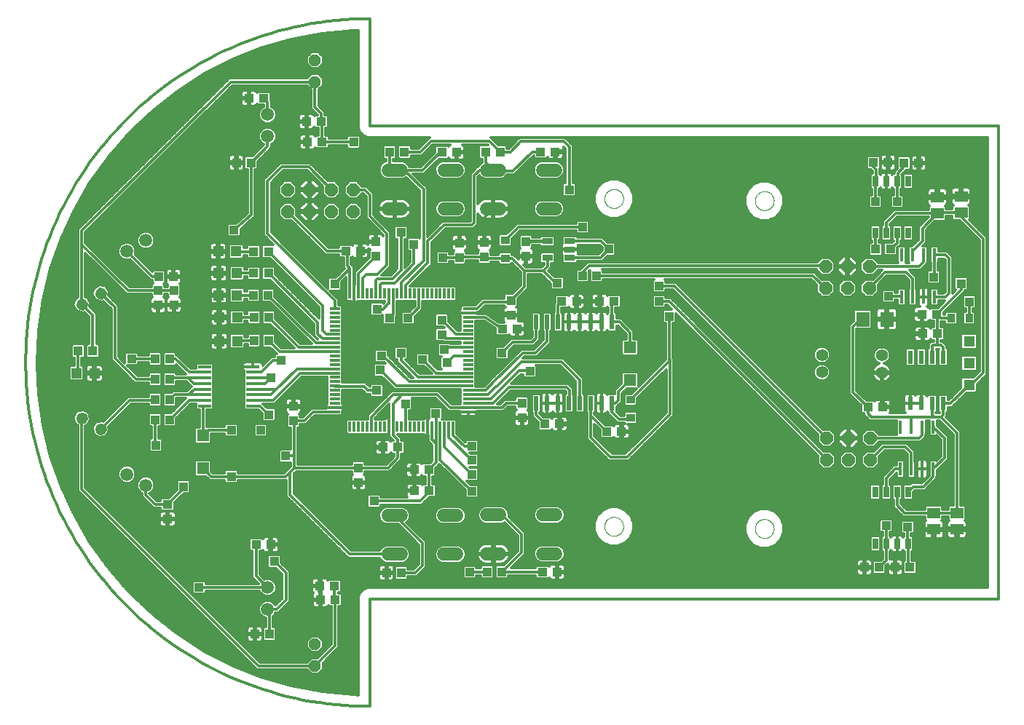
<source format=gtl>
G75*
%MOIN*%
%OFA0B0*%
%FSLAX25Y25*%
%IPPOS*%
%LPD*%
%AMOC8*
5,1,8,0,0,1.08239X$1,22.5*
%
%ADD10C,0.01200*%
%ADD11R,0.04724X0.02953*%
%ADD12R,0.02362X0.06102*%
%ADD13C,0.06000*%
%ADD14R,0.03937X0.04331*%
%ADD15R,0.04331X0.03937*%
%ADD16R,0.05906X0.05118*%
%ADD17R,0.06299X0.07087*%
%ADD18R,0.05512X0.05512*%
%ADD19R,0.02252X0.06657*%
%ADD20R,0.01654X0.05906*%
%ADD21R,0.01575X0.05906*%
%ADD22R,0.03937X0.03543*%
%ADD23R,0.03543X0.03937*%
%ADD24R,0.04724X0.04724*%
%ADD25C,0.01040*%
%ADD26C,0.05906*%
%ADD27OC8,0.05200*%
%ADD28OC8,0.06000*%
%ADD29R,0.02500X0.05000*%
%ADD30R,0.02600X0.05000*%
%ADD31R,0.05150X0.05150*%
%ADD32R,0.03937X0.03937*%
%ADD33C,0.00000*%
%ADD34R,0.04724X0.01181*%
%ADD35R,0.01181X0.04724*%
%ADD36C,0.05500*%
%ADD37R,0.06102X0.01181*%
%ADD38R,0.03962X0.03962*%
%ADD39C,0.01600*%
D10*
X0184379Y0198450D02*
X0184379Y0247663D01*
X0472272Y0247663D01*
X0472272Y0464198D01*
X0184379Y0464198D01*
X0184379Y0513411D01*
X0179179Y0508087D02*
X0177133Y0508039D01*
X0162707Y0506661D01*
X0148477Y0503918D01*
X0134573Y0499836D01*
X0121119Y0494450D01*
X0108239Y0487809D01*
X0096047Y0479975D01*
X0084656Y0471016D01*
X0074168Y0461016D01*
X0064678Y0450064D01*
X0056272Y0438260D01*
X0049027Y0425710D01*
X0043007Y0412528D01*
X0038267Y0398833D01*
X0034850Y0384750D01*
X0032788Y0370406D01*
X0032098Y0355931D01*
X0032788Y0341456D01*
X0034850Y0327111D01*
X0038267Y0313028D01*
X0043007Y0299334D01*
X0049027Y0286152D01*
X0056272Y0273602D01*
X0064678Y0261797D01*
X0074168Y0250845D01*
X0084656Y0240845D01*
X0096047Y0231887D01*
X0108239Y0224052D01*
X0121119Y0217412D01*
X0134573Y0212026D01*
X0148477Y0207943D01*
X0162707Y0205200D01*
X0177133Y0203823D01*
X0179179Y0203774D01*
X0179179Y0248697D01*
X0179970Y0250609D01*
X0181433Y0252071D01*
X0183344Y0252863D01*
X0467072Y0252863D01*
X0467072Y0458998D01*
X0239758Y0458998D01*
X0243203Y0455554D01*
X0246488Y0455554D01*
X0247132Y0454910D01*
X0247132Y0453989D01*
X0248045Y0453989D01*
X0251872Y0457816D01*
X0252867Y0458812D01*
X0273764Y0458812D01*
X0276372Y0456204D01*
X0277368Y0455208D01*
X0277368Y0438121D01*
X0278105Y0438121D01*
X0278749Y0437477D01*
X0278749Y0432603D01*
X0278105Y0431959D01*
X0273231Y0431959D01*
X0272587Y0432603D01*
X0272587Y0437477D01*
X0273231Y0438121D01*
X0273968Y0438121D01*
X0273968Y0453799D01*
X0272996Y0454771D01*
X0273046Y0454586D01*
X0273046Y0452791D01*
X0269665Y0452791D01*
X0269665Y0452023D01*
X0273046Y0452023D01*
X0273046Y0450228D01*
X0272937Y0449821D01*
X0272726Y0449456D01*
X0272428Y0449158D01*
X0272063Y0448948D01*
X0271656Y0448839D01*
X0269665Y0448839D01*
X0269665Y0452023D01*
X0268896Y0452023D01*
X0268896Y0448839D01*
X0266904Y0448839D01*
X0266497Y0448948D01*
X0266133Y0449158D01*
X0265835Y0449456D01*
X0265648Y0449779D01*
X0265208Y0449339D01*
X0259966Y0449339D01*
X0259322Y0449983D01*
X0259322Y0450616D01*
X0251531Y0442825D01*
X0250536Y0441829D01*
X0247327Y0441829D01*
X0247307Y0441780D01*
X0246153Y0440627D01*
X0244646Y0440002D01*
X0237015Y0440002D01*
X0235508Y0440627D01*
X0234547Y0441588D01*
X0233815Y0440856D01*
X0233815Y0428553D01*
X0233896Y0428713D01*
X0234322Y0429299D01*
X0234834Y0429811D01*
X0235420Y0430237D01*
X0236065Y0430565D01*
X0236754Y0430789D01*
X0237469Y0430902D01*
X0240431Y0430902D01*
X0240431Y0426702D01*
X0241231Y0426702D01*
X0248425Y0426702D01*
X0248317Y0427380D01*
X0248094Y0428068D01*
X0247765Y0428713D01*
X0247339Y0429299D01*
X0246827Y0429811D01*
X0246242Y0430237D01*
X0245596Y0430565D01*
X0244908Y0430789D01*
X0244193Y0430902D01*
X0241231Y0430902D01*
X0241231Y0426702D01*
X0241231Y0425902D01*
X0248425Y0425902D01*
X0248317Y0425225D01*
X0248094Y0424537D01*
X0247765Y0423891D01*
X0247339Y0423306D01*
X0246827Y0422794D01*
X0246242Y0422368D01*
X0245596Y0422039D01*
X0244908Y0421816D01*
X0244193Y0421702D01*
X0241231Y0421702D01*
X0241231Y0425902D01*
X0240431Y0425902D01*
X0240431Y0421702D01*
X0237469Y0421702D01*
X0236754Y0421816D01*
X0236065Y0422039D01*
X0235420Y0422368D01*
X0234834Y0422794D01*
X0234322Y0423306D01*
X0233896Y0423891D01*
X0233815Y0424051D01*
X0233815Y0419203D01*
X0232819Y0418207D01*
X0231835Y0417223D01*
X0219040Y0417223D01*
X0212654Y0410837D01*
X0212654Y0400748D01*
X0202873Y0390968D01*
X0223594Y0390968D01*
X0224239Y0390323D01*
X0224239Y0384688D01*
X0223594Y0384043D01*
X0208500Y0384043D01*
X0208500Y0380365D01*
X0206543Y0378407D01*
X0206543Y0378397D01*
X0205053Y0376908D01*
X0205053Y0373794D01*
X0204409Y0373150D01*
X0199535Y0373150D01*
X0198891Y0373794D01*
X0198891Y0378668D01*
X0199535Y0379312D01*
X0202649Y0379312D01*
X0203143Y0379806D01*
X0203143Y0379816D01*
X0204139Y0380812D01*
X0205100Y0381773D01*
X0205100Y0384043D01*
X0196689Y0384043D01*
X0196689Y0377156D01*
X0196441Y0376908D01*
X0196441Y0373794D01*
X0195797Y0373150D01*
X0190923Y0373150D01*
X0190279Y0373794D01*
X0190279Y0377474D01*
X0190137Y0377333D01*
X0185264Y0377333D01*
X0184619Y0377977D01*
X0184619Y0382851D01*
X0185264Y0383495D01*
X0190137Y0383495D01*
X0190672Y0382960D01*
X0190922Y0383210D01*
X0190922Y0383234D01*
X0191301Y0383613D01*
X0191301Y0384043D01*
X0179026Y0384043D01*
X0178845Y0383863D01*
X0178481Y0383652D01*
X0178074Y0383543D01*
X0177272Y0383543D01*
X0177272Y0387505D01*
X0177272Y0387505D01*
X0177272Y0383543D01*
X0176471Y0383543D01*
X0176064Y0383652D01*
X0175699Y0383863D01*
X0175519Y0384043D01*
X0174258Y0384043D01*
X0173613Y0384688D01*
X0173613Y0386792D01*
X0173604Y0386801D01*
X0173604Y0394858D01*
X0171466Y0392720D01*
X0171466Y0389419D01*
X0170821Y0388775D01*
X0166242Y0388775D01*
X0170114Y0384903D01*
X0170114Y0382306D01*
X0171232Y0382306D01*
X0171876Y0381662D01*
X0171876Y0346804D01*
X0182376Y0346804D01*
X0183372Y0345808D01*
X0183372Y0345808D01*
X0184345Y0344835D01*
X0184496Y0344835D01*
X0184496Y0345572D01*
X0185141Y0346217D01*
X0190014Y0346217D01*
X0190659Y0345572D01*
X0190659Y0340699D01*
X0190014Y0340054D01*
X0185141Y0340054D01*
X0184496Y0340699D01*
X0184496Y0341435D01*
X0182936Y0341435D01*
X0181941Y0342431D01*
X0181941Y0342431D01*
X0180968Y0343404D01*
X0171876Y0343404D01*
X0171876Y0337093D01*
X0172057Y0336913D01*
X0172267Y0336548D01*
X0172376Y0336141D01*
X0172376Y0335340D01*
X0168414Y0335340D01*
X0164452Y0335340D01*
X0164452Y0335072D01*
X0157671Y0335072D01*
X0153655Y0331056D01*
X0152585Y0331056D01*
X0152585Y0331938D01*
X0152145Y0332378D01*
X0152467Y0332564D01*
X0152765Y0332862D01*
X0152976Y0333227D01*
X0153085Y0333633D01*
X0153085Y0335625D01*
X0149901Y0335625D01*
X0149901Y0336394D01*
X0149132Y0336394D01*
X0149132Y0339775D01*
X0147337Y0339775D01*
X0146930Y0339666D01*
X0146566Y0339455D01*
X0146268Y0339157D01*
X0146057Y0338792D01*
X0145948Y0338385D01*
X0145948Y0336394D01*
X0149132Y0336394D01*
X0149132Y0335625D01*
X0145948Y0335625D01*
X0145948Y0333633D01*
X0146057Y0333227D01*
X0146268Y0332862D01*
X0146566Y0332564D01*
X0146888Y0332378D01*
X0146448Y0331938D01*
X0146448Y0326696D01*
X0147092Y0326051D01*
X0147984Y0326051D01*
X0147984Y0316197D01*
X0143433Y0316197D01*
X0142789Y0315552D01*
X0142789Y0310679D01*
X0143433Y0310035D01*
X0147984Y0310035D01*
X0147984Y0308160D01*
X0147257Y0307434D01*
X0146261Y0306438D01*
X0145249Y0305426D01*
X0124081Y0305426D01*
X0124081Y0306150D01*
X0123437Y0306794D01*
X0118588Y0306794D01*
X0117944Y0306150D01*
X0117944Y0305426D01*
X0112612Y0305426D01*
X0111965Y0306073D01*
X0111965Y0310737D01*
X0111321Y0311381D01*
X0104898Y0311381D01*
X0104253Y0310737D01*
X0104253Y0304314D01*
X0104898Y0303669D01*
X0109561Y0303669D01*
X0110208Y0303022D01*
X0111204Y0302026D01*
X0117944Y0302026D01*
X0117944Y0301302D01*
X0118588Y0300657D01*
X0123437Y0300657D01*
X0124081Y0301302D01*
X0124081Y0302026D01*
X0146261Y0302026D01*
X0146261Y0294695D01*
X0147257Y0293699D01*
X0147257Y0293699D01*
X0173547Y0267409D01*
X0174543Y0266413D01*
X0188959Y0266413D01*
X0189217Y0265791D01*
X0190370Y0264638D01*
X0191877Y0264013D01*
X0199508Y0264013D01*
X0201015Y0264638D01*
X0202169Y0265791D01*
X0202793Y0267298D01*
X0202793Y0268929D01*
X0202169Y0270436D01*
X0201015Y0271589D01*
X0199508Y0272213D01*
X0191877Y0272213D01*
X0190370Y0271589D01*
X0189217Y0270436D01*
X0188959Y0269813D01*
X0175951Y0269813D01*
X0149661Y0296103D01*
X0149661Y0305030D01*
X0150388Y0305756D01*
X0150654Y0306022D01*
X0176172Y0306022D01*
X0176172Y0305101D01*
X0176613Y0304661D01*
X0176290Y0304475D01*
X0175992Y0304177D01*
X0175781Y0303812D01*
X0175672Y0303405D01*
X0175672Y0301413D01*
X0178857Y0301413D01*
X0178857Y0300645D01*
X0179625Y0300645D01*
X0179625Y0297264D01*
X0181420Y0297264D01*
X0181827Y0297373D01*
X0182192Y0297583D01*
X0182490Y0297881D01*
X0182700Y0298246D01*
X0182809Y0298653D01*
X0182809Y0300645D01*
X0179625Y0300645D01*
X0179625Y0301413D01*
X0182809Y0301413D01*
X0182809Y0303405D01*
X0182700Y0303812D01*
X0182490Y0304177D01*
X0182192Y0304475D01*
X0181869Y0304661D01*
X0182309Y0305101D01*
X0182309Y0306022D01*
X0193469Y0306022D01*
X0194465Y0307018D01*
X0197898Y0310451D01*
X0198894Y0311447D01*
X0198894Y0314083D01*
X0199815Y0314083D01*
X0200459Y0314727D01*
X0200459Y0319575D01*
X0199815Y0320220D01*
X0198894Y0320220D01*
X0198894Y0321241D01*
X0197898Y0322237D01*
X0197115Y0323020D01*
X0208984Y0323020D01*
X0209164Y0322839D01*
X0209529Y0322629D01*
X0209936Y0322520D01*
X0210737Y0322520D01*
X0211006Y0322520D01*
X0211006Y0320069D01*
X0212974Y0318101D01*
X0212974Y0310847D01*
X0212031Y0309905D01*
X0208746Y0309905D01*
X0208306Y0309465D01*
X0208120Y0309787D01*
X0207822Y0310085D01*
X0207457Y0310296D01*
X0207050Y0310405D01*
X0205058Y0310405D01*
X0205058Y0307221D01*
X0204290Y0307221D01*
X0204290Y0310405D01*
X0202298Y0310405D01*
X0201891Y0310296D01*
X0201526Y0310085D01*
X0201228Y0309787D01*
X0201018Y0309422D01*
X0200909Y0309015D01*
X0200909Y0307220D01*
X0204290Y0307220D01*
X0204290Y0306452D01*
X0205058Y0306452D01*
X0205058Y0303268D01*
X0207050Y0303268D01*
X0207457Y0303377D01*
X0207822Y0303587D01*
X0208120Y0303885D01*
X0208306Y0304208D01*
X0208746Y0303768D01*
X0209864Y0303768D01*
X0209864Y0300259D01*
X0208943Y0300259D01*
X0208503Y0299819D01*
X0208317Y0300141D01*
X0208019Y0300439D01*
X0207654Y0300650D01*
X0207247Y0300759D01*
X0205255Y0300759D01*
X0205255Y0297575D01*
X0204487Y0297575D01*
X0204487Y0300759D01*
X0202495Y0300759D01*
X0202088Y0300650D01*
X0201723Y0300439D01*
X0201425Y0300141D01*
X0201215Y0299777D01*
X0201106Y0299370D01*
X0201106Y0297575D01*
X0204487Y0297575D01*
X0204487Y0296806D01*
X0201106Y0296806D01*
X0201106Y0295011D01*
X0201215Y0294604D01*
X0201425Y0294240D01*
X0201518Y0294146D01*
X0189428Y0294146D01*
X0189428Y0294883D01*
X0188784Y0295528D01*
X0183910Y0295528D01*
X0183266Y0294883D01*
X0183266Y0290010D01*
X0183910Y0289365D01*
X0188784Y0289365D01*
X0189428Y0290010D01*
X0189428Y0290746D01*
X0208272Y0290746D01*
X0209268Y0291742D01*
X0211647Y0294122D01*
X0214185Y0294122D01*
X0214829Y0294766D01*
X0214829Y0299615D01*
X0214185Y0300259D01*
X0213264Y0300259D01*
X0213264Y0303768D01*
X0213988Y0303768D01*
X0214632Y0304412D01*
X0214632Y0307697D01*
X0215378Y0308443D01*
X0216269Y0309334D01*
X0228050Y0297553D01*
X0228050Y0294439D01*
X0228694Y0293794D01*
X0233567Y0293794D01*
X0234212Y0294439D01*
X0234212Y0299312D01*
X0233567Y0299957D01*
X0230454Y0299957D01*
X0228742Y0301669D01*
X0233567Y0301669D01*
X0234212Y0302313D01*
X0234212Y0307186D01*
X0233567Y0307831D01*
X0230454Y0307831D01*
X0230218Y0308066D01*
X0233567Y0308066D01*
X0234212Y0308710D01*
X0234212Y0313584D01*
X0233567Y0314228D01*
X0230454Y0314228D01*
X0230218Y0314464D01*
X0233567Y0314464D01*
X0234212Y0315108D01*
X0234212Y0319982D01*
X0233567Y0320626D01*
X0228694Y0320626D01*
X0228050Y0319982D01*
X0228050Y0319585D01*
X0224248Y0323387D01*
X0224248Y0327186D01*
X0224239Y0327195D01*
X0224239Y0329300D01*
X0223594Y0329944D01*
X0217552Y0329944D01*
X0217726Y0330118D01*
X0217726Y0334991D01*
X0217081Y0335636D01*
X0212208Y0335636D01*
X0211563Y0334991D01*
X0211563Y0330437D01*
X0211538Y0330444D01*
X0210737Y0330444D01*
X0209936Y0330444D01*
X0209529Y0330335D01*
X0209164Y0330124D01*
X0208984Y0329944D01*
X0202565Y0329944D01*
X0202565Y0333903D01*
X0203302Y0333903D01*
X0203946Y0334547D01*
X0203946Y0339421D01*
X0203900Y0339467D01*
X0214555Y0339467D01*
X0220461Y0333561D01*
X0225476Y0333561D01*
X0225476Y0333372D01*
X0229438Y0333372D01*
X0233400Y0333372D01*
X0233400Y0333640D01*
X0245693Y0333640D01*
X0247583Y0335530D01*
X0250976Y0335530D01*
X0250976Y0334609D01*
X0251416Y0334169D01*
X0251093Y0333983D01*
X0250795Y0333685D01*
X0250585Y0333320D01*
X0250476Y0332913D01*
X0250476Y0330921D01*
X0253660Y0330921D01*
X0253660Y0330153D01*
X0250476Y0330153D01*
X0250476Y0328161D01*
X0250585Y0327754D01*
X0250795Y0327389D01*
X0251093Y0327091D01*
X0251458Y0326881D01*
X0251865Y0326772D01*
X0253660Y0326772D01*
X0253660Y0330153D01*
X0254428Y0330153D01*
X0254428Y0326772D01*
X0256223Y0326772D01*
X0256630Y0326881D01*
X0256995Y0327091D01*
X0257293Y0327389D01*
X0257504Y0327754D01*
X0257613Y0328161D01*
X0257613Y0330153D01*
X0254428Y0330153D01*
X0254428Y0330921D01*
X0257613Y0330921D01*
X0257613Y0332913D01*
X0257504Y0333320D01*
X0257293Y0333685D01*
X0256995Y0333983D01*
X0256673Y0334169D01*
X0257113Y0334609D01*
X0257113Y0339851D01*
X0256468Y0340495D01*
X0251620Y0340495D01*
X0250976Y0339851D01*
X0250976Y0338930D01*
X0246175Y0338930D01*
X0245179Y0337934D01*
X0244285Y0337040D01*
X0242942Y0337040D01*
X0248813Y0342912D01*
X0273734Y0342912D01*
X0274214Y0342431D01*
X0274214Y0341737D01*
X0273959Y0341737D01*
X0273314Y0341093D01*
X0273314Y0333524D01*
X0273959Y0332880D01*
X0277122Y0332880D01*
X0277766Y0333524D01*
X0277766Y0341093D01*
X0277614Y0341245D01*
X0277614Y0343840D01*
X0276618Y0344835D01*
X0275142Y0346312D01*
X0249260Y0346312D01*
X0253365Y0350417D01*
X0254624Y0350417D01*
X0254624Y0349557D01*
X0255269Y0348913D01*
X0260142Y0348913D01*
X0260787Y0349557D01*
X0260787Y0354430D01*
X0260617Y0354600D01*
X0271396Y0354600D01*
X0278643Y0347353D01*
X0278643Y0341422D01*
X0278314Y0341093D01*
X0278314Y0333524D01*
X0278959Y0332880D01*
X0282122Y0332880D01*
X0282766Y0333524D01*
X0282766Y0341093D01*
X0282122Y0341737D01*
X0282043Y0341737D01*
X0282043Y0348761D01*
X0281047Y0349757D01*
X0272804Y0358000D01*
X0254551Y0358000D01*
X0255211Y0358660D01*
X0260870Y0358660D01*
X0266284Y0364073D01*
X0267280Y0365069D01*
X0267280Y0370203D01*
X0267766Y0370690D01*
X0267766Y0378258D01*
X0267122Y0378903D01*
X0263959Y0378903D01*
X0263314Y0378258D01*
X0263314Y0370690D01*
X0263880Y0370124D01*
X0263880Y0366477D01*
X0259462Y0362060D01*
X0253803Y0362060D01*
X0252807Y0361064D01*
X0240594Y0348851D01*
X0240584Y0348851D01*
X0239588Y0347855D01*
X0236647Y0344914D01*
X0232900Y0344914D01*
X0232900Y0374979D01*
X0236667Y0374979D01*
X0241743Y0371501D01*
X0241743Y0368900D01*
X0242388Y0368256D01*
X0247630Y0368256D01*
X0248070Y0368696D01*
X0248256Y0368373D01*
X0248554Y0368076D01*
X0248919Y0367865D01*
X0249326Y0367756D01*
X0251317Y0367756D01*
X0251317Y0370940D01*
X0252086Y0370940D01*
X0252086Y0371709D01*
X0255467Y0371709D01*
X0255467Y0373504D01*
X0255358Y0373910D01*
X0255147Y0374275D01*
X0254849Y0374573D01*
X0254484Y0374784D01*
X0254078Y0374893D01*
X0252449Y0374893D01*
X0252464Y0374919D01*
X0252573Y0375326D01*
X0252573Y0377318D01*
X0249389Y0377318D01*
X0249389Y0378087D01*
X0252573Y0378087D01*
X0252573Y0380078D01*
X0252464Y0380485D01*
X0252254Y0380850D01*
X0251956Y0381148D01*
X0251633Y0381334D01*
X0252073Y0381774D01*
X0252073Y0385060D01*
X0255949Y0388935D01*
X0256945Y0389931D01*
X0256945Y0396307D01*
X0262976Y0396307D01*
X0267174Y0392110D01*
X0267174Y0389911D01*
X0267818Y0389267D01*
X0272691Y0389267D01*
X0273336Y0389911D01*
X0273336Y0394785D01*
X0272691Y0395429D01*
X0268662Y0395429D01*
X0266084Y0398007D01*
X0266421Y0398345D01*
X0267417Y0399341D01*
X0267417Y0401406D01*
X0268535Y0401406D01*
X0269180Y0402050D01*
X0269180Y0405914D01*
X0268535Y0406558D01*
X0262899Y0406558D01*
X0262255Y0405914D01*
X0262255Y0402050D01*
X0262899Y0401406D01*
X0264017Y0401406D01*
X0264017Y0400749D01*
X0262976Y0399707D01*
X0255949Y0399707D01*
X0254899Y0400758D01*
X0255520Y0400758D01*
X0255520Y0404139D01*
X0252336Y0404139D01*
X0252336Y0403321D01*
X0251315Y0404342D01*
X0250319Y0405337D01*
X0249435Y0405337D01*
X0249435Y0405865D01*
X0248791Y0406509D01*
X0243943Y0406509D01*
X0243298Y0405865D01*
X0243298Y0405337D01*
X0239829Y0405337D01*
X0239829Y0406859D01*
X0239389Y0407299D01*
X0239712Y0407485D01*
X0240009Y0407783D01*
X0240220Y0408148D01*
X0240329Y0408555D01*
X0240329Y0410546D01*
X0237145Y0410546D01*
X0237145Y0411315D01*
X0240329Y0411315D01*
X0240329Y0413307D01*
X0240220Y0413714D01*
X0240009Y0414078D01*
X0239712Y0414376D01*
X0239347Y0414587D01*
X0238940Y0414696D01*
X0237145Y0414696D01*
X0237145Y0411315D01*
X0236376Y0411315D01*
X0236376Y0410546D01*
X0233192Y0410546D01*
X0233192Y0408555D01*
X0233301Y0408148D01*
X0233512Y0407783D01*
X0233810Y0407485D01*
X0234132Y0407299D01*
X0233692Y0406859D01*
X0233692Y0405938D01*
X0228481Y0405938D01*
X0228481Y0406662D01*
X0228041Y0407102D01*
X0228363Y0407288D01*
X0228661Y0407586D01*
X0228872Y0407951D01*
X0228981Y0408358D01*
X0228981Y0410350D01*
X0225797Y0410350D01*
X0225797Y0411118D01*
X0228981Y0411118D01*
X0228981Y0413110D01*
X0228872Y0413517D01*
X0228661Y0413882D01*
X0228363Y0414180D01*
X0227998Y0414390D01*
X0227591Y0414499D01*
X0225796Y0414499D01*
X0225796Y0411118D01*
X0225028Y0411118D01*
X0225028Y0410350D01*
X0221844Y0410350D01*
X0221844Y0408358D01*
X0221953Y0407951D01*
X0222163Y0407586D01*
X0222461Y0407288D01*
X0222784Y0407102D01*
X0222344Y0406662D01*
X0222344Y0405613D01*
X0220924Y0405613D01*
X0220924Y0406350D01*
X0220280Y0406994D01*
X0215407Y0406994D01*
X0214762Y0406350D01*
X0214762Y0401476D01*
X0215407Y0400832D01*
X0220280Y0400832D01*
X0220924Y0401476D01*
X0220924Y0402213D01*
X0222344Y0402213D01*
X0222344Y0401420D01*
X0222988Y0400776D01*
X0227836Y0400776D01*
X0228481Y0401420D01*
X0228481Y0402538D01*
X0233692Y0402538D01*
X0233692Y0401617D01*
X0234336Y0400972D01*
X0239185Y0400972D01*
X0239829Y0401617D01*
X0239829Y0401937D01*
X0243298Y0401937D01*
X0243298Y0401410D01*
X0243943Y0400766D01*
X0248791Y0400766D01*
X0249435Y0401410D01*
X0249435Y0401413D01*
X0253545Y0397303D01*
X0253545Y0391340D01*
X0249866Y0387661D01*
X0246581Y0387661D01*
X0245936Y0387016D01*
X0245936Y0385436D01*
X0235840Y0385436D01*
X0232720Y0382316D01*
X0228734Y0382316D01*
X0228724Y0382306D01*
X0226620Y0382306D01*
X0225976Y0381662D01*
X0225976Y0380401D01*
X0225795Y0380220D01*
X0225585Y0379855D01*
X0225476Y0379448D01*
X0225476Y0378647D01*
X0225476Y0377846D01*
X0225585Y0377439D01*
X0225795Y0377074D01*
X0225976Y0376894D01*
X0225976Y0370505D01*
X0224620Y0370505D01*
X0220432Y0374693D01*
X0220432Y0377806D01*
X0219788Y0378451D01*
X0214914Y0378451D01*
X0214270Y0377806D01*
X0214270Y0372933D01*
X0214914Y0372289D01*
X0218028Y0372289D01*
X0218510Y0371807D01*
X0214914Y0371807D01*
X0214270Y0371163D01*
X0214270Y0366289D01*
X0214914Y0365645D01*
X0218028Y0365645D01*
X0218537Y0365136D01*
X0225976Y0365136D01*
X0225976Y0364599D01*
X0221213Y0364599D01*
X0220895Y0364917D01*
X0216022Y0364917D01*
X0215377Y0364273D01*
X0215377Y0359399D01*
X0216022Y0358755D01*
X0217118Y0358755D01*
X0216608Y0358244D01*
X0216608Y0353371D01*
X0217190Y0352788D01*
X0215516Y0352788D01*
X0211697Y0356607D01*
X0211697Y0359721D01*
X0211053Y0360365D01*
X0206179Y0360365D01*
X0205535Y0359721D01*
X0205535Y0354847D01*
X0206179Y0354203D01*
X0209293Y0354203D01*
X0212676Y0350820D01*
X0207150Y0350820D01*
X0200814Y0357156D01*
X0201087Y0357156D01*
X0201731Y0357800D01*
X0201731Y0362674D01*
X0201087Y0363318D01*
X0196214Y0363318D01*
X0195569Y0362674D01*
X0195569Y0357800D01*
X0196214Y0357156D01*
X0196950Y0357156D01*
X0196950Y0356211D01*
X0197946Y0355215D01*
X0204310Y0348851D01*
X0203090Y0348851D01*
X0192750Y0359191D01*
X0192750Y0361443D01*
X0192106Y0362088D01*
X0187232Y0362088D01*
X0186588Y0361443D01*
X0186588Y0356570D01*
X0187232Y0355925D01*
X0191207Y0355925D01*
X0191566Y0355567D01*
X0186863Y0355567D01*
X0186219Y0354923D01*
X0186219Y0350049D01*
X0186863Y0349405D01*
X0189977Y0349405D01*
X0195899Y0343483D01*
X0225976Y0343483D01*
X0225976Y0336961D01*
X0221869Y0336961D01*
X0216960Y0341871D01*
X0215964Y0342867D01*
X0194501Y0342867D01*
X0184442Y0332808D01*
X0183446Y0331812D01*
X0183446Y0329944D01*
X0174258Y0329944D01*
X0173613Y0329300D01*
X0173613Y0323664D01*
X0174258Y0323020D01*
X0191267Y0323020D01*
X0191447Y0322839D01*
X0191812Y0322629D01*
X0192219Y0322520D01*
X0193020Y0322520D01*
X0193020Y0326482D01*
X0193020Y0330444D01*
X0192219Y0330444D01*
X0191812Y0330335D01*
X0191447Y0330124D01*
X0191267Y0329944D01*
X0186846Y0329944D01*
X0186846Y0330404D01*
X0193289Y0336846D01*
X0193289Y0330444D01*
X0193021Y0330444D01*
X0193021Y0326482D01*
X0193020Y0326482D01*
X0193021Y0326482D01*
X0193021Y0322520D01*
X0193289Y0322520D01*
X0193289Y0322038D01*
X0195107Y0320220D01*
X0194573Y0320220D01*
X0194133Y0319780D01*
X0193946Y0320102D01*
X0193649Y0320400D01*
X0193284Y0320611D01*
X0192877Y0320720D01*
X0190885Y0320720D01*
X0190885Y0317536D01*
X0190117Y0317536D01*
X0190117Y0320720D01*
X0188125Y0320720D01*
X0187718Y0320611D01*
X0187353Y0320400D01*
X0187055Y0320102D01*
X0186844Y0319737D01*
X0186735Y0319330D01*
X0186735Y0317535D01*
X0190116Y0317535D01*
X0190116Y0316767D01*
X0186735Y0316767D01*
X0186735Y0314972D01*
X0186844Y0314565D01*
X0187055Y0314200D01*
X0187353Y0313902D01*
X0187718Y0313692D01*
X0188125Y0313583D01*
X0190117Y0313583D01*
X0190117Y0316767D01*
X0190885Y0316767D01*
X0190885Y0313583D01*
X0192877Y0313583D01*
X0193284Y0313692D01*
X0193649Y0313902D01*
X0193946Y0314200D01*
X0194133Y0314523D01*
X0194573Y0314083D01*
X0195494Y0314083D01*
X0195494Y0312855D01*
X0192060Y0309422D01*
X0182309Y0309422D01*
X0182309Y0310343D01*
X0181665Y0310987D01*
X0176817Y0310987D01*
X0176172Y0310343D01*
X0176172Y0309422D01*
X0151384Y0309422D01*
X0151384Y0326051D01*
X0151941Y0326051D01*
X0152585Y0326696D01*
X0152585Y0327656D01*
X0155063Y0327656D01*
X0156059Y0328652D01*
X0159079Y0331672D01*
X0169118Y0331672D01*
X0169128Y0331681D01*
X0171232Y0331681D01*
X0171876Y0332325D01*
X0171876Y0333587D01*
X0172057Y0333767D01*
X0172267Y0334132D01*
X0172376Y0334539D01*
X0172376Y0335340D01*
X0168414Y0335340D01*
X0168414Y0335340D01*
X0164452Y0335340D01*
X0164452Y0336141D01*
X0164561Y0336548D01*
X0164772Y0336913D01*
X0164952Y0337093D01*
X0164952Y0349309D01*
X0153218Y0349309D01*
X0141787Y0337879D01*
X0140792Y0336883D01*
X0139383Y0336883D01*
X0139314Y0336952D01*
X0135633Y0336952D01*
X0137442Y0335144D01*
X0140679Y0335144D01*
X0141323Y0334499D01*
X0141323Y0329626D01*
X0140679Y0328981D01*
X0135805Y0328981D01*
X0135161Y0329626D01*
X0135161Y0332616D01*
X0133384Y0334393D01*
X0130146Y0334393D01*
X0130137Y0334403D01*
X0127343Y0334403D01*
X0126699Y0335047D01*
X0126699Y0337139D01*
X0126932Y0337373D01*
X0126699Y0337606D01*
X0126699Y0339698D01*
X0126932Y0339932D01*
X0126699Y0340165D01*
X0126699Y0342257D01*
X0126932Y0342491D01*
X0126699Y0342724D01*
X0126699Y0344816D01*
X0126932Y0345050D01*
X0126699Y0345283D01*
X0126699Y0347376D01*
X0126932Y0347609D01*
X0126699Y0347842D01*
X0126699Y0349935D01*
X0126932Y0350168D01*
X0126699Y0350401D01*
X0126699Y0352253D01*
X0126519Y0352434D01*
X0126308Y0352798D01*
X0126199Y0353205D01*
X0126199Y0354006D01*
X0130850Y0354006D01*
X0130850Y0354007D01*
X0130850Y0356197D01*
X0127588Y0356197D01*
X0127181Y0356088D01*
X0126817Y0355877D01*
X0126519Y0355579D01*
X0126308Y0355215D01*
X0126199Y0354808D01*
X0126199Y0354007D01*
X0130850Y0354007D01*
X0130850Y0354007D01*
X0130850Y0356197D01*
X0134112Y0356197D01*
X0134519Y0356088D01*
X0134884Y0355877D01*
X0135182Y0355579D01*
X0135392Y0355215D01*
X0135501Y0354808D01*
X0135501Y0354635D01*
X0138486Y0357619D01*
X0139482Y0358615D01*
X0140648Y0358615D01*
X0140648Y0359352D01*
X0141292Y0359996D01*
X0141708Y0359996D01*
X0141478Y0360227D01*
X0138960Y0362744D01*
X0135675Y0362744D01*
X0135031Y0363388D01*
X0135031Y0368630D01*
X0135675Y0369275D01*
X0140523Y0369275D01*
X0141168Y0368630D01*
X0141168Y0365345D01*
X0143882Y0362631D01*
X0149664Y0362631D01*
X0138921Y0373374D01*
X0135636Y0373374D01*
X0134991Y0374018D01*
X0134991Y0379260D01*
X0135636Y0379905D01*
X0140484Y0379905D01*
X0141128Y0379260D01*
X0141128Y0375975D01*
X0152504Y0364599D01*
X0157656Y0364599D01*
X0138764Y0383492D01*
X0135478Y0383492D01*
X0134834Y0384136D01*
X0134834Y0389378D01*
X0135478Y0390023D01*
X0140327Y0390023D01*
X0140971Y0389378D01*
X0140971Y0386093D01*
X0160496Y0366568D01*
X0160511Y0366568D01*
X0158811Y0368268D01*
X0158811Y0373603D01*
X0138842Y0393571D01*
X0135557Y0393571D01*
X0134913Y0394215D01*
X0134913Y0399457D01*
X0135557Y0400102D01*
X0140405Y0400102D01*
X0141050Y0399457D01*
X0141050Y0396172D01*
X0161025Y0376196D01*
X0161025Y0381309D01*
X0138842Y0403492D01*
X0135557Y0403492D01*
X0134913Y0404136D01*
X0134913Y0409378D01*
X0135557Y0410023D01*
X0140186Y0410023D01*
X0136923Y0413286D01*
X0135927Y0414282D01*
X0135927Y0439804D01*
X0142324Y0446202D01*
X0143320Y0447198D01*
X0157091Y0447198D01*
X0165124Y0439165D01*
X0168518Y0439165D01*
X0170920Y0436763D01*
X0170920Y0433366D01*
X0168518Y0430965D01*
X0165121Y0430965D01*
X0162720Y0433366D01*
X0162720Y0436760D01*
X0155682Y0443798D01*
X0144729Y0443798D01*
X0139327Y0438396D01*
X0139327Y0415690D01*
X0165304Y0389713D01*
X0165304Y0394293D01*
X0165948Y0394937D01*
X0168875Y0394937D01*
X0172900Y0398962D01*
X0172344Y0399518D01*
X0172344Y0403965D01*
X0170714Y0403965D01*
X0170070Y0404609D01*
X0170070Y0405333D01*
X0164147Y0405333D01*
X0163151Y0406329D01*
X0148516Y0420965D01*
X0145121Y0420965D01*
X0142720Y0423366D01*
X0142720Y0426763D01*
X0145121Y0429165D01*
X0148518Y0429165D01*
X0150920Y0426763D01*
X0150920Y0423369D01*
X0165555Y0408733D01*
X0170070Y0408733D01*
X0170070Y0409457D01*
X0170714Y0410102D01*
X0175956Y0410102D01*
X0176396Y0409661D01*
X0176583Y0409984D01*
X0176881Y0410282D01*
X0177245Y0410493D01*
X0177652Y0410602D01*
X0179644Y0410602D01*
X0179644Y0407417D01*
X0180413Y0407417D01*
X0183794Y0407417D01*
X0183794Y0408101D01*
X0183807Y0408078D01*
X0184105Y0407780D01*
X0184427Y0407594D01*
X0183987Y0407154D01*
X0183987Y0403869D01*
X0181214Y0401095D01*
X0180218Y0400099D01*
X0180218Y0399942D01*
X0177541Y0397265D01*
X0177541Y0391468D01*
X0177272Y0391468D01*
X0177004Y0391468D01*
X0177004Y0399666D01*
X0175744Y0400926D01*
X0175744Y0403965D01*
X0175956Y0403965D01*
X0176396Y0404405D01*
X0176583Y0404082D01*
X0176881Y0403784D01*
X0177245Y0403574D01*
X0177652Y0403465D01*
X0179644Y0403465D01*
X0179644Y0406649D01*
X0180413Y0406649D01*
X0180413Y0407417D01*
X0180413Y0410602D01*
X0182404Y0410602D01*
X0182811Y0410493D01*
X0183176Y0410282D01*
X0183474Y0409984D01*
X0183487Y0409961D01*
X0183487Y0410842D01*
X0186672Y0410842D01*
X0186672Y0411610D01*
X0183487Y0411610D01*
X0183487Y0413602D01*
X0183596Y0414009D01*
X0183807Y0414374D01*
X0184105Y0414672D01*
X0184470Y0414882D01*
X0184877Y0414991D01*
X0186672Y0414991D01*
X0186672Y0411610D01*
X0187440Y0411610D01*
X0187440Y0414991D01*
X0189235Y0414991D01*
X0189642Y0414882D01*
X0190007Y0414672D01*
X0190305Y0414374D01*
X0190515Y0414009D01*
X0190553Y0413869D01*
X0190553Y0414282D01*
X0182679Y0422156D01*
X0182679Y0431998D01*
X0181312Y0433365D01*
X0180918Y0433365D01*
X0178518Y0430965D01*
X0175121Y0430965D01*
X0172720Y0433366D01*
X0172720Y0436763D01*
X0175121Y0439165D01*
X0178518Y0439165D01*
X0180918Y0436765D01*
X0182721Y0436765D01*
X0183717Y0435769D01*
X0186079Y0433407D01*
X0186079Y0423564D01*
X0193953Y0415690D01*
X0193953Y0400010D01*
X0189959Y0396017D01*
X0194009Y0396017D01*
X0196950Y0398958D01*
X0196950Y0412397D01*
X0196214Y0412397D01*
X0195569Y0413041D01*
X0195569Y0417915D01*
X0196214Y0418559D01*
X0201087Y0418559D01*
X0201731Y0417915D01*
X0201731Y0413041D01*
X0201087Y0412397D01*
X0200350Y0412397D01*
X0200350Y0399405D01*
X0202856Y0401910D01*
X0202856Y0406983D01*
X0202119Y0406983D01*
X0201475Y0407628D01*
X0201475Y0412501D01*
X0202119Y0413146D01*
X0206993Y0413146D01*
X0207285Y0412853D01*
X0207285Y0434459D01*
X0201106Y0440638D01*
X0201094Y0440627D01*
X0199587Y0440002D01*
X0191956Y0440002D01*
X0190449Y0440627D01*
X0189296Y0441780D01*
X0188672Y0443287D01*
X0188672Y0444918D01*
X0189296Y0446425D01*
X0190449Y0447578D01*
X0191852Y0448159D01*
X0191852Y0448965D01*
X0191128Y0448965D01*
X0190483Y0449609D01*
X0190483Y0454851D01*
X0191128Y0455495D01*
X0195976Y0455495D01*
X0196620Y0454851D01*
X0196620Y0449609D01*
X0195976Y0448965D01*
X0195252Y0448965D01*
X0195252Y0448202D01*
X0199587Y0448202D01*
X0201094Y0447578D01*
X0202247Y0446425D01*
X0202539Y0445721D01*
X0207789Y0445721D01*
X0214145Y0452077D01*
X0214145Y0454595D01*
X0214789Y0455239D01*
X0220031Y0455239D01*
X0220471Y0454799D01*
X0220657Y0455122D01*
X0220955Y0455420D01*
X0221283Y0455609D01*
X0213134Y0455609D01*
X0208213Y0450687D01*
X0203313Y0450687D01*
X0203313Y0449609D01*
X0202669Y0448965D01*
X0197821Y0448965D01*
X0197176Y0449609D01*
X0197176Y0454851D01*
X0197821Y0455495D01*
X0202669Y0455495D01*
X0203313Y0454851D01*
X0203313Y0454087D01*
X0206804Y0454087D01*
X0210730Y0458013D01*
X0211716Y0458998D01*
X0183344Y0458998D01*
X0181433Y0459790D01*
X0179970Y0461253D01*
X0179179Y0463164D01*
X0179179Y0508087D01*
X0179179Y0507847D02*
X0175128Y0507847D01*
X0179179Y0506649D02*
X0162643Y0506649D01*
X0156424Y0505450D02*
X0179179Y0505450D01*
X0179179Y0504252D02*
X0150206Y0504252D01*
X0145530Y0503053D02*
X0179179Y0503053D01*
X0179179Y0501855D02*
X0141448Y0501855D01*
X0137366Y0500656D02*
X0179179Y0500656D01*
X0179179Y0499458D02*
X0133628Y0499458D01*
X0130634Y0498259D02*
X0179179Y0498259D01*
X0179179Y0497061D02*
X0161887Y0497061D01*
X0160813Y0498135D02*
X0157748Y0498135D01*
X0155580Y0495967D01*
X0155580Y0492902D01*
X0157748Y0490735D01*
X0160813Y0490735D01*
X0162980Y0492902D01*
X0162980Y0495967D01*
X0160813Y0498135D01*
X0162980Y0495862D02*
X0179179Y0495862D01*
X0179179Y0494663D02*
X0162980Y0494663D01*
X0162980Y0493465D02*
X0179179Y0493465D01*
X0179179Y0492266D02*
X0162345Y0492266D01*
X0161146Y0491068D02*
X0179179Y0491068D01*
X0179179Y0489869D02*
X0112235Y0489869D01*
X0114559Y0491068D02*
X0157414Y0491068D01*
X0156216Y0492266D02*
X0116884Y0492266D01*
X0119209Y0493465D02*
X0155580Y0493465D01*
X0155580Y0494663D02*
X0121653Y0494663D01*
X0124647Y0495862D02*
X0155580Y0495862D01*
X0156674Y0497061D02*
X0127641Y0497061D01*
X0120137Y0486135D02*
X0119141Y0485139D01*
X0051884Y0417882D01*
X0051884Y0417882D01*
X0050888Y0416886D01*
X0050888Y0385934D01*
X0049411Y0385081D01*
X0048617Y0382121D01*
X0050150Y0379466D01*
X0053111Y0378673D01*
X0053772Y0379055D01*
X0055937Y0376891D01*
X0055937Y0364516D01*
X0055212Y0364516D01*
X0054568Y0363872D01*
X0054568Y0358630D01*
X0055212Y0357985D01*
X0060061Y0357985D01*
X0060705Y0358630D01*
X0060705Y0363872D01*
X0060061Y0364516D01*
X0059337Y0364516D01*
X0059337Y0378299D01*
X0056117Y0381518D01*
X0056559Y0383166D01*
X0055026Y0385821D01*
X0054288Y0386018D01*
X0054288Y0405960D01*
X0072104Y0388145D01*
X0072104Y0388145D01*
X0073099Y0387149D01*
X0084470Y0387149D01*
X0084470Y0386228D01*
X0084910Y0385788D01*
X0084587Y0385602D01*
X0084289Y0385304D01*
X0084079Y0384939D01*
X0083970Y0384532D01*
X0083970Y0382540D01*
X0087154Y0382540D01*
X0087154Y0381772D01*
X0083970Y0381772D01*
X0083970Y0379780D01*
X0084079Y0379373D01*
X0084289Y0379008D01*
X0084587Y0378710D01*
X0084952Y0378500D01*
X0085359Y0378391D01*
X0087154Y0378391D01*
X0087154Y0381772D01*
X0087922Y0381772D01*
X0087922Y0378391D01*
X0089717Y0378391D01*
X0090124Y0378500D01*
X0090489Y0378710D01*
X0090787Y0379008D01*
X0090998Y0379373D01*
X0091107Y0379780D01*
X0091107Y0381772D01*
X0087923Y0381772D01*
X0087923Y0382540D01*
X0091107Y0382540D01*
X0091107Y0384532D01*
X0090998Y0384939D01*
X0090787Y0385304D01*
X0090489Y0385602D01*
X0090167Y0385788D01*
X0090607Y0386228D01*
X0090607Y0387208D01*
X0091729Y0387208D01*
X0091729Y0386287D01*
X0092169Y0385847D01*
X0091846Y0385661D01*
X0091548Y0385363D01*
X0091338Y0384998D01*
X0091229Y0384591D01*
X0091229Y0382599D01*
X0094413Y0382599D01*
X0094413Y0381831D01*
X0095181Y0381831D01*
X0095181Y0378450D01*
X0096976Y0378450D01*
X0097383Y0378559D01*
X0097748Y0378769D01*
X0098046Y0379067D01*
X0098257Y0379432D01*
X0098366Y0379839D01*
X0098366Y0381831D01*
X0095181Y0381831D01*
X0095181Y0382599D01*
X0098366Y0382599D01*
X0098366Y0384591D01*
X0098257Y0384998D01*
X0098046Y0385363D01*
X0097748Y0385661D01*
X0097425Y0385847D01*
X0097866Y0386287D01*
X0097866Y0391529D01*
X0097597Y0391798D01*
X0097815Y0392015D01*
X0098025Y0392380D01*
X0098134Y0392787D01*
X0098134Y0394779D01*
X0094950Y0394779D01*
X0094950Y0395547D01*
X0098134Y0395547D01*
X0098134Y0397539D01*
X0098025Y0397946D01*
X0097815Y0398311D01*
X0097517Y0398609D01*
X0097152Y0398819D01*
X0096745Y0398928D01*
X0094950Y0398928D01*
X0094950Y0395547D01*
X0094181Y0395547D01*
X0094181Y0394779D01*
X0090997Y0394779D01*
X0090997Y0392787D01*
X0091106Y0392380D01*
X0091317Y0392015D01*
X0091615Y0391717D01*
X0091806Y0391607D01*
X0091729Y0391529D01*
X0091729Y0390608D01*
X0090607Y0390608D01*
X0090607Y0391470D01*
X0090179Y0391898D01*
X0090297Y0391898D01*
X0090941Y0392542D01*
X0090941Y0397784D01*
X0090297Y0398428D01*
X0085449Y0398428D01*
X0084804Y0397784D01*
X0084804Y0397701D01*
X0077063Y0405442D01*
X0077310Y0406038D01*
X0077310Y0407650D01*
X0076693Y0409140D01*
X0075553Y0410280D01*
X0074063Y0410897D01*
X0072451Y0410897D01*
X0070962Y0410280D01*
X0069822Y0409140D01*
X0069205Y0407650D01*
X0069205Y0406038D01*
X0069822Y0404548D01*
X0070962Y0403408D01*
X0072451Y0402791D01*
X0074063Y0402791D01*
X0074659Y0403038D01*
X0083238Y0394459D01*
X0084234Y0393463D01*
X0084804Y0393463D01*
X0084804Y0392542D01*
X0085232Y0392114D01*
X0085114Y0392114D01*
X0084470Y0391470D01*
X0084470Y0390549D01*
X0074508Y0390549D01*
X0054288Y0410769D01*
X0054288Y0415478D01*
X0121545Y0482735D01*
X0155748Y0482735D01*
X0157580Y0480902D01*
X0157580Y0472116D01*
X0158576Y0471120D01*
X0158576Y0471120D01*
X0160323Y0469373D01*
X0159494Y0469373D01*
X0159054Y0468933D01*
X0158868Y0469256D01*
X0158570Y0469554D01*
X0158205Y0469764D01*
X0157798Y0469873D01*
X0155806Y0469873D01*
X0155806Y0466689D01*
X0155038Y0466689D01*
X0155038Y0469873D01*
X0153046Y0469873D01*
X0152639Y0469764D01*
X0152274Y0469554D01*
X0151976Y0469256D01*
X0151766Y0468891D01*
X0151657Y0468484D01*
X0151657Y0466689D01*
X0155038Y0466689D01*
X0155038Y0465920D01*
X0155806Y0465920D01*
X0155806Y0462736D01*
X0157798Y0462736D01*
X0158205Y0462845D01*
X0158570Y0463056D01*
X0158868Y0463354D01*
X0159054Y0463676D01*
X0159494Y0463236D01*
X0160887Y0463236D01*
X0160887Y0460023D01*
X0159966Y0460023D01*
X0159526Y0459583D01*
X0159340Y0459905D01*
X0159042Y0460203D01*
X0158677Y0460414D01*
X0158270Y0460523D01*
X0156279Y0460523D01*
X0156279Y0457339D01*
X0155510Y0457339D01*
X0155510Y0460523D01*
X0153518Y0460523D01*
X0153112Y0460414D01*
X0152747Y0460203D01*
X0152449Y0459905D01*
X0152238Y0459540D01*
X0152129Y0459133D01*
X0152129Y0457339D01*
X0155510Y0457339D01*
X0155510Y0456570D01*
X0152129Y0456570D01*
X0152129Y0454775D01*
X0152238Y0454368D01*
X0152449Y0454003D01*
X0152747Y0453706D01*
X0153112Y0453495D01*
X0153518Y0453386D01*
X0155510Y0453386D01*
X0155510Y0456570D01*
X0156279Y0456570D01*
X0156279Y0453386D01*
X0158270Y0453386D01*
X0158677Y0453495D01*
X0159042Y0453706D01*
X0159340Y0454003D01*
X0159526Y0454326D01*
X0159966Y0453886D01*
X0165208Y0453886D01*
X0165853Y0454530D01*
X0165853Y0455254D01*
X0166513Y0455254D01*
X0173916Y0455157D01*
X0173916Y0454380D01*
X0174560Y0453735D01*
X0179434Y0453735D01*
X0180078Y0454380D01*
X0180078Y0459253D01*
X0179434Y0459898D01*
X0174560Y0459898D01*
X0173916Y0459253D01*
X0173916Y0458557D01*
X0167238Y0458645D01*
X0167229Y0458654D01*
X0166536Y0458654D01*
X0165853Y0458663D01*
X0165853Y0459378D01*
X0165208Y0460023D01*
X0164287Y0460023D01*
X0164287Y0463236D01*
X0164736Y0463236D01*
X0165380Y0463881D01*
X0165380Y0468729D01*
X0164736Y0469373D01*
X0163815Y0469373D01*
X0163815Y0470690D01*
X0162819Y0471686D01*
X0160980Y0473525D01*
X0160980Y0480902D01*
X0162980Y0482902D01*
X0162980Y0485967D01*
X0160813Y0488135D01*
X0157748Y0488135D01*
X0155748Y0486135D01*
X0120137Y0486135D01*
X0119141Y0485139D02*
X0119141Y0485139D01*
X0119077Y0485075D02*
X0103984Y0485075D01*
X0102120Y0483877D02*
X0117879Y0483877D01*
X0116680Y0482678D02*
X0100255Y0482678D01*
X0098390Y0481480D02*
X0115482Y0481480D01*
X0114283Y0480281D02*
X0096525Y0480281D01*
X0094914Y0479083D02*
X0113085Y0479083D01*
X0111886Y0477884D02*
X0093389Y0477884D01*
X0091865Y0476686D02*
X0110688Y0476686D01*
X0109489Y0475487D02*
X0090341Y0475487D01*
X0088817Y0474289D02*
X0108291Y0474289D01*
X0107092Y0473090D02*
X0087293Y0473090D01*
X0085769Y0471892D02*
X0105894Y0471892D01*
X0104695Y0470693D02*
X0084317Y0470693D01*
X0083060Y0469495D02*
X0103497Y0469495D01*
X0102298Y0468296D02*
X0081803Y0468296D01*
X0080546Y0467098D02*
X0101100Y0467098D01*
X0099901Y0465899D02*
X0079289Y0465899D01*
X0078033Y0464701D02*
X0098703Y0464701D01*
X0097504Y0463502D02*
X0076776Y0463502D01*
X0075519Y0462304D02*
X0096306Y0462304D01*
X0095107Y0461105D02*
X0074262Y0461105D01*
X0073207Y0459907D02*
X0093909Y0459907D01*
X0092710Y0458708D02*
X0072168Y0458708D01*
X0071130Y0457510D02*
X0091512Y0457510D01*
X0090313Y0456311D02*
X0070091Y0456311D01*
X0069053Y0455113D02*
X0089115Y0455113D01*
X0087916Y0453914D02*
X0068014Y0453914D01*
X0066976Y0452716D02*
X0086718Y0452716D01*
X0085519Y0451517D02*
X0065937Y0451517D01*
X0064899Y0450319D02*
X0084321Y0450319D01*
X0083122Y0449120D02*
X0064006Y0449120D01*
X0063153Y0447922D02*
X0081924Y0447922D01*
X0080725Y0446723D02*
X0062299Y0446723D01*
X0061446Y0445525D02*
X0079527Y0445525D01*
X0078328Y0444326D02*
X0060592Y0444326D01*
X0059739Y0443127D02*
X0077129Y0443127D01*
X0075931Y0441929D02*
X0058885Y0441929D01*
X0058032Y0440730D02*
X0074732Y0440730D01*
X0073534Y0439532D02*
X0057178Y0439532D01*
X0056325Y0438333D02*
X0072335Y0438333D01*
X0071137Y0437135D02*
X0055623Y0437135D01*
X0054931Y0435936D02*
X0069938Y0435936D01*
X0068740Y0434738D02*
X0054239Y0434738D01*
X0053547Y0433539D02*
X0067541Y0433539D01*
X0066343Y0432341D02*
X0052855Y0432341D01*
X0052163Y0431142D02*
X0065144Y0431142D01*
X0063946Y0429944D02*
X0051471Y0429944D01*
X0050779Y0428745D02*
X0062747Y0428745D01*
X0061549Y0427547D02*
X0050087Y0427547D01*
X0049395Y0426348D02*
X0060350Y0426348D01*
X0059152Y0425150D02*
X0048771Y0425150D01*
X0048224Y0423951D02*
X0057953Y0423951D01*
X0056755Y0422753D02*
X0047676Y0422753D01*
X0047129Y0421554D02*
X0055556Y0421554D01*
X0054358Y0420356D02*
X0046582Y0420356D01*
X0046034Y0419157D02*
X0053159Y0419157D01*
X0051961Y0417959D02*
X0045487Y0417959D01*
X0044940Y0416760D02*
X0050888Y0416760D01*
X0050888Y0415562D02*
X0044392Y0415562D01*
X0043845Y0414363D02*
X0050888Y0414363D01*
X0050888Y0413165D02*
X0043298Y0413165D01*
X0042812Y0411966D02*
X0050888Y0411966D01*
X0050888Y0410768D02*
X0042397Y0410768D01*
X0041983Y0409569D02*
X0050888Y0409569D01*
X0050888Y0408371D02*
X0041568Y0408371D01*
X0041153Y0407172D02*
X0050888Y0407172D01*
X0050888Y0405974D02*
X0040738Y0405974D01*
X0040323Y0404775D02*
X0050888Y0404775D01*
X0050888Y0403577D02*
X0039909Y0403577D01*
X0039494Y0402378D02*
X0050888Y0402378D01*
X0050888Y0401180D02*
X0039079Y0401180D01*
X0038664Y0399981D02*
X0050888Y0399981D01*
X0050888Y0398783D02*
X0038255Y0398783D01*
X0037964Y0397584D02*
X0050888Y0397584D01*
X0050888Y0396386D02*
X0037673Y0396386D01*
X0037382Y0395187D02*
X0050888Y0395187D01*
X0050888Y0393989D02*
X0037092Y0393989D01*
X0036801Y0392790D02*
X0050888Y0392790D01*
X0050888Y0391592D02*
X0036510Y0391592D01*
X0036219Y0390393D02*
X0050888Y0390393D01*
X0050888Y0389194D02*
X0035929Y0389194D01*
X0035638Y0387996D02*
X0050888Y0387996D01*
X0050888Y0386797D02*
X0035347Y0386797D01*
X0035056Y0385599D02*
X0050307Y0385599D01*
X0049228Y0384400D02*
X0034800Y0384400D01*
X0034628Y0383202D02*
X0048907Y0383202D01*
X0048685Y0382003D02*
X0034455Y0382003D01*
X0034283Y0380805D02*
X0049377Y0380805D01*
X0050069Y0379606D02*
X0034111Y0379606D01*
X0033938Y0378408D02*
X0054419Y0378408D01*
X0055618Y0377209D02*
X0033766Y0377209D01*
X0033594Y0376011D02*
X0055937Y0376011D01*
X0055937Y0374812D02*
X0033422Y0374812D01*
X0033249Y0373614D02*
X0055937Y0373614D01*
X0055937Y0372415D02*
X0033077Y0372415D01*
X0032905Y0371217D02*
X0055937Y0371217D01*
X0055937Y0370018D02*
X0032769Y0370018D01*
X0032712Y0368820D02*
X0055937Y0368820D01*
X0055937Y0367621D02*
X0032655Y0367621D01*
X0032598Y0366423D02*
X0055937Y0366423D01*
X0055937Y0365224D02*
X0032541Y0365224D01*
X0032484Y0364026D02*
X0048029Y0364026D01*
X0047875Y0363872D02*
X0047875Y0358630D01*
X0048520Y0357985D01*
X0049244Y0357985D01*
X0049244Y0354501D01*
X0047294Y0354501D01*
X0046650Y0353857D01*
X0046650Y0348221D01*
X0047294Y0347577D01*
X0052930Y0347577D01*
X0053574Y0348221D01*
X0053574Y0353857D01*
X0052930Y0354501D01*
X0052644Y0354501D01*
X0052644Y0357985D01*
X0053368Y0357985D01*
X0054012Y0358630D01*
X0054012Y0363872D01*
X0053368Y0364516D01*
X0048520Y0364516D01*
X0047875Y0363872D01*
X0047875Y0362827D02*
X0032427Y0362827D01*
X0032370Y0361629D02*
X0047875Y0361629D01*
X0047875Y0360430D02*
X0032313Y0360430D01*
X0032256Y0359232D02*
X0047875Y0359232D01*
X0048472Y0358033D02*
X0032199Y0358033D01*
X0032141Y0356835D02*
X0049244Y0356835D01*
X0049244Y0355636D02*
X0032112Y0355636D01*
X0032170Y0354438D02*
X0047231Y0354438D01*
X0046650Y0353239D02*
X0032227Y0353239D01*
X0032284Y0352041D02*
X0046650Y0352041D01*
X0046650Y0350842D02*
X0032341Y0350842D01*
X0032398Y0349644D02*
X0046650Y0349644D01*
X0046650Y0348445D02*
X0032455Y0348445D01*
X0032512Y0347247D02*
X0055295Y0347247D01*
X0055400Y0347186D02*
X0055807Y0347077D01*
X0057799Y0347077D01*
X0057799Y0350458D01*
X0058961Y0350458D01*
X0058961Y0351620D01*
X0062342Y0351620D01*
X0062342Y0353612D01*
X0062233Y0354019D01*
X0062022Y0354384D01*
X0061724Y0354681D01*
X0061359Y0354892D01*
X0060953Y0355001D01*
X0058961Y0355001D01*
X0058961Y0351620D01*
X0057799Y0351620D01*
X0057799Y0355001D01*
X0055807Y0355001D01*
X0055400Y0354892D01*
X0055035Y0354681D01*
X0054737Y0354384D01*
X0054527Y0354019D01*
X0054418Y0353612D01*
X0054418Y0351620D01*
X0057799Y0351620D01*
X0057799Y0350458D01*
X0054418Y0350458D01*
X0054418Y0348466D01*
X0054527Y0348059D01*
X0054737Y0347694D01*
X0055035Y0347396D01*
X0055400Y0347186D01*
X0054423Y0348445D02*
X0053574Y0348445D01*
X0053574Y0349644D02*
X0054418Y0349644D01*
X0053574Y0350842D02*
X0057799Y0350842D01*
X0058961Y0350842D02*
X0072398Y0350842D01*
X0073596Y0349644D02*
X0062342Y0349644D01*
X0062342Y0350458D02*
X0062342Y0348466D01*
X0062233Y0348059D01*
X0062022Y0347694D01*
X0061724Y0347396D01*
X0061359Y0347186D01*
X0060953Y0347077D01*
X0058961Y0347077D01*
X0058961Y0350458D01*
X0062342Y0350458D01*
X0062342Y0352041D02*
X0071199Y0352041D01*
X0070001Y0353239D02*
X0062342Y0353239D01*
X0061968Y0354438D02*
X0068802Y0354438D01*
X0067604Y0355636D02*
X0052644Y0355636D01*
X0052644Y0356835D02*
X0066405Y0356835D01*
X0066045Y0357195D02*
X0067041Y0356199D01*
X0075641Y0347599D01*
X0075641Y0347599D01*
X0076637Y0346603D01*
X0083023Y0346603D01*
X0083023Y0345583D01*
X0083667Y0344939D01*
X0088515Y0344939D01*
X0089160Y0345583D01*
X0089160Y0350825D01*
X0088515Y0351470D01*
X0083667Y0351470D01*
X0083023Y0350825D01*
X0083023Y0350003D01*
X0078045Y0350003D01*
X0073476Y0354572D01*
X0077810Y0354572D01*
X0078454Y0355216D01*
X0078454Y0355953D01*
X0083052Y0355953D01*
X0083052Y0354934D01*
X0083697Y0354289D01*
X0088545Y0354289D01*
X0089189Y0354934D01*
X0089189Y0360176D01*
X0088545Y0360820D01*
X0083697Y0360820D01*
X0083052Y0360176D01*
X0083052Y0359353D01*
X0078454Y0359353D01*
X0078454Y0360090D01*
X0077810Y0360734D01*
X0072936Y0360734D01*
X0072292Y0360090D01*
X0072292Y0355756D01*
X0069445Y0358603D01*
X0069445Y0381851D01*
X0064777Y0386518D01*
X0065219Y0388166D01*
X0063686Y0390821D01*
X0060725Y0391614D01*
X0058071Y0390081D01*
X0057278Y0387121D01*
X0058810Y0384466D01*
X0061771Y0383673D01*
X0062433Y0384055D01*
X0066045Y0380442D01*
X0066045Y0357195D01*
X0066045Y0358033D02*
X0060109Y0358033D01*
X0060705Y0359232D02*
X0066045Y0359232D01*
X0066045Y0360430D02*
X0060705Y0360430D01*
X0060705Y0361629D02*
X0066045Y0361629D01*
X0066045Y0362827D02*
X0060705Y0362827D01*
X0060551Y0364026D02*
X0066045Y0364026D01*
X0066045Y0365224D02*
X0059337Y0365224D01*
X0059337Y0366423D02*
X0066045Y0366423D01*
X0066045Y0367621D02*
X0059337Y0367621D01*
X0059337Y0368820D02*
X0066045Y0368820D01*
X0066045Y0370018D02*
X0059337Y0370018D01*
X0059337Y0371217D02*
X0066045Y0371217D01*
X0066045Y0372415D02*
X0059337Y0372415D01*
X0059337Y0373614D02*
X0066045Y0373614D01*
X0066045Y0374812D02*
X0059337Y0374812D01*
X0059337Y0376011D02*
X0066045Y0376011D01*
X0066045Y0377209D02*
X0059337Y0377209D01*
X0059228Y0378408D02*
X0066045Y0378408D01*
X0066045Y0379606D02*
X0058029Y0379606D01*
X0056831Y0380805D02*
X0065682Y0380805D01*
X0064484Y0382003D02*
X0056247Y0382003D01*
X0056538Y0383202D02*
X0063285Y0383202D01*
X0065697Y0385599D02*
X0084584Y0385599D01*
X0084470Y0386797D02*
X0064852Y0386797D01*
X0065173Y0387996D02*
X0072252Y0387996D01*
X0071054Y0389194D02*
X0064625Y0389194D01*
X0063933Y0390393D02*
X0069855Y0390393D01*
X0068657Y0391592D02*
X0060809Y0391592D01*
X0060687Y0391592D02*
X0054288Y0391592D01*
X0054288Y0392790D02*
X0067458Y0392790D01*
X0066260Y0393989D02*
X0054288Y0393989D01*
X0054288Y0395187D02*
X0065061Y0395187D01*
X0063863Y0396386D02*
X0054288Y0396386D01*
X0054288Y0397584D02*
X0062664Y0397584D01*
X0061466Y0398783D02*
X0054288Y0398783D01*
X0054288Y0399981D02*
X0060267Y0399981D01*
X0059069Y0401180D02*
X0054288Y0401180D01*
X0054288Y0402378D02*
X0057870Y0402378D01*
X0056672Y0403577D02*
X0054288Y0403577D01*
X0054288Y0404775D02*
X0055473Y0404775D01*
X0057885Y0407172D02*
X0069205Y0407172D01*
X0069231Y0405974D02*
X0059083Y0405974D01*
X0060282Y0404775D02*
X0069728Y0404775D01*
X0070793Y0403577D02*
X0061480Y0403577D01*
X0062679Y0402378D02*
X0075319Y0402378D01*
X0076518Y0401180D02*
X0063877Y0401180D01*
X0065076Y0399981D02*
X0077716Y0399981D01*
X0078915Y0398783D02*
X0066274Y0398783D01*
X0067473Y0397584D02*
X0080113Y0397584D01*
X0081312Y0396386D02*
X0068671Y0396386D01*
X0069870Y0395187D02*
X0082510Y0395187D01*
X0083709Y0393989D02*
X0071068Y0393989D01*
X0072267Y0392790D02*
X0084804Y0392790D01*
X0084591Y0391592D02*
X0073465Y0391592D01*
X0073804Y0388849D02*
X0052588Y0410065D01*
X0052588Y0382643D01*
X0057637Y0377595D01*
X0057637Y0361251D01*
X0054568Y0361629D02*
X0054012Y0361629D01*
X0054012Y0362827D02*
X0054568Y0362827D01*
X0054722Y0364026D02*
X0053858Y0364026D01*
X0054012Y0360430D02*
X0054568Y0360430D01*
X0054568Y0359232D02*
X0054012Y0359232D01*
X0053416Y0358033D02*
X0055165Y0358033D01*
X0054791Y0354438D02*
X0052993Y0354438D01*
X0053574Y0353239D02*
X0054418Y0353239D01*
X0054418Y0352041D02*
X0053574Y0352041D01*
X0050944Y0351871D02*
X0050112Y0351039D01*
X0050944Y0351871D02*
X0050944Y0361251D01*
X0057799Y0354438D02*
X0058961Y0354438D01*
X0058961Y0353239D02*
X0057799Y0353239D01*
X0057799Y0352041D02*
X0058961Y0352041D01*
X0058961Y0349644D02*
X0057799Y0349644D01*
X0057799Y0348445D02*
X0058961Y0348445D01*
X0058961Y0347247D02*
X0057799Y0347247D01*
X0061465Y0347247D02*
X0075993Y0347247D01*
X0074795Y0348445D02*
X0062336Y0348445D01*
X0071064Y0337659D02*
X0033334Y0337659D01*
X0033162Y0338857D02*
X0072263Y0338857D01*
X0072816Y0339410D02*
X0062433Y0329027D01*
X0061771Y0329409D01*
X0058810Y0328616D01*
X0057278Y0325961D01*
X0058071Y0323001D01*
X0060725Y0321468D01*
X0063686Y0322261D01*
X0065219Y0324916D01*
X0064777Y0326564D01*
X0075220Y0337006D01*
X0083092Y0337006D01*
X0083092Y0336233D01*
X0083736Y0335589D01*
X0088584Y0335589D01*
X0089229Y0336233D01*
X0089229Y0341475D01*
X0088584Y0342119D01*
X0083736Y0342119D01*
X0083092Y0341475D01*
X0083092Y0340406D01*
X0073812Y0340406D01*
X0072816Y0339410D01*
X0073461Y0340056D02*
X0032989Y0340056D01*
X0032817Y0341254D02*
X0083092Y0341254D01*
X0086013Y0338706D02*
X0074516Y0338706D01*
X0061248Y0325439D01*
X0057676Y0324475D02*
X0054189Y0324475D01*
X0054189Y0325673D02*
X0057355Y0325673D01*
X0057803Y0326872D02*
X0054189Y0326872D01*
X0054189Y0327037D02*
X0055026Y0327261D01*
X0056559Y0329916D01*
X0055765Y0332877D01*
X0053111Y0334409D01*
X0050150Y0333616D01*
X0048617Y0330961D01*
X0049411Y0328001D01*
X0050789Y0327205D01*
X0050789Y0297156D01*
X0131655Y0216290D01*
X0132651Y0215294D01*
X0155748Y0215294D01*
X0157748Y0213294D01*
X0160813Y0213294D01*
X0162980Y0215461D01*
X0162980Y0218290D01*
X0169256Y0224565D01*
X0170252Y0225561D01*
X0170252Y0244240D01*
X0171173Y0244240D01*
X0171817Y0244885D01*
X0171817Y0249733D01*
X0171173Y0250377D01*
X0169986Y0250377D01*
X0169986Y0250638D01*
X0170907Y0250638D01*
X0171552Y0251282D01*
X0171552Y0256130D01*
X0170907Y0256775D01*
X0165665Y0256775D01*
X0165225Y0256335D01*
X0165039Y0256657D01*
X0164741Y0256955D01*
X0164376Y0257166D01*
X0163969Y0257275D01*
X0161978Y0257275D01*
X0161978Y0254091D01*
X0161209Y0254091D01*
X0161209Y0257275D01*
X0159217Y0257275D01*
X0158810Y0257166D01*
X0158446Y0256955D01*
X0158148Y0256657D01*
X0157937Y0256292D01*
X0157828Y0255885D01*
X0157828Y0254091D01*
X0161209Y0254091D01*
X0161209Y0253322D01*
X0157828Y0253322D01*
X0157828Y0251527D01*
X0157937Y0251120D01*
X0158148Y0250755D01*
X0158446Y0250457D01*
X0158551Y0250397D01*
X0158413Y0250260D01*
X0158203Y0249895D01*
X0158094Y0249488D01*
X0158094Y0247693D01*
X0161475Y0247693D01*
X0161475Y0250877D01*
X0161209Y0250877D01*
X0161209Y0253322D01*
X0161978Y0253322D01*
X0161978Y0250138D01*
X0162243Y0250138D01*
X0162243Y0247693D01*
X0161475Y0247693D01*
X0161475Y0246924D01*
X0162243Y0246924D01*
X0162243Y0243740D01*
X0164235Y0243740D01*
X0164642Y0243849D01*
X0165007Y0244060D01*
X0165305Y0244358D01*
X0165491Y0244680D01*
X0165931Y0244240D01*
X0166852Y0244240D01*
X0166852Y0226970D01*
X0160576Y0220694D01*
X0157748Y0220694D01*
X0155748Y0218694D01*
X0134059Y0218694D01*
X0054189Y0298564D01*
X0054189Y0327037D01*
X0055493Y0328070D02*
X0058495Y0328070D01*
X0056185Y0329269D02*
X0061248Y0329269D01*
X0062014Y0329269D02*
X0062674Y0329269D01*
X0063873Y0330467D02*
X0056411Y0330467D01*
X0056090Y0331666D02*
X0065071Y0331666D01*
X0066270Y0332864D02*
X0055768Y0332864D01*
X0053710Y0334063D02*
X0067468Y0334063D01*
X0068667Y0335261D02*
X0033679Y0335261D01*
X0033851Y0334063D02*
X0051819Y0334063D01*
X0049716Y0332864D02*
X0034023Y0332864D01*
X0034195Y0331666D02*
X0049024Y0331666D01*
X0048750Y0330467D02*
X0034368Y0330467D01*
X0034540Y0329269D02*
X0049071Y0329269D01*
X0049392Y0328070D02*
X0034712Y0328070D01*
X0034908Y0326872D02*
X0050789Y0326872D01*
X0050789Y0325673D02*
X0035199Y0325673D01*
X0035490Y0324475D02*
X0050789Y0324475D01*
X0050789Y0323276D02*
X0035781Y0323276D01*
X0036071Y0322078D02*
X0050789Y0322078D01*
X0050789Y0320879D02*
X0036362Y0320879D01*
X0036653Y0319681D02*
X0050789Y0319681D01*
X0050789Y0318482D02*
X0036944Y0318482D01*
X0037234Y0317284D02*
X0050789Y0317284D01*
X0050789Y0316085D02*
X0037525Y0316085D01*
X0037816Y0314887D02*
X0050789Y0314887D01*
X0050789Y0313688D02*
X0038107Y0313688D01*
X0038453Y0312490D02*
X0050789Y0312490D01*
X0050789Y0311291D02*
X0038868Y0311291D01*
X0039283Y0310093D02*
X0050789Y0310093D01*
X0050789Y0308894D02*
X0039698Y0308894D01*
X0040112Y0307696D02*
X0050789Y0307696D01*
X0050789Y0306497D02*
X0040527Y0306497D01*
X0040942Y0305299D02*
X0050789Y0305299D01*
X0050789Y0304100D02*
X0041357Y0304100D01*
X0041772Y0302902D02*
X0050789Y0302902D01*
X0050789Y0301703D02*
X0042187Y0301703D01*
X0042601Y0300505D02*
X0050789Y0300505D01*
X0050789Y0299306D02*
X0043019Y0299306D01*
X0043567Y0298108D02*
X0050789Y0298108D01*
X0051036Y0296909D02*
X0044114Y0296909D01*
X0044661Y0295711D02*
X0052234Y0295711D01*
X0053433Y0294512D02*
X0045209Y0294512D01*
X0045756Y0293314D02*
X0054631Y0293314D01*
X0055830Y0292115D02*
X0046303Y0292115D01*
X0046851Y0290917D02*
X0057028Y0290917D01*
X0058227Y0289718D02*
X0047398Y0289718D01*
X0047945Y0288520D02*
X0059425Y0288520D01*
X0060624Y0287321D02*
X0048493Y0287321D01*
X0049044Y0286123D02*
X0061822Y0286123D01*
X0063021Y0284924D02*
X0049735Y0284924D01*
X0050427Y0283725D02*
X0064219Y0283725D01*
X0065418Y0282527D02*
X0051119Y0282527D01*
X0051811Y0281328D02*
X0066616Y0281328D01*
X0067815Y0280130D02*
X0052503Y0280130D01*
X0053195Y0278931D02*
X0069013Y0278931D01*
X0070212Y0277733D02*
X0053887Y0277733D01*
X0054579Y0276534D02*
X0071410Y0276534D01*
X0072609Y0275336D02*
X0055271Y0275336D01*
X0055963Y0274137D02*
X0073807Y0274137D01*
X0075006Y0272939D02*
X0056744Y0272939D01*
X0057598Y0271740D02*
X0076204Y0271740D01*
X0077403Y0270542D02*
X0058451Y0270542D01*
X0059305Y0269343D02*
X0078601Y0269343D01*
X0079800Y0268145D02*
X0060158Y0268145D01*
X0061012Y0266946D02*
X0080998Y0266946D01*
X0082197Y0265748D02*
X0061865Y0265748D01*
X0062719Y0264549D02*
X0083395Y0264549D01*
X0084594Y0263351D02*
X0063572Y0263351D01*
X0064426Y0262152D02*
X0085792Y0262152D01*
X0086991Y0260954D02*
X0065409Y0260954D01*
X0066448Y0259755D02*
X0088189Y0259755D01*
X0089388Y0258557D02*
X0067486Y0258557D01*
X0068525Y0257358D02*
X0090586Y0257358D01*
X0091785Y0256160D02*
X0069563Y0256160D01*
X0070602Y0254961D02*
X0092983Y0254961D01*
X0094182Y0253763D02*
X0071640Y0253763D01*
X0072679Y0252564D02*
X0095380Y0252564D01*
X0096579Y0251366D02*
X0073717Y0251366D01*
X0074879Y0250167D02*
X0097777Y0250167D01*
X0098976Y0248969D02*
X0076136Y0248969D01*
X0077393Y0247770D02*
X0100174Y0247770D01*
X0101373Y0246572D02*
X0078650Y0246572D01*
X0079907Y0245373D02*
X0102572Y0245373D01*
X0103770Y0244175D02*
X0081164Y0244175D01*
X0082421Y0242976D02*
X0104969Y0242976D01*
X0106167Y0241778D02*
X0083678Y0241778D01*
X0084994Y0240579D02*
X0107366Y0240579D01*
X0108564Y0239381D02*
X0086518Y0239381D01*
X0088042Y0238182D02*
X0109763Y0238182D01*
X0110961Y0236984D02*
X0089566Y0236984D01*
X0091091Y0235785D02*
X0112160Y0235785D01*
X0113358Y0234587D02*
X0092615Y0234587D01*
X0094139Y0233388D02*
X0114557Y0233388D01*
X0115755Y0232190D02*
X0095663Y0232190D01*
X0097441Y0230991D02*
X0116954Y0230991D01*
X0118152Y0229792D02*
X0099306Y0229792D01*
X0101171Y0228594D02*
X0119351Y0228594D01*
X0120549Y0227395D02*
X0103036Y0227395D01*
X0104901Y0226197D02*
X0121748Y0226197D01*
X0122946Y0224998D02*
X0106766Y0224998D01*
X0108728Y0223800D02*
X0124145Y0223800D01*
X0125343Y0222601D02*
X0111052Y0222601D01*
X0113377Y0221403D02*
X0126542Y0221403D01*
X0127740Y0220204D02*
X0115702Y0220204D01*
X0118027Y0219006D02*
X0128939Y0219006D01*
X0130137Y0217807D02*
X0120352Y0217807D01*
X0123124Y0216609D02*
X0131336Y0216609D01*
X0132534Y0215410D02*
X0126118Y0215410D01*
X0129112Y0214212D02*
X0156830Y0214212D01*
X0159280Y0216994D02*
X0133355Y0216994D01*
X0052489Y0297860D01*
X0052489Y0330340D01*
X0052588Y0330439D01*
X0054189Y0323276D02*
X0057997Y0323276D01*
X0059669Y0322078D02*
X0054189Y0322078D01*
X0054189Y0320879D02*
X0083770Y0320879D01*
X0084009Y0321118D02*
X0083365Y0320474D01*
X0083365Y0315600D01*
X0084009Y0314956D01*
X0088882Y0314956D01*
X0089527Y0315600D01*
X0089527Y0320474D01*
X0088882Y0321118D01*
X0087781Y0321118D01*
X0087781Y0326484D01*
X0088506Y0326484D01*
X0089150Y0327129D01*
X0089150Y0332371D01*
X0088506Y0333015D01*
X0083657Y0333015D01*
X0083013Y0332371D01*
X0083013Y0327129D01*
X0083657Y0326484D01*
X0084381Y0326484D01*
X0084381Y0321118D01*
X0084009Y0321118D01*
X0084381Y0322078D02*
X0063001Y0322078D01*
X0064272Y0323276D02*
X0084381Y0323276D01*
X0084381Y0324475D02*
X0064964Y0324475D01*
X0065016Y0325673D02*
X0084381Y0325673D01*
X0083270Y0326872D02*
X0065086Y0326872D01*
X0066284Y0328070D02*
X0083013Y0328070D01*
X0083013Y0329269D02*
X0067483Y0329269D01*
X0068681Y0330467D02*
X0083013Y0330467D01*
X0083013Y0331666D02*
X0069880Y0331666D01*
X0071078Y0332864D02*
X0083507Y0332864D01*
X0083092Y0336460D02*
X0074674Y0336460D01*
X0073475Y0335261D02*
X0095882Y0335261D01*
X0095277Y0335589D02*
X0095922Y0336233D01*
X0095922Y0339511D01*
X0100132Y0339511D01*
X0099977Y0339356D01*
X0093636Y0333015D01*
X0090350Y0333015D01*
X0089706Y0332371D01*
X0089706Y0327129D01*
X0090350Y0326484D01*
X0095199Y0326484D01*
X0095843Y0327129D01*
X0095843Y0330414D01*
X0102381Y0336952D01*
X0104652Y0336952D01*
X0104652Y0335047D01*
X0105296Y0334403D01*
X0106409Y0334403D01*
X0106409Y0326342D01*
X0104898Y0326342D01*
X0104253Y0325697D01*
X0104253Y0319274D01*
X0104898Y0318630D01*
X0111321Y0318630D01*
X0111965Y0319274D01*
X0111965Y0323286D01*
X0117944Y0323286D01*
X0117944Y0322562D01*
X0118588Y0321917D01*
X0123437Y0321917D01*
X0124081Y0322562D01*
X0124081Y0327410D01*
X0123437Y0328054D01*
X0118588Y0328054D01*
X0117944Y0327410D01*
X0117944Y0326686D01*
X0109905Y0326686D01*
X0109809Y0326590D01*
X0109809Y0334403D01*
X0112310Y0334403D01*
X0112954Y0335047D01*
X0112954Y0337139D01*
X0112721Y0337373D01*
X0112954Y0337606D01*
X0112954Y0339698D01*
X0112721Y0339932D01*
X0112954Y0340165D01*
X0112954Y0342257D01*
X0112721Y0342491D01*
X0112954Y0342724D01*
X0112954Y0344816D01*
X0112721Y0345050D01*
X0112954Y0345283D01*
X0112954Y0347376D01*
X0112721Y0347609D01*
X0112954Y0347842D01*
X0112954Y0349935D01*
X0112721Y0350168D01*
X0112954Y0350401D01*
X0112954Y0352494D01*
X0112721Y0352727D01*
X0112954Y0352960D01*
X0112954Y0355053D01*
X0112310Y0355697D01*
X0105296Y0355697D01*
X0104652Y0355053D01*
X0104652Y0353152D01*
X0102406Y0353152D01*
X0096303Y0359255D01*
X0095882Y0359255D01*
X0095882Y0360176D01*
X0095238Y0360820D01*
X0090390Y0360820D01*
X0089745Y0360176D01*
X0089745Y0354934D01*
X0090390Y0354289D01*
X0095238Y0354289D01*
X0095849Y0354901D01*
X0100002Y0350748D01*
X0100161Y0350588D01*
X0095853Y0350588D01*
X0095853Y0350825D01*
X0095208Y0351470D01*
X0090360Y0351470D01*
X0089716Y0350825D01*
X0089716Y0345583D01*
X0090360Y0344939D01*
X0095208Y0344939D01*
X0095853Y0345583D01*
X0095853Y0347188D01*
X0100535Y0347188D01*
X0101120Y0346603D01*
X0102804Y0344919D01*
X0101120Y0343236D01*
X0100796Y0342911D01*
X0094506Y0342911D01*
X0093714Y0342119D01*
X0090429Y0342119D01*
X0089785Y0341475D01*
X0089785Y0336233D01*
X0090429Y0335589D01*
X0095277Y0335589D01*
X0095922Y0336460D02*
X0097081Y0336460D01*
X0095922Y0337659D02*
X0098279Y0337659D01*
X0099478Y0338857D02*
X0095922Y0338857D01*
X0095210Y0341211D02*
X0101825Y0341211D01*
X0101825Y0341536D01*
X0104039Y0343751D01*
X0108783Y0343751D01*
X0108803Y0343770D01*
X0108803Y0341211D02*
X0101825Y0341211D01*
X0101535Y0343651D02*
X0032683Y0343651D01*
X0032740Y0342453D02*
X0094048Y0342453D01*
X0095210Y0341211D02*
X0092853Y0338854D01*
X0089785Y0338857D02*
X0089229Y0338857D01*
X0089229Y0337659D02*
X0089785Y0337659D01*
X0089785Y0336460D02*
X0089229Y0336460D01*
X0089229Y0340056D02*
X0089785Y0340056D01*
X0089785Y0341254D02*
X0089229Y0341254D01*
X0086160Y0338854D02*
X0086013Y0338706D01*
X0088656Y0332864D02*
X0090200Y0332864D01*
X0089706Y0331666D02*
X0089150Y0331666D01*
X0089150Y0330467D02*
X0089706Y0330467D01*
X0089706Y0329269D02*
X0089150Y0329269D01*
X0089150Y0328070D02*
X0089706Y0328070D01*
X0089963Y0326872D02*
X0088893Y0326872D01*
X0087781Y0325673D02*
X0104253Y0325673D01*
X0104253Y0324475D02*
X0087781Y0324475D01*
X0087781Y0323276D02*
X0104253Y0323276D01*
X0104253Y0322078D02*
X0087781Y0322078D01*
X0089121Y0320879D02*
X0104253Y0320879D01*
X0104253Y0319681D02*
X0089527Y0319681D01*
X0089527Y0318482D02*
X0147984Y0318482D01*
X0147984Y0317284D02*
X0089527Y0317284D01*
X0089527Y0316085D02*
X0143322Y0316085D01*
X0142789Y0314887D02*
X0054189Y0314887D01*
X0054189Y0316085D02*
X0083365Y0316085D01*
X0083365Y0317284D02*
X0054189Y0317284D01*
X0054189Y0318482D02*
X0083365Y0318482D01*
X0083365Y0319681D02*
X0054189Y0319681D01*
X0054189Y0313688D02*
X0142789Y0313688D01*
X0142789Y0312490D02*
X0054189Y0312490D01*
X0054189Y0311291D02*
X0104808Y0311291D01*
X0104253Y0310093D02*
X0054189Y0310093D01*
X0054189Y0308894D02*
X0104253Y0308894D01*
X0104253Y0307696D02*
X0076035Y0307696D01*
X0075553Y0308178D02*
X0074063Y0308795D01*
X0072451Y0308795D01*
X0070962Y0308178D01*
X0069822Y0307037D01*
X0069205Y0305548D01*
X0069205Y0303936D01*
X0069822Y0302446D01*
X0070962Y0301306D01*
X0072451Y0300689D01*
X0074063Y0300689D01*
X0075553Y0301306D01*
X0076693Y0302446D01*
X0077310Y0303936D01*
X0077310Y0305548D01*
X0076693Y0307037D01*
X0075553Y0308178D01*
X0076917Y0306497D02*
X0104253Y0306497D01*
X0104253Y0305299D02*
X0077310Y0305299D01*
X0077310Y0304100D02*
X0104467Y0304100D01*
X0102023Y0301703D02*
X0117944Y0301703D01*
X0121013Y0303726D02*
X0145954Y0303726D01*
X0147961Y0305734D01*
X0149684Y0307456D01*
X0149950Y0307722D01*
X0179241Y0307722D01*
X0192765Y0307722D01*
X0197194Y0312151D01*
X0197194Y0317151D01*
X0197194Y0320537D01*
X0194989Y0322742D01*
X0194989Y0326482D01*
X0194989Y0337101D01*
X0199054Y0341167D01*
X0195206Y0341167D01*
X0185146Y0331108D01*
X0185146Y0326482D01*
X0183446Y0330467D02*
X0157875Y0330467D01*
X0156676Y0329269D02*
X0173613Y0329269D01*
X0173613Y0328070D02*
X0155478Y0328070D01*
X0154359Y0329356D02*
X0149556Y0329356D01*
X0149684Y0329228D01*
X0149684Y0312624D01*
X0149192Y0313116D01*
X0145870Y0313116D01*
X0142789Y0311291D02*
X0111410Y0311291D01*
X0111965Y0310093D02*
X0143375Y0310093D01*
X0146321Y0306497D02*
X0123734Y0306497D01*
X0121013Y0303726D02*
X0111908Y0303726D01*
X0108109Y0307525D01*
X0111965Y0307696D02*
X0147519Y0307696D01*
X0147257Y0307434D02*
X0147257Y0307434D01*
X0146261Y0306438D02*
X0146261Y0306438D01*
X0147961Y0305734D02*
X0147961Y0295399D01*
X0175247Y0268113D01*
X0195693Y0268113D01*
X0194453Y0263351D02*
X0206521Y0263351D01*
X0206793Y0263623D02*
X0204511Y0261341D01*
X0201827Y0261341D01*
X0201827Y0262262D01*
X0201183Y0262907D01*
X0196335Y0262907D01*
X0195690Y0262262D01*
X0195690Y0257020D01*
X0196335Y0256376D01*
X0201183Y0256376D01*
X0201827Y0257020D01*
X0201827Y0257941D01*
X0205920Y0257941D01*
X0206915Y0258937D01*
X0210193Y0262215D01*
X0210193Y0273818D01*
X0209197Y0274813D01*
X0201294Y0282716D01*
X0202169Y0283591D01*
X0202793Y0285098D01*
X0202793Y0286729D01*
X0202169Y0288236D01*
X0201015Y0289389D01*
X0199508Y0290013D01*
X0191877Y0290013D01*
X0190370Y0289389D01*
X0189217Y0288236D01*
X0188593Y0286729D01*
X0188593Y0285098D01*
X0189217Y0283591D01*
X0190370Y0282438D01*
X0191877Y0281813D01*
X0197389Y0281813D01*
X0206793Y0272409D01*
X0206793Y0263623D01*
X0206793Y0264549D02*
X0200802Y0264549D01*
X0202126Y0265748D02*
X0206793Y0265748D01*
X0206793Y0266946D02*
X0202647Y0266946D01*
X0202793Y0268145D02*
X0206793Y0268145D01*
X0206793Y0269343D02*
X0202621Y0269343D01*
X0202063Y0270542D02*
X0206793Y0270542D01*
X0206793Y0271740D02*
X0200650Y0271740D01*
X0203866Y0275336D02*
X0170429Y0275336D01*
X0171627Y0274137D02*
X0205065Y0274137D01*
X0206263Y0272939D02*
X0172826Y0272939D01*
X0174024Y0271740D02*
X0190735Y0271740D01*
X0189323Y0270542D02*
X0175223Y0270542D01*
X0172812Y0268145D02*
X0134020Y0268145D01*
X0134020Y0269343D02*
X0135838Y0269343D01*
X0135865Y0269316D02*
X0136230Y0269105D01*
X0136637Y0268996D01*
X0138629Y0268996D01*
X0138629Y0272180D01*
X0139397Y0272180D01*
X0139397Y0268996D01*
X0141389Y0268996D01*
X0141796Y0269105D01*
X0142161Y0269316D01*
X0142459Y0269614D01*
X0142669Y0269979D01*
X0142778Y0270386D01*
X0142778Y0272181D01*
X0139397Y0272181D01*
X0139397Y0272949D01*
X0138629Y0272949D01*
X0138629Y0276133D01*
X0136637Y0276133D01*
X0136230Y0276024D01*
X0135865Y0275814D01*
X0135567Y0275516D01*
X0135381Y0275193D01*
X0134941Y0275633D01*
X0129699Y0275633D01*
X0129055Y0274989D01*
X0129055Y0270141D01*
X0129699Y0269496D01*
X0130620Y0269496D01*
X0130620Y0257502D01*
X0133523Y0254599D01*
X0109390Y0254599D01*
X0109390Y0255336D01*
X0108746Y0255980D01*
X0103873Y0255980D01*
X0103228Y0255336D01*
X0103228Y0250462D01*
X0103873Y0249818D01*
X0108746Y0249818D01*
X0109390Y0250462D01*
X0109390Y0251199D01*
X0133944Y0251199D01*
X0134191Y0250604D01*
X0135331Y0249463D01*
X0136821Y0248846D01*
X0138433Y0248846D01*
X0139922Y0249463D01*
X0141063Y0250604D01*
X0141680Y0252093D01*
X0141680Y0253705D01*
X0141063Y0255195D01*
X0139922Y0256335D01*
X0138433Y0256952D01*
X0136821Y0256952D01*
X0136225Y0256705D01*
X0134020Y0258910D01*
X0134020Y0269496D01*
X0134941Y0269496D01*
X0135381Y0269936D01*
X0135567Y0269614D01*
X0135865Y0269316D01*
X0137626Y0267290D02*
X0137626Y0262416D01*
X0138270Y0261772D01*
X0141384Y0261772D01*
X0144293Y0258863D01*
X0144293Y0247875D01*
X0141224Y0244806D01*
X0141063Y0245195D01*
X0139922Y0246335D01*
X0138433Y0246952D01*
X0136821Y0246952D01*
X0135331Y0246335D01*
X0134191Y0245195D01*
X0133574Y0243705D01*
X0133574Y0242093D01*
X0134191Y0240604D01*
X0135331Y0239463D01*
X0136807Y0238852D01*
X0136807Y0234875D01*
X0136083Y0234875D01*
X0135438Y0234231D01*
X0135438Y0228989D01*
X0136083Y0228345D01*
X0140931Y0228345D01*
X0141575Y0228989D01*
X0141575Y0234231D01*
X0140931Y0234875D01*
X0140207Y0234875D01*
X0140207Y0239748D01*
X0141063Y0240604D01*
X0141309Y0241199D01*
X0142425Y0241199D01*
X0143421Y0242195D01*
X0147693Y0246467D01*
X0147693Y0260271D01*
X0146697Y0261267D01*
X0143788Y0264176D01*
X0143788Y0267290D01*
X0143144Y0267934D01*
X0138270Y0267934D01*
X0137626Y0267290D01*
X0137626Y0266946D02*
X0134020Y0266946D01*
X0134020Y0265748D02*
X0137626Y0265748D01*
X0137626Y0264549D02*
X0134020Y0264549D01*
X0134020Y0263351D02*
X0137626Y0263351D01*
X0137890Y0262152D02*
X0134020Y0262152D01*
X0134020Y0260954D02*
X0142202Y0260954D01*
X0143401Y0259755D02*
X0134020Y0259755D01*
X0134373Y0258557D02*
X0144293Y0258557D01*
X0144293Y0257358D02*
X0135572Y0257358D01*
X0132320Y0258206D02*
X0137627Y0252899D01*
X0106309Y0252899D01*
X0103228Y0252564D02*
X0100189Y0252564D01*
X0101387Y0251366D02*
X0103228Y0251366D01*
X0103524Y0250167D02*
X0102586Y0250167D01*
X0103784Y0248969D02*
X0136526Y0248969D01*
X0138728Y0248969D02*
X0144293Y0248969D01*
X0144293Y0250167D02*
X0140626Y0250167D01*
X0141378Y0251366D02*
X0144293Y0251366D01*
X0144293Y0252564D02*
X0141680Y0252564D01*
X0141656Y0253763D02*
X0144293Y0253763D01*
X0144293Y0254961D02*
X0141159Y0254961D01*
X0140098Y0256160D02*
X0144293Y0256160D01*
X0147693Y0256160D02*
X0157901Y0256160D01*
X0157828Y0254961D02*
X0147693Y0254961D01*
X0147693Y0253763D02*
X0161209Y0253763D01*
X0161209Y0254961D02*
X0161978Y0254961D01*
X0161978Y0256160D02*
X0161209Y0256160D01*
X0161209Y0252564D02*
X0161978Y0252564D01*
X0161978Y0251366D02*
X0161209Y0251366D01*
X0161475Y0250167D02*
X0161978Y0250167D01*
X0162243Y0248969D02*
X0161475Y0248969D01*
X0161475Y0247770D02*
X0162243Y0247770D01*
X0161475Y0246924D02*
X0158094Y0246924D01*
X0158094Y0245130D01*
X0158203Y0244723D01*
X0158413Y0244358D01*
X0158711Y0244060D01*
X0159076Y0243849D01*
X0159483Y0243740D01*
X0161475Y0243740D01*
X0161475Y0246924D01*
X0161475Y0246572D02*
X0162243Y0246572D01*
X0162243Y0245373D02*
X0161475Y0245373D01*
X0161475Y0244175D02*
X0162243Y0244175D01*
X0165122Y0244175D02*
X0166852Y0244175D01*
X0166852Y0242976D02*
X0144202Y0242976D01*
X0143004Y0241778D02*
X0166852Y0241778D01*
X0166852Y0240579D02*
X0141038Y0240579D01*
X0140207Y0239381D02*
X0166852Y0239381D01*
X0166852Y0238182D02*
X0140207Y0238182D01*
X0140207Y0236984D02*
X0166852Y0236984D01*
X0166852Y0235785D02*
X0140207Y0235785D01*
X0141220Y0234587D02*
X0166852Y0234587D01*
X0166852Y0233388D02*
X0141575Y0233388D01*
X0141575Y0232190D02*
X0166852Y0232190D01*
X0166852Y0230991D02*
X0141575Y0230991D01*
X0141575Y0229792D02*
X0156847Y0229792D01*
X0157748Y0230694D02*
X0155580Y0228526D01*
X0155580Y0225461D01*
X0157748Y0223294D01*
X0160813Y0223294D01*
X0162980Y0225461D01*
X0162980Y0228526D01*
X0160813Y0230694D01*
X0157748Y0230694D01*
X0155648Y0228594D02*
X0141180Y0228594D01*
X0138507Y0231610D02*
X0138507Y0242019D01*
X0137627Y0242899D01*
X0141721Y0242899D01*
X0145993Y0247171D01*
X0145993Y0259567D01*
X0140707Y0264853D01*
X0140684Y0264830D01*
X0143788Y0264549D02*
X0190584Y0264549D01*
X0189887Y0263407D02*
X0189480Y0263298D01*
X0189115Y0263087D01*
X0188817Y0262789D01*
X0188606Y0262424D01*
X0188497Y0262017D01*
X0188497Y0260026D01*
X0191681Y0260026D01*
X0191681Y0259257D01*
X0188497Y0259257D01*
X0188497Y0257265D01*
X0188606Y0256858D01*
X0188817Y0256494D01*
X0189115Y0256196D01*
X0189480Y0255985D01*
X0189887Y0255876D01*
X0191681Y0255876D01*
X0191681Y0259257D01*
X0192450Y0259257D01*
X0192450Y0255876D01*
X0194245Y0255876D01*
X0194652Y0255985D01*
X0195017Y0256196D01*
X0195315Y0256494D01*
X0195525Y0256858D01*
X0195634Y0257265D01*
X0195634Y0259257D01*
X0192450Y0259257D01*
X0192450Y0260026D01*
X0191681Y0260026D01*
X0191681Y0263407D01*
X0189887Y0263407D01*
X0189678Y0263351D02*
X0144613Y0263351D01*
X0145812Y0262152D02*
X0188533Y0262152D01*
X0188497Y0260954D02*
X0147010Y0260954D01*
X0147693Y0259755D02*
X0191681Y0259755D01*
X0192450Y0259755D02*
X0195690Y0259755D01*
X0195634Y0260026D02*
X0195634Y0262017D01*
X0195525Y0262424D01*
X0195315Y0262789D01*
X0195017Y0263087D01*
X0194652Y0263298D01*
X0194245Y0263407D01*
X0192450Y0263407D01*
X0192450Y0260026D01*
X0195634Y0260026D01*
X0195634Y0260954D02*
X0195690Y0260954D01*
X0195690Y0262152D02*
X0195598Y0262152D01*
X0192450Y0262152D02*
X0191681Y0262152D01*
X0191681Y0260954D02*
X0192450Y0260954D01*
X0192450Y0263351D02*
X0191681Y0263351D01*
X0189260Y0265748D02*
X0143788Y0265748D01*
X0143788Y0266946D02*
X0174010Y0266946D01*
X0171613Y0269343D02*
X0142188Y0269343D01*
X0142778Y0270542D02*
X0170415Y0270542D01*
X0169216Y0271740D02*
X0142778Y0271740D01*
X0142778Y0272949D02*
X0142778Y0274744D01*
X0142669Y0275151D01*
X0142459Y0275516D01*
X0142161Y0275814D01*
X0141796Y0276024D01*
X0141389Y0276133D01*
X0139397Y0276133D01*
X0139397Y0272949D01*
X0142778Y0272949D01*
X0142778Y0274137D02*
X0166819Y0274137D01*
X0168018Y0272939D02*
X0139397Y0272939D01*
X0139397Y0274137D02*
X0138629Y0274137D01*
X0138629Y0275336D02*
X0139397Y0275336D01*
X0142562Y0275336D02*
X0165621Y0275336D01*
X0164422Y0276534D02*
X0076219Y0276534D01*
X0077417Y0275336D02*
X0129402Y0275336D01*
X0129055Y0274137D02*
X0078616Y0274137D01*
X0079814Y0272939D02*
X0129055Y0272939D01*
X0129055Y0271740D02*
X0081013Y0271740D01*
X0082211Y0270542D02*
X0129055Y0270542D01*
X0130620Y0269343D02*
X0083410Y0269343D01*
X0084608Y0268145D02*
X0130620Y0268145D01*
X0130620Y0266946D02*
X0085807Y0266946D01*
X0087005Y0265748D02*
X0130620Y0265748D01*
X0130620Y0264549D02*
X0088204Y0264549D01*
X0089402Y0263351D02*
X0130620Y0263351D01*
X0130620Y0262152D02*
X0090601Y0262152D01*
X0091799Y0260954D02*
X0130620Y0260954D01*
X0130620Y0259755D02*
X0092998Y0259755D01*
X0094196Y0258557D02*
X0130620Y0258557D01*
X0130764Y0257358D02*
X0095395Y0257358D01*
X0096593Y0256160D02*
X0131962Y0256160D01*
X0133161Y0254961D02*
X0109390Y0254961D01*
X0109095Y0250167D02*
X0134627Y0250167D01*
X0135902Y0246572D02*
X0106181Y0246572D01*
X0104983Y0247770D02*
X0144188Y0247770D01*
X0142990Y0246572D02*
X0139351Y0246572D01*
X0140884Y0245373D02*
X0141791Y0245373D01*
X0145401Y0244175D02*
X0158596Y0244175D01*
X0158094Y0245373D02*
X0146599Y0245373D01*
X0147693Y0246572D02*
X0158094Y0246572D01*
X0158094Y0247770D02*
X0147693Y0247770D01*
X0147693Y0248969D02*
X0158094Y0248969D01*
X0158360Y0250167D02*
X0147693Y0250167D01*
X0147693Y0251366D02*
X0157871Y0251366D01*
X0157828Y0252564D02*
X0147693Y0252564D01*
X0147693Y0257358D02*
X0188497Y0257358D01*
X0188497Y0258557D02*
X0147693Y0258557D01*
X0139397Y0269343D02*
X0138629Y0269343D01*
X0138629Y0270542D02*
X0139397Y0270542D01*
X0139397Y0271740D02*
X0138629Y0271740D01*
X0135463Y0275336D02*
X0135238Y0275336D01*
X0132320Y0272565D02*
X0132320Y0258206D01*
X0134369Y0245373D02*
X0107380Y0245373D01*
X0108578Y0244175D02*
X0133768Y0244175D01*
X0133574Y0242976D02*
X0109777Y0242976D01*
X0110975Y0241778D02*
X0133705Y0241778D01*
X0134215Y0240579D02*
X0112174Y0240579D01*
X0113372Y0239381D02*
X0135531Y0239381D01*
X0136807Y0238182D02*
X0114571Y0238182D01*
X0115769Y0236984D02*
X0136807Y0236984D01*
X0136807Y0235785D02*
X0116968Y0235785D01*
X0118166Y0234587D02*
X0128466Y0234587D01*
X0128565Y0234758D02*
X0128355Y0234393D01*
X0128245Y0233986D01*
X0128245Y0231994D01*
X0131430Y0231994D01*
X0131430Y0235375D01*
X0129635Y0235375D01*
X0129228Y0235266D01*
X0128863Y0235056D01*
X0128565Y0234758D01*
X0128245Y0233388D02*
X0119365Y0233388D01*
X0120563Y0232190D02*
X0128245Y0232190D01*
X0128245Y0231226D02*
X0128245Y0229234D01*
X0128355Y0228827D01*
X0128565Y0228462D01*
X0128863Y0228164D01*
X0129228Y0227954D01*
X0129635Y0227845D01*
X0131430Y0227845D01*
X0131430Y0231226D01*
X0132198Y0231226D01*
X0132198Y0231994D01*
X0131430Y0231994D01*
X0131430Y0231226D01*
X0128245Y0231226D01*
X0128245Y0230991D02*
X0121762Y0230991D01*
X0122960Y0229792D02*
X0128245Y0229792D01*
X0128489Y0228594D02*
X0124159Y0228594D01*
X0125358Y0227395D02*
X0155580Y0227395D01*
X0155580Y0226197D02*
X0126556Y0226197D01*
X0127755Y0224998D02*
X0156043Y0224998D01*
X0157241Y0223800D02*
X0128953Y0223800D01*
X0130152Y0222601D02*
X0162484Y0222601D01*
X0161319Y0223800D02*
X0163682Y0223800D01*
X0162518Y0224998D02*
X0164881Y0224998D01*
X0166079Y0226197D02*
X0162980Y0226197D01*
X0162980Y0227395D02*
X0166852Y0227395D01*
X0166852Y0228594D02*
X0162913Y0228594D01*
X0161714Y0229792D02*
X0166852Y0229792D01*
X0170252Y0229792D02*
X0179179Y0229792D01*
X0179179Y0228594D02*
X0170252Y0228594D01*
X0170252Y0227395D02*
X0179179Y0227395D01*
X0179179Y0226197D02*
X0170252Y0226197D01*
X0169689Y0224998D02*
X0179179Y0224998D01*
X0179179Y0223800D02*
X0168491Y0223800D01*
X0167292Y0222601D02*
X0179179Y0222601D01*
X0179179Y0221403D02*
X0166094Y0221403D01*
X0164895Y0220204D02*
X0179179Y0220204D01*
X0179179Y0219006D02*
X0163697Y0219006D01*
X0162980Y0217807D02*
X0179179Y0217807D01*
X0179179Y0216609D02*
X0162980Y0216609D01*
X0162930Y0215410D02*
X0179179Y0215410D01*
X0179179Y0214212D02*
X0161731Y0214212D01*
X0159280Y0216994D02*
X0168552Y0226265D01*
X0168552Y0247309D01*
X0168286Y0247574D01*
X0168286Y0253706D01*
X0171552Y0253763D02*
X0467072Y0253763D01*
X0467072Y0254961D02*
X0171552Y0254961D01*
X0171522Y0256160D02*
X0189177Y0256160D01*
X0191681Y0256160D02*
X0192450Y0256160D01*
X0192450Y0257358D02*
X0191681Y0257358D01*
X0191681Y0258557D02*
X0192450Y0258557D01*
X0195634Y0258557D02*
X0195690Y0258557D01*
X0195690Y0257358D02*
X0195634Y0257358D01*
X0194954Y0256160D02*
X0467072Y0256160D01*
X0467072Y0257358D02*
X0273783Y0257358D01*
X0273813Y0257410D02*
X0273922Y0257817D01*
X0273922Y0259611D01*
X0270541Y0259611D01*
X0270541Y0260380D01*
X0273922Y0260380D01*
X0273922Y0262175D01*
X0273813Y0262582D01*
X0273602Y0262947D01*
X0273304Y0263244D01*
X0272939Y0263455D01*
X0272532Y0263564D01*
X0270541Y0263564D01*
X0270541Y0260380D01*
X0269772Y0260380D01*
X0269772Y0263564D01*
X0267780Y0263564D01*
X0267373Y0263455D01*
X0267009Y0263244D01*
X0266711Y0262947D01*
X0266524Y0262624D01*
X0266084Y0263064D01*
X0260842Y0263064D01*
X0260198Y0262420D01*
X0260198Y0261794D01*
X0248985Y0261794D01*
X0254473Y0267282D01*
X0255468Y0268278D01*
X0255468Y0277895D01*
X0248063Y0285300D01*
X0248068Y0285314D01*
X0248068Y0286945D01*
X0247444Y0288452D01*
X0246291Y0289606D01*
X0244784Y0290230D01*
X0237153Y0290230D01*
X0235646Y0289606D01*
X0234493Y0288452D01*
X0233869Y0286945D01*
X0233869Y0285314D01*
X0234493Y0283807D01*
X0235646Y0282654D01*
X0237153Y0282030D01*
X0244784Y0282030D01*
X0246015Y0282540D01*
X0252069Y0276486D01*
X0252069Y0269686D01*
X0245742Y0263359D01*
X0242457Y0263359D01*
X0241812Y0262715D01*
X0241812Y0257473D01*
X0242457Y0256829D01*
X0247305Y0256829D01*
X0247949Y0257473D01*
X0247949Y0258394D01*
X0260198Y0258394D01*
X0260198Y0257572D01*
X0260842Y0256927D01*
X0266084Y0256927D01*
X0266524Y0257367D01*
X0266711Y0257045D01*
X0267009Y0256747D01*
X0267373Y0256536D01*
X0267780Y0256427D01*
X0269772Y0256427D01*
X0269772Y0259611D01*
X0270541Y0259611D01*
X0270541Y0256427D01*
X0272532Y0256427D01*
X0272939Y0256536D01*
X0273304Y0256747D01*
X0273602Y0257045D01*
X0273813Y0257410D01*
X0273922Y0258557D02*
X0408076Y0258557D01*
X0408200Y0258485D02*
X0408607Y0258376D01*
X0410402Y0258376D01*
X0410402Y0261757D01*
X0411170Y0261757D01*
X0411170Y0258376D01*
X0412965Y0258376D01*
X0413372Y0258485D01*
X0413737Y0258696D01*
X0414035Y0258994D01*
X0414246Y0259358D01*
X0414355Y0259765D01*
X0414355Y0261757D01*
X0411171Y0261757D01*
X0411171Y0262526D01*
X0414355Y0262526D01*
X0414355Y0264517D01*
X0414246Y0264924D01*
X0414035Y0265289D01*
X0413737Y0265587D01*
X0413372Y0265798D01*
X0412965Y0265907D01*
X0411170Y0265907D01*
X0411170Y0262526D01*
X0410402Y0262526D01*
X0410402Y0265907D01*
X0408607Y0265907D01*
X0408200Y0265798D01*
X0407835Y0265587D01*
X0407537Y0265289D01*
X0407327Y0264924D01*
X0407218Y0264517D01*
X0407218Y0262526D01*
X0410402Y0262526D01*
X0410402Y0261757D01*
X0407218Y0261757D01*
X0407218Y0259765D01*
X0407327Y0259358D01*
X0407537Y0258994D01*
X0407835Y0258696D01*
X0408200Y0258485D01*
X0407220Y0259755D02*
X0270541Y0259755D01*
X0270541Y0258557D02*
X0269772Y0258557D01*
X0269772Y0257358D02*
X0270541Y0257358D01*
X0270541Y0260954D02*
X0269772Y0260954D01*
X0269772Y0262152D02*
X0270541Y0262152D01*
X0270541Y0263351D02*
X0269772Y0263351D01*
X0270384Y0264230D02*
X0262753Y0264230D01*
X0261246Y0264854D01*
X0260093Y0266007D01*
X0259469Y0267514D01*
X0259469Y0269145D01*
X0260093Y0270652D01*
X0261246Y0271806D01*
X0262753Y0272430D01*
X0270384Y0272430D01*
X0271891Y0271806D01*
X0273044Y0270652D01*
X0273668Y0269145D01*
X0273668Y0267514D01*
X0273044Y0266007D01*
X0271891Y0264854D01*
X0270384Y0264230D01*
X0271155Y0264549D02*
X0407226Y0264549D01*
X0407218Y0263351D02*
X0273120Y0263351D01*
X0273922Y0262152D02*
X0410402Y0262152D01*
X0411171Y0262152D02*
X0414411Y0262152D01*
X0414411Y0260954D02*
X0414355Y0260954D01*
X0414352Y0259755D02*
X0414411Y0259755D01*
X0414411Y0259520D02*
X0415055Y0258876D01*
X0419903Y0258876D01*
X0420548Y0259520D01*
X0420548Y0262806D01*
X0421342Y0263600D01*
X0421342Y0262526D01*
X0424526Y0262526D01*
X0424526Y0265907D01*
X0422731Y0265907D01*
X0422378Y0265812D01*
X0422378Y0269339D01*
X0422384Y0269339D01*
X0422922Y0269877D01*
X0422937Y0269821D01*
X0423148Y0269456D01*
X0423446Y0269158D01*
X0423810Y0268948D01*
X0424217Y0268839D01*
X0425653Y0268839D01*
X0425653Y0272913D01*
X0425703Y0272913D01*
X0425703Y0268839D01*
X0427139Y0268839D01*
X0427546Y0268948D01*
X0427910Y0269158D01*
X0428208Y0269456D01*
X0428419Y0269821D01*
X0428434Y0269877D01*
X0428972Y0269339D01*
X0428978Y0269339D01*
X0428978Y0265206D01*
X0428535Y0264762D01*
X0428535Y0259520D01*
X0429179Y0258876D01*
X0434027Y0258876D01*
X0434672Y0259520D01*
X0434672Y0264762D01*
X0434027Y0265407D01*
X0432378Y0265407D01*
X0432378Y0269339D01*
X0432384Y0269339D01*
X0433028Y0269983D01*
X0433028Y0275894D01*
X0432384Y0276539D01*
X0432265Y0276539D01*
X0432265Y0277554D01*
X0433002Y0277554D01*
X0433646Y0278199D01*
X0433646Y0283072D01*
X0433002Y0283717D01*
X0428128Y0283717D01*
X0427484Y0283072D01*
X0427484Y0278199D01*
X0428128Y0277554D01*
X0428865Y0277554D01*
X0428865Y0276431D01*
X0428434Y0276000D01*
X0428419Y0276056D01*
X0428208Y0276421D01*
X0427910Y0276719D01*
X0427546Y0276930D01*
X0427139Y0277039D01*
X0425703Y0277039D01*
X0425703Y0272964D01*
X0425653Y0272964D01*
X0425653Y0277039D01*
X0424217Y0277039D01*
X0423810Y0276930D01*
X0423446Y0276719D01*
X0423148Y0276421D01*
X0422937Y0276056D01*
X0422922Y0276000D01*
X0422422Y0276500D01*
X0422422Y0278169D01*
X0423159Y0278169D01*
X0423803Y0278814D01*
X0423803Y0283687D01*
X0423159Y0284332D01*
X0418285Y0284332D01*
X0417641Y0283687D01*
X0417641Y0278814D01*
X0418285Y0278169D01*
X0419022Y0278169D01*
X0419022Y0276539D01*
X0418972Y0276539D01*
X0418328Y0275894D01*
X0418328Y0269983D01*
X0418972Y0269339D01*
X0418978Y0269339D01*
X0418978Y0266044D01*
X0418340Y0265407D01*
X0415055Y0265407D01*
X0414411Y0264762D01*
X0414411Y0259520D01*
X0413497Y0258557D02*
X0422200Y0258557D01*
X0422324Y0258485D02*
X0422731Y0258376D01*
X0424526Y0258376D01*
X0424526Y0261757D01*
X0425294Y0261757D01*
X0425294Y0258376D01*
X0427089Y0258376D01*
X0427496Y0258485D01*
X0427861Y0258696D01*
X0428159Y0258994D01*
X0428370Y0259358D01*
X0428479Y0259765D01*
X0428479Y0261757D01*
X0425295Y0261757D01*
X0425295Y0262526D01*
X0428479Y0262526D01*
X0428479Y0264517D01*
X0428370Y0264924D01*
X0428159Y0265289D01*
X0427861Y0265587D01*
X0427496Y0265798D01*
X0427089Y0265907D01*
X0425294Y0265907D01*
X0425294Y0262526D01*
X0424526Y0262526D01*
X0424526Y0261757D01*
X0421342Y0261757D01*
X0421342Y0259765D01*
X0421451Y0259358D01*
X0421661Y0258994D01*
X0421959Y0258696D01*
X0422324Y0258485D01*
X0421344Y0259755D02*
X0420548Y0259755D01*
X0420548Y0260954D02*
X0421342Y0260954D01*
X0420548Y0262152D02*
X0424526Y0262152D01*
X0425295Y0262152D02*
X0428535Y0262152D01*
X0428535Y0260954D02*
X0428479Y0260954D01*
X0428476Y0259755D02*
X0428535Y0259755D01*
X0427621Y0258557D02*
X0467072Y0258557D01*
X0467072Y0259755D02*
X0434672Y0259755D01*
X0434672Y0260954D02*
X0467072Y0260954D01*
X0467072Y0262152D02*
X0434672Y0262152D01*
X0434672Y0263351D02*
X0467072Y0263351D01*
X0467072Y0264549D02*
X0434672Y0264549D01*
X0432378Y0265748D02*
X0467072Y0265748D01*
X0467072Y0266946D02*
X0432378Y0266946D01*
X0432378Y0268145D02*
X0467072Y0268145D01*
X0467072Y0269343D02*
X0432388Y0269343D01*
X0433028Y0270542D02*
X0467072Y0270542D01*
X0467072Y0271740D02*
X0433028Y0271740D01*
X0433028Y0272939D02*
X0467072Y0272939D01*
X0467072Y0274137D02*
X0433028Y0274137D01*
X0433028Y0275336D02*
X0439333Y0275336D01*
X0439375Y0275325D02*
X0441938Y0275325D01*
X0441938Y0278884D01*
X0437985Y0278884D01*
X0437985Y0276714D01*
X0438094Y0276307D01*
X0438305Y0275942D01*
X0438603Y0275644D01*
X0438968Y0275434D01*
X0439375Y0275325D01*
X0438034Y0276534D02*
X0432388Y0276534D01*
X0433180Y0277733D02*
X0437985Y0277733D01*
X0437985Y0280084D02*
X0441938Y0280084D01*
X0441938Y0278884D01*
X0443138Y0278884D01*
X0443138Y0275325D01*
X0445702Y0275325D01*
X0446109Y0275434D01*
X0446473Y0275644D01*
X0446771Y0275942D01*
X0446982Y0276307D01*
X0447091Y0276714D01*
X0447091Y0278884D01*
X0443138Y0278884D01*
X0443138Y0280084D01*
X0447091Y0280084D01*
X0447091Y0282254D01*
X0446982Y0282660D01*
X0446771Y0283025D01*
X0446473Y0283323D01*
X0446151Y0283509D01*
X0446591Y0283949D01*
X0446591Y0285363D01*
X0449066Y0285363D01*
X0449066Y0284048D01*
X0449506Y0283608D01*
X0449184Y0283422D01*
X0448886Y0283124D01*
X0448675Y0282759D01*
X0448566Y0282352D01*
X0448566Y0280182D01*
X0452519Y0280182D01*
X0452519Y0278982D01*
X0453719Y0278982D01*
X0453719Y0275423D01*
X0456282Y0275423D01*
X0456689Y0275532D01*
X0457054Y0275743D01*
X0457352Y0276041D01*
X0457563Y0276406D01*
X0457672Y0276813D01*
X0457672Y0278982D01*
X0453719Y0278982D01*
X0453719Y0280182D01*
X0457672Y0280182D01*
X0457672Y0282352D01*
X0457563Y0282759D01*
X0457352Y0283124D01*
X0457054Y0283422D01*
X0456732Y0283608D01*
X0457172Y0284048D01*
X0457172Y0290077D01*
X0456527Y0290722D01*
X0454819Y0290722D01*
X0454819Y0324361D01*
X0453823Y0325357D01*
X0448225Y0330955D01*
X0448402Y0331132D01*
X0448402Y0333024D01*
X0448983Y0333605D01*
X0448983Y0335412D01*
X0450851Y0335412D01*
X0457380Y0341941D01*
X0461681Y0341941D01*
X0462325Y0342585D01*
X0462325Y0345917D01*
X0465841Y0349432D01*
X0466837Y0350428D01*
X0466837Y0413200D01*
X0465841Y0414196D01*
X0458780Y0421257D01*
X0459061Y0421538D01*
X0459061Y0427567D01*
X0458621Y0428008D01*
X0458944Y0428194D01*
X0459242Y0428492D01*
X0459452Y0428856D01*
X0459561Y0429263D01*
X0459561Y0431433D01*
X0455609Y0431433D01*
X0455609Y0432633D01*
X0459561Y0432633D01*
X0459561Y0434803D01*
X0459452Y0435210D01*
X0459242Y0435575D01*
X0458944Y0435872D01*
X0458579Y0436083D01*
X0458172Y0436192D01*
X0455609Y0436192D01*
X0455609Y0432633D01*
X0454409Y0432633D01*
X0454409Y0436192D01*
X0451845Y0436192D01*
X0451438Y0436083D01*
X0451073Y0435872D01*
X0450776Y0435575D01*
X0450565Y0435210D01*
X0450456Y0434803D01*
X0450456Y0432633D01*
X0454409Y0432633D01*
X0454409Y0431433D01*
X0450456Y0431433D01*
X0450456Y0429263D01*
X0450565Y0428856D01*
X0450776Y0428492D01*
X0451073Y0428194D01*
X0451396Y0428008D01*
X0450956Y0427567D01*
X0450956Y0426253D01*
X0448235Y0426253D01*
X0448235Y0427223D01*
X0447795Y0427663D01*
X0448117Y0427849D01*
X0448415Y0428147D01*
X0448626Y0428512D01*
X0448735Y0428919D01*
X0448735Y0431089D01*
X0444782Y0431089D01*
X0444782Y0432289D01*
X0443582Y0432289D01*
X0443582Y0435848D01*
X0441018Y0435848D01*
X0440612Y0435739D01*
X0440247Y0435528D01*
X0439949Y0435230D01*
X0439738Y0434865D01*
X0439629Y0434458D01*
X0439629Y0432289D01*
X0443582Y0432289D01*
X0443582Y0431089D01*
X0439629Y0431089D01*
X0439629Y0428919D01*
X0439738Y0428512D01*
X0439949Y0428147D01*
X0440247Y0427849D01*
X0440569Y0427663D01*
X0440129Y0427223D01*
X0440129Y0425908D01*
X0424442Y0425908D01*
X0423446Y0424912D01*
X0419145Y0420611D01*
X0419145Y0418901D01*
X0419130Y0418901D01*
X0418485Y0418256D01*
X0418485Y0412345D01*
X0419130Y0411701D01*
X0422541Y0411701D01*
X0423185Y0412345D01*
X0423185Y0418256D01*
X0422545Y0418897D01*
X0422545Y0419203D01*
X0425851Y0422508D01*
X0440078Y0422508D01*
X0436627Y0419058D01*
X0435631Y0418062D01*
X0435631Y0412245D01*
X0432582Y0409196D01*
X0431600Y0409196D01*
X0430956Y0408552D01*
X0430956Y0401735D01*
X0431005Y0401686D01*
X0429682Y0401686D01*
X0429731Y0401735D01*
X0429731Y0408552D01*
X0429086Y0409196D01*
X0426687Y0409196D01*
X0426998Y0409507D01*
X0427485Y0409933D01*
X0427489Y0409998D01*
X0427535Y0410044D01*
X0427535Y0410692D01*
X0427579Y0411338D01*
X0427535Y0411387D01*
X0427535Y0411701D01*
X0427541Y0411701D01*
X0428185Y0412345D01*
X0428185Y0418256D01*
X0427541Y0418901D01*
X0424130Y0418901D01*
X0423485Y0418256D01*
X0423485Y0412345D01*
X0424130Y0411701D01*
X0424135Y0411701D01*
X0424135Y0411520D01*
X0423631Y0411079D01*
X0420254Y0411079D01*
X0419610Y0410434D01*
X0419610Y0405561D01*
X0420254Y0404917D01*
X0425127Y0404917D01*
X0425772Y0405561D01*
X0425772Y0408434D01*
X0426305Y0408900D01*
X0425956Y0408552D01*
X0425956Y0401735D01*
X0426005Y0401686D01*
X0417079Y0401686D01*
X0414679Y0404086D01*
X0411283Y0404086D01*
X0408881Y0401684D01*
X0408881Y0398288D01*
X0411283Y0395886D01*
X0414679Y0395886D01*
X0417079Y0398286D01*
X0418877Y0398286D01*
X0418565Y0397973D01*
X0414677Y0394086D01*
X0411283Y0394086D01*
X0408881Y0391684D01*
X0408881Y0388288D01*
X0411283Y0385886D01*
X0414679Y0385886D01*
X0417081Y0388288D01*
X0417081Y0391682D01*
X0420969Y0395569D01*
X0429245Y0395569D01*
X0431143Y0393671D01*
X0431143Y0389448D01*
X0430956Y0389260D01*
X0430956Y0382444D01*
X0431600Y0381799D01*
X0434086Y0381799D01*
X0434731Y0382444D01*
X0434731Y0389260D01*
X0434543Y0389448D01*
X0434543Y0395080D01*
X0433547Y0396076D01*
X0431337Y0398286D01*
X0436650Y0398286D01*
X0436834Y0398469D01*
X0437830Y0399465D01*
X0437830Y0399480D01*
X0438562Y0400212D01*
X0439558Y0401208D01*
X0439558Y0401562D01*
X0439731Y0401735D01*
X0439731Y0408552D01*
X0439086Y0409196D01*
X0437391Y0409196D01*
X0439031Y0410837D01*
X0439031Y0416654D01*
X0442927Y0420549D01*
X0447590Y0420549D01*
X0448235Y0421194D01*
X0448235Y0422853D01*
X0450956Y0422853D01*
X0450956Y0421538D01*
X0451600Y0420894D01*
X0454334Y0420894D01*
X0463437Y0411792D01*
X0463437Y0351837D01*
X0460891Y0349291D01*
X0455620Y0349291D01*
X0454976Y0348646D01*
X0454976Y0344345D01*
X0449442Y0338812D01*
X0448983Y0338812D01*
X0448983Y0340619D01*
X0448338Y0341263D01*
X0445065Y0341263D01*
X0444420Y0340619D01*
X0444420Y0333605D01*
X0445002Y0333024D01*
X0445002Y0332778D01*
X0443461Y0332778D01*
X0443461Y0333083D01*
X0443983Y0333605D01*
X0443983Y0340619D01*
X0443338Y0341263D01*
X0440065Y0341263D01*
X0439420Y0340619D01*
X0439420Y0340606D01*
X0439374Y0340781D01*
X0439163Y0341145D01*
X0438865Y0341443D01*
X0438500Y0341654D01*
X0438093Y0341763D01*
X0436702Y0341763D01*
X0436702Y0337112D01*
X0436702Y0337112D01*
X0436702Y0341763D01*
X0435310Y0341763D01*
X0434903Y0341654D01*
X0434538Y0341443D01*
X0434240Y0341145D01*
X0434202Y0341079D01*
X0434163Y0341145D01*
X0433865Y0341443D01*
X0433500Y0341654D01*
X0433093Y0341763D01*
X0431702Y0341763D01*
X0431702Y0337112D01*
X0436701Y0337112D01*
X0436701Y0337112D01*
X0433920Y0337112D01*
X0431702Y0337112D01*
X0431702Y0337112D01*
X0431702Y0337112D01*
X0431702Y0341763D01*
X0430310Y0341763D01*
X0429903Y0341654D01*
X0429538Y0341443D01*
X0429240Y0341145D01*
X0429030Y0340781D01*
X0428920Y0340374D01*
X0428920Y0337112D01*
X0431701Y0337112D01*
X0431701Y0337112D01*
X0428920Y0337112D01*
X0428920Y0333850D01*
X0429030Y0333443D01*
X0429240Y0333078D01*
X0429538Y0332780D01*
X0429541Y0332778D01*
X0422561Y0332778D01*
X0422661Y0332951D01*
X0422770Y0333358D01*
X0422770Y0335153D01*
X0419389Y0335153D01*
X0419389Y0335921D01*
X0422770Y0335921D01*
X0422770Y0337716D01*
X0422661Y0338123D01*
X0422450Y0338488D01*
X0422152Y0338786D01*
X0421788Y0338996D01*
X0421381Y0339105D01*
X0419389Y0339105D01*
X0419389Y0335921D01*
X0418620Y0335921D01*
X0418620Y0339105D01*
X0416629Y0339105D01*
X0416222Y0338996D01*
X0415857Y0338786D01*
X0415559Y0338488D01*
X0415373Y0338165D01*
X0414933Y0338605D01*
X0411647Y0338605D01*
X0407289Y0342964D01*
X0407289Y0371130D01*
X0413594Y0371130D01*
X0414239Y0371774D01*
X0414239Y0379772D01*
X0413594Y0380417D01*
X0406384Y0380417D01*
X0405739Y0379772D01*
X0405739Y0374971D01*
X0403889Y0373121D01*
X0403889Y0341555D01*
X0404885Y0340559D01*
X0409046Y0336398D01*
X0409046Y0333113D01*
X0409691Y0332469D01*
X0410612Y0332469D01*
X0410612Y0332018D01*
X0411608Y0331022D01*
X0413251Y0329378D01*
X0425365Y0329378D01*
X0425365Y0322995D01*
X0425424Y0322936D01*
X0417632Y0322936D01*
X0417632Y0322944D01*
X0415231Y0325346D01*
X0411834Y0325346D01*
X0409432Y0322944D01*
X0409432Y0319547D01*
X0411834Y0317146D01*
X0415231Y0317146D01*
X0417621Y0319536D01*
X0436559Y0319536D01*
X0437957Y0320933D01*
X0438953Y0321929D01*
X0438953Y0322807D01*
X0439140Y0322995D01*
X0439140Y0329378D01*
X0440365Y0329378D01*
X0440365Y0322995D01*
X0441010Y0322350D01*
X0443496Y0322350D01*
X0443699Y0322553D01*
X0445776Y0320476D01*
X0445776Y0313039D01*
X0443718Y0310981D01*
X0443535Y0311165D01*
X0440970Y0311165D01*
X0440326Y0310520D01*
X0440326Y0303997D01*
X0437119Y0300790D01*
X0432503Y0300790D01*
X0431874Y0300161D01*
X0428972Y0300161D01*
X0428328Y0299516D01*
X0428328Y0293605D01*
X0428972Y0292961D01*
X0432384Y0292961D01*
X0433028Y0293605D01*
X0433028Y0296506D01*
X0433912Y0297390D01*
X0438528Y0297390D01*
X0442957Y0301819D01*
X0443953Y0302815D01*
X0443953Y0303477D01*
X0444180Y0303703D01*
X0444180Y0306634D01*
X0448180Y0310635D01*
X0449176Y0311631D01*
X0449176Y0321884D01*
X0444199Y0326861D01*
X0444199Y0327353D01*
X0444140Y0327412D01*
X0444140Y0329378D01*
X0444993Y0329378D01*
X0451419Y0322953D01*
X0451419Y0290722D01*
X0449710Y0290722D01*
X0449066Y0290077D01*
X0449066Y0288763D01*
X0446591Y0288763D01*
X0446591Y0289979D01*
X0445947Y0290623D01*
X0439130Y0290623D01*
X0438485Y0289979D01*
X0438485Y0288664D01*
X0429984Y0288664D01*
X0427467Y0291182D01*
X0427467Y0293044D01*
X0428028Y0293605D01*
X0428028Y0299516D01*
X0427384Y0300161D01*
X0423972Y0300161D01*
X0423328Y0299516D01*
X0423328Y0293605D01*
X0423972Y0292961D01*
X0424067Y0292961D01*
X0424067Y0289774D01*
X0427580Y0286260D01*
X0428576Y0285264D01*
X0438485Y0285264D01*
X0438485Y0283949D01*
X0438926Y0283509D01*
X0438603Y0283323D01*
X0438305Y0283025D01*
X0438094Y0282660D01*
X0437985Y0282254D01*
X0437985Y0280084D01*
X0437985Y0280130D02*
X0433646Y0280130D01*
X0433646Y0281328D02*
X0437985Y0281328D01*
X0438059Y0282527D02*
X0433646Y0282527D01*
X0433646Y0278931D02*
X0441938Y0278931D01*
X0441938Y0277733D02*
X0443138Y0277733D01*
X0443138Y0278931D02*
X0448566Y0278931D01*
X0448566Y0278982D02*
X0448566Y0276813D01*
X0448675Y0276406D01*
X0448886Y0276041D01*
X0449184Y0275743D01*
X0449549Y0275532D01*
X0449955Y0275423D01*
X0452519Y0275423D01*
X0452519Y0278982D01*
X0448566Y0278982D01*
X0448566Y0277733D02*
X0447091Y0277733D01*
X0447043Y0276534D02*
X0448641Y0276534D01*
X0445743Y0275336D02*
X0467072Y0275336D01*
X0467072Y0276534D02*
X0457597Y0276534D01*
X0457672Y0277733D02*
X0467072Y0277733D01*
X0467072Y0278931D02*
X0457672Y0278931D01*
X0457672Y0281328D02*
X0467072Y0281328D01*
X0467072Y0280130D02*
X0453719Y0280130D01*
X0453719Y0278931D02*
X0452519Y0278931D01*
X0452519Y0277733D02*
X0453719Y0277733D01*
X0453719Y0276534D02*
X0452519Y0276534D01*
X0452519Y0280130D02*
X0447091Y0280130D01*
X0447091Y0281328D02*
X0448566Y0281328D01*
X0448613Y0282527D02*
X0447018Y0282527D01*
X0446367Y0283725D02*
X0449389Y0283725D01*
X0449066Y0284924D02*
X0446591Y0284924D01*
X0442637Y0287063D02*
X0453119Y0287063D01*
X0453119Y0323657D01*
X0445698Y0331078D01*
X0445944Y0331078D01*
X0446702Y0331836D01*
X0446702Y0337112D01*
X0450146Y0337112D01*
X0458650Y0345616D01*
X0459620Y0345616D01*
X0465137Y0351132D01*
X0465137Y0412496D01*
X0453080Y0424553D01*
X0455009Y0424553D01*
X0453080Y0424553D02*
X0444526Y0424553D01*
X0444182Y0424208D01*
X0425146Y0424208D01*
X0420845Y0419907D01*
X0420845Y0415311D01*
X0420835Y0415301D01*
X0418485Y0415562D02*
X0418185Y0415562D01*
X0418185Y0416760D02*
X0418485Y0416760D01*
X0418485Y0417959D02*
X0418185Y0417959D01*
X0418185Y0418256D02*
X0417541Y0418901D01*
X0414130Y0418901D01*
X0413485Y0418256D01*
X0413485Y0412345D01*
X0414130Y0411701D01*
X0414224Y0411701D01*
X0414224Y0410931D01*
X0413487Y0410931D01*
X0412843Y0410287D01*
X0412843Y0405413D01*
X0413487Y0404769D01*
X0418361Y0404769D01*
X0419005Y0405413D01*
X0419005Y0410287D01*
X0418361Y0410931D01*
X0417624Y0410931D01*
X0417624Y0411784D01*
X0418185Y0412345D01*
X0418185Y0418256D01*
X0419145Y0419157D02*
X0284901Y0419157D01*
X0284901Y0417959D02*
X0413485Y0417959D01*
X0413485Y0416760D02*
X0284901Y0416760D01*
X0284901Y0415562D02*
X0413485Y0415562D01*
X0413485Y0414363D02*
X0258447Y0414363D01*
X0258328Y0414481D02*
X0253480Y0414481D01*
X0252836Y0413837D01*
X0252836Y0408595D01*
X0253276Y0408155D01*
X0252953Y0407969D01*
X0252656Y0407671D01*
X0252445Y0407306D01*
X0252336Y0406899D01*
X0252336Y0404907D01*
X0255520Y0404907D01*
X0255520Y0404139D01*
X0256289Y0404139D01*
X0256289Y0404907D01*
X0259473Y0404907D01*
X0259473Y0406899D01*
X0259364Y0407306D01*
X0259153Y0407671D01*
X0258855Y0407969D01*
X0258533Y0408155D01*
X0258973Y0408595D01*
X0258973Y0409641D01*
X0262255Y0409641D01*
X0262255Y0409530D01*
X0262899Y0408886D01*
X0268535Y0408886D01*
X0269180Y0409530D01*
X0269180Y0413394D01*
X0268535Y0414039D01*
X0262899Y0414039D01*
X0262302Y0413441D01*
X0258973Y0413441D01*
X0258973Y0413837D01*
X0258328Y0414481D01*
X0258973Y0409569D02*
X0262255Y0409569D01*
X0262315Y0405974D02*
X0259473Y0405974D01*
X0259400Y0407172D02*
X0271991Y0407172D01*
X0271991Y0407584D02*
X0271991Y0406035D01*
X0272100Y0405628D01*
X0272311Y0405263D01*
X0272491Y0405083D01*
X0272491Y0402050D01*
X0273136Y0401406D01*
X0278771Y0401406D01*
X0279416Y0402050D01*
X0279416Y0402282D01*
X0290713Y0402282D01*
X0293200Y0404769D01*
X0296314Y0404769D01*
X0296958Y0405413D01*
X0296958Y0410287D01*
X0296314Y0410931D01*
X0293200Y0410931D01*
X0290969Y0413162D01*
X0279416Y0413162D01*
X0279416Y0413394D01*
X0278771Y0414039D01*
X0273136Y0414039D01*
X0272491Y0413394D01*
X0272491Y0410361D01*
X0272311Y0410181D01*
X0272100Y0409816D01*
X0271991Y0409409D01*
X0271991Y0407860D01*
X0275815Y0407860D01*
X0275815Y0407584D01*
X0271991Y0407584D01*
X0271991Y0408371D02*
X0258748Y0408371D01*
X0259473Y0404139D02*
X0256289Y0404139D01*
X0256289Y0400758D01*
X0258083Y0400758D01*
X0258490Y0400867D01*
X0258855Y0401078D01*
X0259153Y0401375D01*
X0259364Y0401740D01*
X0259473Y0402147D01*
X0259473Y0404139D01*
X0259473Y0403577D02*
X0262255Y0403577D01*
X0262255Y0404775D02*
X0256289Y0404775D01*
X0255520Y0404775D02*
X0250881Y0404775D01*
X0251315Y0404342D02*
X0251315Y0404342D01*
X0252080Y0403577D02*
X0252336Y0403577D01*
X0252336Y0405974D02*
X0249326Y0405974D01*
X0249615Y0403637D02*
X0246367Y0403637D01*
X0237361Y0403637D01*
X0236761Y0404238D01*
X0225609Y0404238D01*
X0225412Y0404041D01*
X0225284Y0403913D01*
X0217843Y0403913D01*
X0214762Y0403577D02*
X0212654Y0403577D01*
X0212654Y0404775D02*
X0214762Y0404775D01*
X0214762Y0405974D02*
X0212654Y0405974D01*
X0212654Y0407172D02*
X0222662Y0407172D01*
X0222344Y0405974D02*
X0220924Y0405974D01*
X0221844Y0408371D02*
X0212654Y0408371D01*
X0212654Y0409569D02*
X0221844Y0409569D01*
X0221844Y0411118D02*
X0225028Y0411118D01*
X0225028Y0414499D01*
X0223233Y0414499D01*
X0222826Y0414390D01*
X0222461Y0414180D01*
X0222163Y0413882D01*
X0221953Y0413517D01*
X0221844Y0413110D01*
X0221844Y0411118D01*
X0221844Y0411966D02*
X0213783Y0411966D01*
X0212654Y0410768D02*
X0225028Y0410768D01*
X0225797Y0410768D02*
X0236376Y0410768D01*
X0236761Y0410931D02*
X0236761Y0422232D01*
X0240831Y0426302D01*
X0241231Y0426348D02*
X0259331Y0426348D01*
X0259331Y0427118D02*
X0259331Y0425487D01*
X0259955Y0423980D01*
X0261108Y0422827D01*
X0262615Y0422202D01*
X0270246Y0422202D01*
X0271753Y0422827D01*
X0272907Y0423980D01*
X0273531Y0425487D01*
X0273531Y0427118D01*
X0272907Y0428625D01*
X0271753Y0429778D01*
X0270246Y0430402D01*
X0262615Y0430402D01*
X0261108Y0429778D01*
X0259955Y0428625D01*
X0259331Y0427118D01*
X0259508Y0427547D02*
X0248263Y0427547D01*
X0247742Y0428745D02*
X0260075Y0428745D01*
X0261508Y0429944D02*
X0246645Y0429944D01*
X0248293Y0425150D02*
X0259470Y0425150D01*
X0259983Y0423951D02*
X0247795Y0423951D01*
X0246771Y0422753D02*
X0261286Y0422753D01*
X0251696Y0419639D02*
X0250700Y0418643D01*
X0246834Y0414777D01*
X0243943Y0414777D01*
X0243298Y0414132D01*
X0243298Y0409678D01*
X0243943Y0409033D01*
X0248791Y0409033D01*
X0249435Y0409678D01*
X0249435Y0412569D01*
X0253105Y0416239D01*
X0278739Y0416239D01*
X0278739Y0415502D01*
X0279383Y0414857D01*
X0284256Y0414857D01*
X0284901Y0415502D01*
X0284901Y0420375D01*
X0284256Y0421020D01*
X0279383Y0421020D01*
X0278739Y0420375D01*
X0278739Y0419639D01*
X0251696Y0419639D01*
X0251215Y0419157D02*
X0233769Y0419157D01*
X0233815Y0420356D02*
X0278739Y0420356D01*
X0281820Y0417939D02*
X0252400Y0417939D01*
X0246367Y0411905D01*
X0249435Y0411966D02*
X0252836Y0411966D01*
X0252836Y0410768D02*
X0249435Y0410768D01*
X0249327Y0409569D02*
X0252836Y0409569D01*
X0253060Y0408371D02*
X0240280Y0408371D01*
X0240329Y0409569D02*
X0243407Y0409569D01*
X0243298Y0410768D02*
X0237145Y0410768D01*
X0236376Y0411315D02*
X0236376Y0414696D01*
X0234581Y0414696D01*
X0234175Y0414587D01*
X0233810Y0414376D01*
X0233512Y0414078D01*
X0233301Y0413714D01*
X0233192Y0413307D01*
X0233192Y0411315D01*
X0236376Y0411315D01*
X0236376Y0411966D02*
X0237145Y0411966D01*
X0237145Y0413165D02*
X0236376Y0413165D01*
X0236376Y0414363D02*
X0237145Y0414363D01*
X0239725Y0414363D02*
X0243529Y0414363D01*
X0243298Y0413165D02*
X0240329Y0413165D01*
X0240329Y0411966D02*
X0243298Y0411966D01*
X0247619Y0415562D02*
X0217378Y0415562D01*
X0216180Y0414363D02*
X0222779Y0414363D01*
X0221858Y0413165D02*
X0214981Y0413165D01*
X0212570Y0415562D02*
X0210685Y0415562D01*
X0210685Y0416760D02*
X0213769Y0416760D01*
X0214967Y0417959D02*
X0210685Y0417959D01*
X0210685Y0419157D02*
X0216166Y0419157D01*
X0216635Y0419627D02*
X0210685Y0413677D01*
X0210685Y0435867D01*
X0204231Y0442321D01*
X0209197Y0442321D01*
X0210193Y0443317D01*
X0215978Y0449102D01*
X0220031Y0449102D01*
X0220471Y0449542D01*
X0220657Y0449220D01*
X0220955Y0448922D01*
X0221320Y0448711D01*
X0221727Y0448602D01*
X0223719Y0448602D01*
X0223719Y0451787D01*
X0224487Y0451787D01*
X0224487Y0448602D01*
X0226479Y0448602D01*
X0226886Y0448711D01*
X0227251Y0448922D01*
X0227549Y0449220D01*
X0227759Y0449585D01*
X0227868Y0449992D01*
X0227868Y0451787D01*
X0224487Y0451787D01*
X0224487Y0452555D01*
X0227868Y0452555D01*
X0227868Y0454350D01*
X0227759Y0454757D01*
X0227549Y0455122D01*
X0227251Y0455420D01*
X0226924Y0455609D01*
X0238340Y0455609D01*
X0238394Y0455554D01*
X0234947Y0455554D01*
X0234302Y0454910D01*
X0234302Y0449668D01*
X0234947Y0449024D01*
X0235671Y0449024D01*
X0235671Y0447646D01*
X0235508Y0447578D01*
X0234355Y0446425D01*
X0234097Y0445802D01*
X0233953Y0445802D01*
X0232957Y0444807D01*
X0230415Y0442265D01*
X0230415Y0420623D01*
X0217631Y0420623D01*
X0216635Y0419627D01*
X0217364Y0420356D02*
X0210685Y0420356D01*
X0210685Y0421554D02*
X0230415Y0421554D01*
X0230415Y0422753D02*
X0226516Y0422753D01*
X0226694Y0422827D02*
X0227847Y0423980D01*
X0228472Y0425487D01*
X0228472Y0427118D01*
X0227847Y0428625D01*
X0226694Y0429778D01*
X0225187Y0430402D01*
X0217556Y0430402D01*
X0216049Y0429778D01*
X0214896Y0428625D01*
X0214272Y0427118D01*
X0214272Y0425487D01*
X0214896Y0423980D01*
X0216049Y0422827D01*
X0217556Y0422202D01*
X0225187Y0422202D01*
X0226694Y0422827D01*
X0227819Y0423951D02*
X0230415Y0423951D01*
X0230415Y0425150D02*
X0228332Y0425150D01*
X0228472Y0426348D02*
X0230415Y0426348D01*
X0230415Y0427547D02*
X0228294Y0427547D01*
X0227727Y0428745D02*
X0230415Y0428745D01*
X0230415Y0429944D02*
X0226294Y0429944D01*
X0230415Y0431142D02*
X0210685Y0431142D01*
X0210685Y0429944D02*
X0216449Y0429944D01*
X0215016Y0428745D02*
X0210685Y0428745D01*
X0210685Y0427547D02*
X0214449Y0427547D01*
X0214272Y0426348D02*
X0210685Y0426348D01*
X0210685Y0425150D02*
X0214411Y0425150D01*
X0214924Y0423951D02*
X0210685Y0423951D01*
X0210685Y0422753D02*
X0216227Y0422753D01*
X0218335Y0418923D02*
X0231131Y0418923D01*
X0232115Y0419907D01*
X0232115Y0441561D01*
X0234657Y0444102D01*
X0240831Y0444102D01*
X0241404Y0443529D01*
X0249831Y0443529D01*
X0258709Y0452407D01*
X0262587Y0452407D01*
X0259322Y0450319D02*
X0259025Y0450319D01*
X0257827Y0449120D02*
X0266199Y0449120D01*
X0268896Y0449120D02*
X0269665Y0449120D01*
X0270246Y0448202D02*
X0262615Y0448202D01*
X0261108Y0447578D01*
X0259955Y0446425D01*
X0259331Y0444918D01*
X0259331Y0443287D01*
X0259955Y0441780D01*
X0261108Y0440627D01*
X0262615Y0440002D01*
X0270246Y0440002D01*
X0271753Y0440627D01*
X0272907Y0441780D01*
X0273531Y0443287D01*
X0273531Y0444918D01*
X0272907Y0446425D01*
X0271753Y0447578D01*
X0270246Y0448202D01*
X0270924Y0447922D02*
X0273968Y0447922D01*
X0273968Y0449120D02*
X0272362Y0449120D01*
X0273046Y0450319D02*
X0273968Y0450319D01*
X0273968Y0451517D02*
X0273046Y0451517D01*
X0273968Y0452716D02*
X0269665Y0452716D01*
X0269665Y0451517D02*
X0268896Y0451517D01*
X0268896Y0450319D02*
X0269665Y0450319D01*
X0272608Y0446723D02*
X0273968Y0446723D01*
X0273968Y0445525D02*
X0273279Y0445525D01*
X0273531Y0444326D02*
X0273968Y0444326D01*
X0273968Y0443127D02*
X0273465Y0443127D01*
X0272968Y0441929D02*
X0273968Y0441929D01*
X0273968Y0440730D02*
X0271857Y0440730D01*
X0273968Y0439532D02*
X0233815Y0439532D01*
X0233815Y0440730D02*
X0235404Y0440730D01*
X0233815Y0438333D02*
X0273968Y0438333D01*
X0272587Y0437135D02*
X0233815Y0437135D01*
X0233815Y0435936D02*
X0272587Y0435936D01*
X0272587Y0434738D02*
X0233815Y0434738D01*
X0233815Y0433539D02*
X0272587Y0433539D01*
X0272849Y0432341D02*
X0233815Y0432341D01*
X0233815Y0431142D02*
X0287161Y0431142D01*
X0287161Y0429944D02*
X0271353Y0429944D01*
X0272786Y0428745D02*
X0287354Y0428745D01*
X0287161Y0429213D02*
X0288520Y0425931D01*
X0291032Y0423419D01*
X0294315Y0422059D01*
X0297868Y0422059D01*
X0301150Y0423419D01*
X0303662Y0425931D01*
X0305022Y0429213D01*
X0305022Y0432766D01*
X0303662Y0436049D01*
X0301150Y0438561D01*
X0297868Y0439920D01*
X0294315Y0439920D01*
X0291032Y0438561D01*
X0288520Y0436049D01*
X0287161Y0432766D01*
X0287161Y0429213D01*
X0287851Y0427547D02*
X0273353Y0427547D01*
X0273531Y0426348D02*
X0288347Y0426348D01*
X0289301Y0425150D02*
X0273391Y0425150D01*
X0272878Y0423951D02*
X0290500Y0423951D01*
X0292640Y0422753D02*
X0271575Y0422753D01*
X0272491Y0413165D02*
X0269180Y0413165D01*
X0269180Y0411966D02*
X0272491Y0411966D01*
X0272491Y0410768D02*
X0269180Y0410768D01*
X0269180Y0409569D02*
X0272034Y0409569D01*
X0272008Y0405974D02*
X0269120Y0405974D01*
X0269180Y0404775D02*
X0272491Y0404775D01*
X0272491Y0403577D02*
X0269180Y0403577D01*
X0269180Y0402378D02*
X0272491Y0402378D01*
X0275954Y0403982D02*
X0290009Y0403982D01*
X0293877Y0407850D01*
X0290265Y0411462D01*
X0275954Y0411462D01*
X0276092Y0407860D02*
X0279916Y0407860D01*
X0279916Y0409409D01*
X0279821Y0409762D01*
X0289560Y0409762D01*
X0290796Y0408527D01*
X0290796Y0407173D01*
X0289304Y0405682D01*
X0279821Y0405682D01*
X0279916Y0406035D01*
X0279916Y0407584D01*
X0276092Y0407584D01*
X0276092Y0407860D01*
X0279916Y0408371D02*
X0290796Y0408371D01*
X0290795Y0407172D02*
X0279916Y0407172D01*
X0279899Y0405974D02*
X0289596Y0405974D01*
X0292008Y0403577D02*
X0390774Y0403577D01*
X0391283Y0404086D02*
X0389119Y0401922D01*
X0287322Y0401922D01*
X0287318Y0401926D01*
X0284198Y0401926D01*
X0281116Y0398844D01*
X0280900Y0398628D01*
X0279383Y0398628D01*
X0278739Y0397984D01*
X0278739Y0393110D01*
X0279383Y0392466D01*
X0284256Y0392466D01*
X0284901Y0393110D01*
X0284901Y0397821D01*
X0285136Y0398056D01*
X0285136Y0393233D01*
X0285781Y0392589D01*
X0290654Y0392589D01*
X0291298Y0393233D01*
X0291298Y0393970D01*
X0314341Y0393970D01*
X0313803Y0393431D01*
X0313803Y0388558D01*
X0314447Y0387914D01*
X0319320Y0387914D01*
X0319965Y0388558D01*
X0319965Y0389295D01*
X0323050Y0389295D01*
X0330516Y0381829D01*
X0330526Y0381829D01*
X0347533Y0364821D01*
X0347553Y0364821D01*
X0389432Y0322941D01*
X0389432Y0319547D01*
X0391834Y0317146D01*
X0395231Y0317146D01*
X0397632Y0319547D01*
X0397632Y0322944D01*
X0395231Y0325346D01*
X0391836Y0325346D01*
X0349957Y0367225D01*
X0348961Y0368221D01*
X0348942Y0368221D01*
X0332930Y0384233D01*
X0331934Y0385229D01*
X0331924Y0385229D01*
X0325454Y0391699D01*
X0324458Y0392695D01*
X0319965Y0392695D01*
X0319965Y0393431D01*
X0319426Y0393970D01*
X0386593Y0393970D01*
X0388881Y0391682D01*
X0388881Y0388288D01*
X0391283Y0385886D01*
X0394679Y0385886D01*
X0397081Y0388288D01*
X0397081Y0391684D01*
X0394679Y0394086D01*
X0391285Y0394086D01*
X0388001Y0397370D01*
X0291298Y0397370D01*
X0291298Y0398107D01*
X0290883Y0398522D01*
X0388881Y0398522D01*
X0388881Y0398288D01*
X0391283Y0395886D01*
X0394679Y0395886D01*
X0397081Y0398288D01*
X0397081Y0401684D01*
X0394679Y0404086D01*
X0391283Y0404086D01*
X0389575Y0402378D02*
X0290809Y0402378D01*
X0286618Y0400222D02*
X0286614Y0400226D01*
X0284902Y0400226D01*
X0281820Y0397144D01*
X0281820Y0395547D01*
X0284901Y0395187D02*
X0285136Y0395187D01*
X0285136Y0393989D02*
X0284901Y0393989D01*
X0284581Y0392790D02*
X0285579Y0392790D01*
X0285136Y0396386D02*
X0284901Y0396386D01*
X0284901Y0397584D02*
X0285136Y0397584D01*
X0286618Y0400222D02*
X0392745Y0400222D01*
X0392981Y0399986D01*
X0397081Y0399981D02*
X0402581Y0399981D01*
X0402581Y0399586D02*
X0398381Y0399586D01*
X0398381Y0398080D01*
X0401076Y0395386D01*
X0402581Y0395386D01*
X0402581Y0399586D01*
X0402581Y0400386D01*
X0402581Y0404586D01*
X0401076Y0404586D01*
X0398381Y0401891D01*
X0398381Y0400386D01*
X0402581Y0400386D01*
X0403381Y0400386D01*
X0403381Y0404586D01*
X0404886Y0404586D01*
X0407581Y0401891D01*
X0407581Y0400386D01*
X0403381Y0400386D01*
X0403381Y0399586D01*
X0407581Y0399586D01*
X0407581Y0398080D01*
X0404886Y0395386D01*
X0403381Y0395386D01*
X0403381Y0399586D01*
X0402581Y0399586D01*
X0402581Y0398783D02*
X0403381Y0398783D01*
X0403381Y0399981D02*
X0408881Y0399981D01*
X0408881Y0398783D02*
X0407581Y0398783D01*
X0407085Y0397584D02*
X0409585Y0397584D01*
X0410783Y0396386D02*
X0405886Y0396386D01*
X0403381Y0396386D02*
X0402581Y0396386D01*
X0402581Y0397584D02*
X0403381Y0397584D01*
X0400076Y0396386D02*
X0395179Y0396386D01*
X0396378Y0397584D02*
X0398877Y0397584D01*
X0398381Y0398783D02*
X0397081Y0398783D01*
X0397081Y0401180D02*
X0398381Y0401180D01*
X0398868Y0402378D02*
X0396387Y0402378D01*
X0395189Y0403577D02*
X0400067Y0403577D01*
X0402581Y0403577D02*
X0403381Y0403577D01*
X0403381Y0402378D02*
X0402581Y0402378D01*
X0402581Y0401180D02*
X0403381Y0401180D01*
X0405896Y0403577D02*
X0410774Y0403577D01*
X0409575Y0402378D02*
X0407094Y0402378D01*
X0407581Y0401180D02*
X0408881Y0401180D01*
X0412981Y0399986D02*
X0435946Y0399986D01*
X0436130Y0400169D01*
X0436130Y0400184D01*
X0437858Y0401912D01*
X0437858Y0405129D01*
X0437843Y0405143D01*
X0439731Y0404775D02*
X0440956Y0404775D01*
X0440956Y0403577D02*
X0439731Y0403577D01*
X0439731Y0402378D02*
X0440956Y0402378D01*
X0440956Y0401735D02*
X0441143Y0401548D01*
X0441143Y0398136D01*
X0440062Y0398136D01*
X0439418Y0397491D01*
X0439418Y0392618D01*
X0440062Y0391974D01*
X0444936Y0391974D01*
X0445580Y0392618D01*
X0445580Y0397491D01*
X0444936Y0398136D01*
X0444543Y0398136D01*
X0444543Y0401548D01*
X0444731Y0401735D01*
X0444731Y0403443D01*
X0447208Y0403443D01*
X0447689Y0402963D01*
X0447689Y0388377D01*
X0446962Y0387650D01*
X0444770Y0387650D01*
X0444770Y0389260D01*
X0444126Y0389905D01*
X0441561Y0389905D01*
X0440917Y0389260D01*
X0440917Y0382444D01*
X0441561Y0381799D01*
X0444126Y0381799D01*
X0444770Y0382444D01*
X0444770Y0384250D01*
X0447637Y0384250D01*
X0444433Y0381046D01*
X0441148Y0381046D01*
X0440707Y0380606D01*
X0440521Y0380929D01*
X0440223Y0381227D01*
X0439859Y0381437D01*
X0439503Y0381533D01*
X0439652Y0381619D01*
X0439950Y0381917D01*
X0440161Y0382282D01*
X0440270Y0382689D01*
X0440270Y0385852D01*
X0440270Y0389015D01*
X0440161Y0389422D01*
X0439950Y0389787D01*
X0439652Y0390085D01*
X0439288Y0390296D01*
X0438881Y0390405D01*
X0437843Y0390405D01*
X0436806Y0390405D01*
X0436399Y0390296D01*
X0436034Y0390085D01*
X0435736Y0389787D01*
X0435526Y0389422D01*
X0435417Y0389015D01*
X0435417Y0385852D01*
X0437843Y0385852D01*
X0437843Y0385852D01*
X0435417Y0385852D01*
X0435417Y0382689D01*
X0435526Y0382282D01*
X0435736Y0381917D01*
X0436034Y0381619D01*
X0436160Y0381546D01*
X0434700Y0381546D01*
X0434293Y0381437D01*
X0433928Y0381227D01*
X0433630Y0380929D01*
X0433419Y0380564D01*
X0433310Y0380157D01*
X0433310Y0378362D01*
X0436691Y0378362D01*
X0436691Y0377594D01*
X0433310Y0377594D01*
X0433310Y0375799D01*
X0433419Y0375392D01*
X0433630Y0375027D01*
X0433928Y0374729D01*
X0434293Y0374518D01*
X0434700Y0374409D01*
X0436691Y0374409D01*
X0436691Y0377594D01*
X0437460Y0377594D01*
X0437460Y0374409D01*
X0439452Y0374409D01*
X0439859Y0374518D01*
X0440223Y0374729D01*
X0440521Y0375027D01*
X0440707Y0375350D01*
X0441148Y0374909D01*
X0442383Y0374909D01*
X0442383Y0372188D01*
X0441462Y0372188D01*
X0441022Y0371748D01*
X0440836Y0372071D01*
X0440538Y0372368D01*
X0440173Y0372579D01*
X0439767Y0372688D01*
X0437775Y0372688D01*
X0437775Y0369504D01*
X0437006Y0369504D01*
X0437006Y0368735D01*
X0437775Y0368735D01*
X0437775Y0365551D01*
X0439767Y0365551D01*
X0440173Y0365660D01*
X0440538Y0365871D01*
X0440836Y0366169D01*
X0441022Y0366491D01*
X0441462Y0366051D01*
X0442383Y0366051D01*
X0442383Y0365505D01*
X0441303Y0365505D01*
X0440307Y0364509D01*
X0440307Y0364509D01*
X0440002Y0364204D01*
X0440002Y0362460D01*
X0439420Y0361878D01*
X0439420Y0354865D01*
X0440065Y0354220D01*
X0443338Y0354220D01*
X0443983Y0354865D01*
X0443983Y0361878D01*
X0443756Y0362105D01*
X0444647Y0362105D01*
X0444420Y0361878D01*
X0444420Y0354865D01*
X0445065Y0354220D01*
X0448338Y0354220D01*
X0448983Y0354865D01*
X0448983Y0361878D01*
X0448382Y0362479D01*
X0448382Y0363771D01*
X0447644Y0364509D01*
X0446648Y0365505D01*
X0445783Y0365505D01*
X0445783Y0366051D01*
X0446704Y0366051D01*
X0447349Y0366696D01*
X0447349Y0371544D01*
X0446704Y0372188D01*
X0445783Y0372188D01*
X0445783Y0374546D01*
X0447590Y0374546D01*
X0447590Y0373822D01*
X0448234Y0373177D01*
X0452689Y0373177D01*
X0453333Y0373822D01*
X0453333Y0378670D01*
X0452689Y0379314D01*
X0448234Y0379314D01*
X0447590Y0378670D01*
X0447590Y0377946D01*
X0447034Y0377946D01*
X0447034Y0378839D01*
X0455752Y0387557D01*
X0456748Y0388553D01*
X0456748Y0389021D01*
X0457485Y0389021D01*
X0458129Y0389665D01*
X0458129Y0394539D01*
X0457485Y0395183D01*
X0452611Y0395183D01*
X0451967Y0394539D01*
X0451967Y0389665D01*
X0452509Y0389123D01*
X0451089Y0387702D01*
X0451089Y0404371D01*
X0449612Y0405847D01*
X0448616Y0406843D01*
X0444731Y0406843D01*
X0444731Y0408552D01*
X0444086Y0409196D01*
X0441600Y0409196D01*
X0440956Y0408552D01*
X0440956Y0401735D01*
X0441143Y0401180D02*
X0439530Y0401180D01*
X0438331Y0399981D02*
X0441143Y0399981D01*
X0441143Y0398783D02*
X0437147Y0398783D01*
X0439510Y0397584D02*
X0432039Y0397584D01*
X0433237Y0396386D02*
X0439418Y0396386D01*
X0439418Y0395187D02*
X0434436Y0395187D01*
X0434543Y0393989D02*
X0439418Y0393989D01*
X0439418Y0392790D02*
X0434543Y0392790D01*
X0434543Y0391592D02*
X0447689Y0391592D01*
X0447689Y0392790D02*
X0445580Y0392790D01*
X0445580Y0393989D02*
X0447689Y0393989D01*
X0447689Y0395187D02*
X0445580Y0395187D01*
X0445580Y0396386D02*
X0447689Y0396386D01*
X0447689Y0397584D02*
X0445487Y0397584D01*
X0444543Y0398783D02*
X0447689Y0398783D01*
X0447689Y0399981D02*
X0444543Y0399981D01*
X0444543Y0401180D02*
X0447689Y0401180D01*
X0447689Y0402378D02*
X0444731Y0402378D01*
X0442843Y0405143D02*
X0442843Y0395399D01*
X0442499Y0395055D01*
X0438924Y0390393D02*
X0447689Y0390393D01*
X0447689Y0389194D02*
X0444770Y0389194D01*
X0444770Y0387996D02*
X0447308Y0387996D01*
X0447666Y0385950D02*
X0449389Y0387673D01*
X0449389Y0403667D01*
X0447912Y0405143D01*
X0442843Y0405143D01*
X0440956Y0405974D02*
X0439731Y0405974D01*
X0439731Y0407172D02*
X0440956Y0407172D01*
X0440956Y0408371D02*
X0439731Y0408371D01*
X0437764Y0409569D02*
X0463437Y0409569D01*
X0463437Y0408371D02*
X0444731Y0408371D01*
X0444731Y0407172D02*
X0463437Y0407172D01*
X0463437Y0405974D02*
X0449486Y0405974D01*
X0450685Y0404775D02*
X0463437Y0404775D01*
X0463437Y0403577D02*
X0451089Y0403577D01*
X0451089Y0402378D02*
X0463437Y0402378D01*
X0463437Y0401180D02*
X0451089Y0401180D01*
X0451089Y0399981D02*
X0463437Y0399981D01*
X0463437Y0398783D02*
X0451089Y0398783D01*
X0451089Y0397584D02*
X0463437Y0397584D01*
X0463437Y0396386D02*
X0451089Y0396386D01*
X0451089Y0395187D02*
X0463437Y0395187D01*
X0463437Y0393989D02*
X0458129Y0393989D01*
X0458129Y0392790D02*
X0463437Y0392790D01*
X0463437Y0391592D02*
X0458129Y0391592D01*
X0458129Y0390393D02*
X0463437Y0390393D01*
X0463437Y0389194D02*
X0457658Y0389194D01*
X0456191Y0387996D02*
X0463437Y0387996D01*
X0463437Y0386797D02*
X0461195Y0386797D01*
X0461176Y0386817D02*
X0456302Y0386817D01*
X0455658Y0386173D01*
X0455658Y0381299D01*
X0456302Y0380655D01*
X0457029Y0380655D01*
X0457029Y0379314D01*
X0456502Y0379314D01*
X0455857Y0378670D01*
X0455857Y0373822D01*
X0456502Y0373177D01*
X0460956Y0373177D01*
X0461601Y0373822D01*
X0461601Y0378670D01*
X0460956Y0379314D01*
X0460429Y0379314D01*
X0460429Y0380655D01*
X0461176Y0380655D01*
X0461820Y0381299D01*
X0461820Y0386173D01*
X0461176Y0386817D01*
X0461820Y0385599D02*
X0463437Y0385599D01*
X0463437Y0384400D02*
X0461820Y0384400D01*
X0461820Y0383202D02*
X0463437Y0383202D01*
X0463437Y0382003D02*
X0461820Y0382003D01*
X0461326Y0380805D02*
X0463437Y0380805D01*
X0463437Y0379606D02*
X0460429Y0379606D01*
X0461601Y0378408D02*
X0463437Y0378408D01*
X0463437Y0377209D02*
X0461601Y0377209D01*
X0461601Y0376011D02*
X0463437Y0376011D01*
X0463437Y0374812D02*
X0461601Y0374812D01*
X0461393Y0373614D02*
X0463437Y0373614D01*
X0463437Y0372415D02*
X0445783Y0372415D01*
X0445783Y0373614D02*
X0447797Y0373614D01*
X0447349Y0371217D02*
X0463437Y0371217D01*
X0463437Y0370018D02*
X0447349Y0370018D01*
X0447349Y0368820D02*
X0455149Y0368820D01*
X0454976Y0368646D02*
X0454976Y0362585D01*
X0455620Y0361941D01*
X0461681Y0361941D01*
X0462325Y0362585D01*
X0462325Y0368646D01*
X0461681Y0369291D01*
X0455620Y0369291D01*
X0454976Y0368646D01*
X0454976Y0367621D02*
X0447349Y0367621D01*
X0447076Y0366423D02*
X0454976Y0366423D01*
X0454976Y0365224D02*
X0446928Y0365224D01*
X0448127Y0364026D02*
X0454976Y0364026D01*
X0454976Y0362827D02*
X0448382Y0362827D01*
X0448983Y0361629D02*
X0463437Y0361629D01*
X0463437Y0362827D02*
X0462325Y0362827D01*
X0462325Y0364026D02*
X0463437Y0364026D01*
X0463437Y0365224D02*
X0462325Y0365224D01*
X0462325Y0366423D02*
X0463437Y0366423D01*
X0463437Y0367621D02*
X0462325Y0367621D01*
X0462152Y0368820D02*
X0463437Y0368820D01*
X0466837Y0368820D02*
X0467072Y0368820D01*
X0467072Y0370018D02*
X0466837Y0370018D01*
X0466837Y0371217D02*
X0467072Y0371217D01*
X0467072Y0372415D02*
X0466837Y0372415D01*
X0466837Y0373614D02*
X0467072Y0373614D01*
X0467072Y0374812D02*
X0466837Y0374812D01*
X0466837Y0376011D02*
X0467072Y0376011D01*
X0467072Y0377209D02*
X0466837Y0377209D01*
X0466837Y0378408D02*
X0467072Y0378408D01*
X0467072Y0379606D02*
X0466837Y0379606D01*
X0466837Y0380805D02*
X0467072Y0380805D01*
X0467072Y0382003D02*
X0466837Y0382003D01*
X0466837Y0383202D02*
X0467072Y0383202D01*
X0467072Y0384400D02*
X0466837Y0384400D01*
X0466837Y0385599D02*
X0467072Y0385599D01*
X0467072Y0386797D02*
X0466837Y0386797D01*
X0466837Y0387996D02*
X0467072Y0387996D01*
X0467072Y0389194D02*
X0466837Y0389194D01*
X0466837Y0390393D02*
X0467072Y0390393D01*
X0467072Y0391592D02*
X0466837Y0391592D01*
X0466837Y0392790D02*
X0467072Y0392790D01*
X0467072Y0393989D02*
X0466837Y0393989D01*
X0466837Y0395187D02*
X0467072Y0395187D01*
X0467072Y0396386D02*
X0466837Y0396386D01*
X0466837Y0397584D02*
X0467072Y0397584D01*
X0467072Y0398783D02*
X0466837Y0398783D01*
X0466837Y0399981D02*
X0467072Y0399981D01*
X0467072Y0401180D02*
X0466837Y0401180D01*
X0466837Y0402378D02*
X0467072Y0402378D01*
X0467072Y0403577D02*
X0466837Y0403577D01*
X0466837Y0404775D02*
X0467072Y0404775D01*
X0467072Y0405974D02*
X0466837Y0405974D01*
X0466837Y0407172D02*
X0467072Y0407172D01*
X0467072Y0408371D02*
X0466837Y0408371D01*
X0466837Y0409569D02*
X0467072Y0409569D01*
X0467072Y0410768D02*
X0466837Y0410768D01*
X0466837Y0411966D02*
X0467072Y0411966D01*
X0467072Y0413165D02*
X0466837Y0413165D01*
X0467072Y0414363D02*
X0465673Y0414363D01*
X0465841Y0414196D02*
X0465841Y0414196D01*
X0467072Y0415562D02*
X0464475Y0415562D01*
X0463276Y0416760D02*
X0467072Y0416760D01*
X0467072Y0417959D02*
X0462078Y0417959D01*
X0460879Y0419157D02*
X0467072Y0419157D01*
X0467072Y0420356D02*
X0459681Y0420356D01*
X0459061Y0421554D02*
X0467072Y0421554D01*
X0467072Y0422753D02*
X0459061Y0422753D01*
X0459061Y0423951D02*
X0467072Y0423951D01*
X0467072Y0425150D02*
X0459061Y0425150D01*
X0459061Y0426348D02*
X0467072Y0426348D01*
X0467072Y0427547D02*
X0459061Y0427547D01*
X0459388Y0428745D02*
X0467072Y0428745D01*
X0467072Y0429944D02*
X0459561Y0429944D01*
X0459561Y0431142D02*
X0467072Y0431142D01*
X0467072Y0432341D02*
X0455609Y0432341D01*
X0455609Y0433539D02*
X0454409Y0433539D01*
X0454409Y0432341D02*
X0448735Y0432341D01*
X0448735Y0432289D02*
X0448735Y0434458D01*
X0448626Y0434865D01*
X0448415Y0435230D01*
X0448117Y0435528D01*
X0447752Y0435739D01*
X0447345Y0435848D01*
X0444782Y0435848D01*
X0444782Y0432289D01*
X0448735Y0432289D01*
X0448735Y0433539D02*
X0450456Y0433539D01*
X0450456Y0434738D02*
X0448660Y0434738D01*
X0451184Y0435936D02*
X0433155Y0435936D01*
X0433185Y0435967D02*
X0433185Y0441878D01*
X0432541Y0442523D01*
X0429130Y0442523D01*
X0428485Y0441878D01*
X0428485Y0435967D01*
X0429130Y0435323D01*
X0432541Y0435323D01*
X0433185Y0435967D01*
X0433185Y0437135D02*
X0467072Y0437135D01*
X0467072Y0438333D02*
X0433185Y0438333D01*
X0433185Y0439532D02*
X0467072Y0439532D01*
X0467072Y0440730D02*
X0433185Y0440730D01*
X0433135Y0441929D02*
X0467072Y0441929D01*
X0467072Y0443127D02*
X0428999Y0443127D01*
X0429630Y0443758D02*
X0429935Y0444063D01*
X0431350Y0444063D01*
X0431994Y0444707D01*
X0431994Y0449949D01*
X0431350Y0450594D01*
X0426502Y0450594D01*
X0425857Y0449949D01*
X0425857Y0444794D01*
X0424313Y0443249D01*
X0424313Y0442523D01*
X0424130Y0442523D01*
X0423591Y0441984D01*
X0423576Y0442040D01*
X0423366Y0442405D01*
X0423068Y0442703D01*
X0422703Y0442914D01*
X0422296Y0443023D01*
X0420860Y0443023D01*
X0420860Y0438948D01*
X0420810Y0438948D01*
X0420810Y0443023D01*
X0419375Y0443023D01*
X0418968Y0442914D01*
X0418603Y0442703D01*
X0418305Y0442405D01*
X0418094Y0442040D01*
X0418079Y0441984D01*
X0417870Y0442194D01*
X0417870Y0444776D01*
X0417979Y0444885D01*
X0417979Y0450127D01*
X0417334Y0450771D01*
X0412486Y0450771D01*
X0411842Y0450127D01*
X0411842Y0444885D01*
X0412486Y0444240D01*
X0413793Y0444240D01*
X0414206Y0443827D01*
X0414470Y0443563D01*
X0414470Y0442523D01*
X0414130Y0442523D01*
X0413485Y0441878D01*
X0413485Y0435967D01*
X0414101Y0435352D01*
X0414101Y0432708D01*
X0413364Y0432708D01*
X0412720Y0432063D01*
X0412720Y0427190D01*
X0413364Y0426545D01*
X0418238Y0426545D01*
X0418882Y0427190D01*
X0418882Y0432063D01*
X0418238Y0432708D01*
X0417501Y0432708D01*
X0417501Y0435323D01*
X0417541Y0435323D01*
X0418079Y0435861D01*
X0418094Y0435805D01*
X0418305Y0435440D01*
X0418603Y0435143D01*
X0418968Y0434932D01*
X0419375Y0434823D01*
X0420810Y0434823D01*
X0420810Y0438898D01*
X0420860Y0438898D01*
X0420860Y0434823D01*
X0422296Y0434823D01*
X0422703Y0434932D01*
X0423068Y0435143D01*
X0423366Y0435440D01*
X0423576Y0435805D01*
X0423591Y0435861D01*
X0424067Y0435386D01*
X0424067Y0432708D01*
X0423330Y0432708D01*
X0422685Y0432063D01*
X0422685Y0427190D01*
X0423330Y0426545D01*
X0428203Y0426545D01*
X0428848Y0427190D01*
X0428848Y0432063D01*
X0428203Y0432708D01*
X0427467Y0432708D01*
X0427467Y0435323D01*
X0427541Y0435323D01*
X0428185Y0435967D01*
X0428185Y0441878D01*
X0427968Y0442096D01*
X0429630Y0443758D01*
X0428926Y0445458D02*
X0428926Y0447328D01*
X0428926Y0445458D02*
X0426013Y0442545D01*
X0426013Y0439100D01*
X0425835Y0438923D01*
X0425767Y0438854D01*
X0425767Y0429627D01*
X0428848Y0429944D02*
X0439629Y0429944D01*
X0439676Y0428745D02*
X0428848Y0428745D01*
X0428848Y0427547D02*
X0440453Y0427547D01*
X0440129Y0426348D02*
X0373141Y0426348D01*
X0372644Y0425150D02*
X0423684Y0425150D01*
X0422485Y0423951D02*
X0371565Y0423951D01*
X0372560Y0424947D02*
X0373920Y0428229D01*
X0373920Y0431782D01*
X0372560Y0435064D01*
X0370048Y0437577D01*
X0366765Y0438936D01*
X0363213Y0438936D01*
X0359930Y0437577D01*
X0357418Y0435064D01*
X0356058Y0431782D01*
X0356058Y0428229D01*
X0357418Y0424947D01*
X0359930Y0422434D01*
X0363213Y0421075D01*
X0366765Y0421075D01*
X0370048Y0422434D01*
X0372560Y0424947D01*
X0373637Y0427547D02*
X0412720Y0427547D01*
X0412720Y0428745D02*
X0373920Y0428745D01*
X0373920Y0429944D02*
X0412720Y0429944D01*
X0412720Y0431142D02*
X0373920Y0431142D01*
X0373688Y0432341D02*
X0412997Y0432341D01*
X0414101Y0433539D02*
X0373192Y0433539D01*
X0372695Y0434738D02*
X0414101Y0434738D01*
X0413516Y0435936D02*
X0371688Y0435936D01*
X0370489Y0437135D02*
X0413485Y0437135D01*
X0413485Y0438333D02*
X0368221Y0438333D01*
X0361757Y0438333D02*
X0301378Y0438333D01*
X0302576Y0437135D02*
X0359488Y0437135D01*
X0358290Y0435936D02*
X0303709Y0435936D01*
X0304205Y0434738D02*
X0357283Y0434738D01*
X0356786Y0433539D02*
X0304702Y0433539D01*
X0305022Y0432341D02*
X0356290Y0432341D01*
X0356058Y0431142D02*
X0305022Y0431142D01*
X0305022Y0429944D02*
X0356058Y0429944D01*
X0356058Y0428745D02*
X0304828Y0428745D01*
X0304332Y0427547D02*
X0356341Y0427547D01*
X0356837Y0426348D02*
X0303835Y0426348D01*
X0302881Y0425150D02*
X0357334Y0425150D01*
X0358413Y0423951D02*
X0301683Y0423951D01*
X0299543Y0422753D02*
X0359612Y0422753D01*
X0362055Y0421554D02*
X0233815Y0421554D01*
X0233815Y0422753D02*
X0234890Y0422753D01*
X0233866Y0423951D02*
X0233815Y0423951D01*
X0233815Y0428745D02*
X0233920Y0428745D01*
X0233815Y0429944D02*
X0235017Y0429944D01*
X0230415Y0432341D02*
X0210685Y0432341D01*
X0210685Y0433539D02*
X0230415Y0433539D01*
X0230415Y0434738D02*
X0210685Y0434738D01*
X0210616Y0435936D02*
X0230415Y0435936D01*
X0230415Y0437135D02*
X0209417Y0437135D01*
X0208219Y0438333D02*
X0230415Y0438333D01*
X0230415Y0439532D02*
X0207020Y0439532D01*
X0205822Y0440730D02*
X0215945Y0440730D01*
X0216049Y0440627D02*
X0217556Y0440002D01*
X0225187Y0440002D01*
X0226694Y0440627D01*
X0227847Y0441780D01*
X0228472Y0443287D01*
X0228472Y0444918D01*
X0227847Y0446425D01*
X0226694Y0447578D01*
X0225187Y0448202D01*
X0217556Y0448202D01*
X0216049Y0447578D01*
X0214896Y0446425D01*
X0214272Y0444918D01*
X0214272Y0443287D01*
X0214896Y0441780D01*
X0216049Y0440627D01*
X0214834Y0441929D02*
X0204623Y0441929D01*
X0202212Y0439532D02*
X0164756Y0439532D01*
X0163558Y0440730D02*
X0190345Y0440730D01*
X0189234Y0441929D02*
X0162359Y0441929D01*
X0161161Y0443127D02*
X0188738Y0443127D01*
X0188672Y0444326D02*
X0159962Y0444326D01*
X0158764Y0445525D02*
X0188923Y0445525D01*
X0189594Y0446723D02*
X0157565Y0446723D01*
X0156387Y0445498D02*
X0166820Y0435065D01*
X0169894Y0432341D02*
X0173745Y0432341D01*
X0172720Y0433539D02*
X0170920Y0433539D01*
X0170920Y0434738D02*
X0172720Y0434738D01*
X0172720Y0435936D02*
X0170920Y0435936D01*
X0170548Y0437135D02*
X0173092Y0437135D01*
X0174290Y0438333D02*
X0169349Y0438333D01*
X0162720Y0435936D02*
X0161420Y0435936D01*
X0161420Y0435465D02*
X0161420Y0436970D01*
X0158725Y0439665D01*
X0157220Y0439665D01*
X0157220Y0435465D01*
X0156420Y0435465D01*
X0156420Y0439665D01*
X0154914Y0439665D01*
X0152220Y0436970D01*
X0152220Y0435465D01*
X0156420Y0435465D01*
X0156420Y0434665D01*
X0152220Y0434665D01*
X0152220Y0433159D01*
X0154914Y0430465D01*
X0156420Y0430465D01*
X0156420Y0434664D01*
X0157220Y0434664D01*
X0157220Y0430465D01*
X0158725Y0430465D01*
X0161420Y0433159D01*
X0161420Y0434665D01*
X0157220Y0434665D01*
X0157220Y0435465D01*
X0161420Y0435465D01*
X0162720Y0434738D02*
X0157220Y0434738D01*
X0156420Y0434738D02*
X0150920Y0434738D01*
X0150920Y0435936D02*
X0152220Y0435936D01*
X0152385Y0437135D02*
X0150548Y0437135D01*
X0150920Y0436763D02*
X0148518Y0439165D01*
X0145121Y0439165D01*
X0142720Y0436763D01*
X0142720Y0433366D01*
X0145121Y0430965D01*
X0148518Y0430965D01*
X0150920Y0433366D01*
X0150920Y0436763D01*
X0149349Y0438333D02*
X0153583Y0438333D01*
X0154782Y0439532D02*
X0140463Y0439532D01*
X0139327Y0438333D02*
X0144290Y0438333D01*
X0143092Y0437135D02*
X0139327Y0437135D01*
X0139327Y0435936D02*
X0142720Y0435936D01*
X0142720Y0434738D02*
X0139327Y0434738D01*
X0139327Y0433539D02*
X0142720Y0433539D01*
X0143745Y0432341D02*
X0139327Y0432341D01*
X0139327Y0431142D02*
X0144944Y0431142D01*
X0144702Y0428745D02*
X0139327Y0428745D01*
X0139327Y0427547D02*
X0143504Y0427547D01*
X0142720Y0426348D02*
X0139327Y0426348D01*
X0139327Y0425150D02*
X0142720Y0425150D01*
X0142720Y0423951D02*
X0139327Y0423951D01*
X0139327Y0422753D02*
X0143333Y0422753D01*
X0144532Y0421554D02*
X0139327Y0421554D01*
X0139327Y0420356D02*
X0149124Y0420356D01*
X0150323Y0419157D02*
X0139327Y0419157D01*
X0139327Y0417959D02*
X0151521Y0417959D01*
X0152720Y0416760D02*
X0139327Y0416760D01*
X0139455Y0415562D02*
X0153918Y0415562D01*
X0155117Y0414363D02*
X0140654Y0414363D01*
X0141852Y0413165D02*
X0156315Y0413165D01*
X0157514Y0411966D02*
X0143051Y0411966D01*
X0144249Y0410768D02*
X0158712Y0410768D01*
X0159911Y0409569D02*
X0145448Y0409569D01*
X0146646Y0408371D02*
X0161109Y0408371D01*
X0162308Y0407172D02*
X0147845Y0407172D01*
X0149043Y0405974D02*
X0163506Y0405974D01*
X0164851Y0407033D02*
X0173335Y0407033D01*
X0174044Y0406757D01*
X0174044Y0400222D01*
X0175304Y0398962D01*
X0168385Y0392043D01*
X0168385Y0391856D01*
X0171466Y0391592D02*
X0173604Y0391592D01*
X0173604Y0392790D02*
X0171536Y0392790D01*
X0172734Y0393989D02*
X0173604Y0393989D01*
X0177004Y0393989D02*
X0177541Y0393989D01*
X0177541Y0395187D02*
X0177004Y0395187D01*
X0177004Y0396386D02*
X0177541Y0396386D01*
X0177860Y0397584D02*
X0177004Y0397584D01*
X0177272Y0398529D02*
X0178965Y0400222D01*
X0178965Y0405970D01*
X0180028Y0407033D01*
X0180413Y0407172D02*
X0184006Y0407172D01*
X0183794Y0406649D02*
X0180413Y0406649D01*
X0180413Y0403465D01*
X0182404Y0403465D01*
X0182811Y0403574D01*
X0183176Y0403784D01*
X0183474Y0404082D01*
X0183685Y0404447D01*
X0183794Y0404854D01*
X0183794Y0406649D01*
X0183794Y0405974D02*
X0183987Y0405974D01*
X0183987Y0404775D02*
X0183773Y0404775D01*
X0183695Y0403577D02*
X0182817Y0403577D01*
X0182497Y0402378D02*
X0175744Y0402378D01*
X0175744Y0401180D02*
X0181298Y0401180D01*
X0180218Y0399981D02*
X0176689Y0399981D01*
X0177004Y0398783D02*
X0179059Y0398783D01*
X0177272Y0398529D02*
X0177272Y0387506D01*
X0177272Y0391468D01*
X0177272Y0387506D01*
X0177272Y0387506D01*
X0177272Y0387996D02*
X0177272Y0387996D01*
X0177272Y0389194D02*
X0177272Y0389194D01*
X0177272Y0390393D02*
X0177272Y0390393D01*
X0177004Y0391592D02*
X0177541Y0391592D01*
X0177541Y0392790D02*
X0177004Y0392790D01*
X0173604Y0390393D02*
X0171466Y0390393D01*
X0171241Y0389194D02*
X0173604Y0389194D01*
X0173604Y0387996D02*
X0167021Y0387996D01*
X0168219Y0386797D02*
X0173608Y0386797D01*
X0173613Y0385599D02*
X0169418Y0385599D01*
X0170114Y0384400D02*
X0173901Y0384400D01*
X0171535Y0382003D02*
X0184619Y0382003D01*
X0184619Y0380805D02*
X0171876Y0380805D01*
X0171876Y0379606D02*
X0184619Y0379606D01*
X0184619Y0378408D02*
X0171876Y0378408D01*
X0171876Y0377209D02*
X0190279Y0377209D01*
X0190279Y0376011D02*
X0171876Y0376011D01*
X0171876Y0374812D02*
X0190279Y0374812D01*
X0190459Y0373614D02*
X0171876Y0373614D01*
X0171876Y0372415D02*
X0214788Y0372415D01*
X0214324Y0371217D02*
X0171876Y0371217D01*
X0171876Y0370018D02*
X0214270Y0370018D01*
X0214270Y0368820D02*
X0171876Y0368820D01*
X0171876Y0367621D02*
X0214270Y0367621D01*
X0214270Y0366423D02*
X0171876Y0366423D01*
X0171876Y0365224D02*
X0218449Y0365224D01*
X0219241Y0366836D02*
X0217351Y0368726D01*
X0219241Y0366836D02*
X0229438Y0366836D01*
X0229438Y0368805D02*
X0223916Y0368805D01*
X0217351Y0375370D01*
X0214270Y0374812D02*
X0205053Y0374812D01*
X0205053Y0376011D02*
X0214270Y0376011D01*
X0214270Y0377209D02*
X0205355Y0377209D01*
X0206543Y0378408D02*
X0214872Y0378408D01*
X0214270Y0373614D02*
X0204873Y0373614D01*
X0201972Y0376231D02*
X0204843Y0379102D01*
X0204843Y0379112D01*
X0206800Y0381069D01*
X0206800Y0387506D01*
X0205100Y0383202D02*
X0196689Y0383202D01*
X0196689Y0382003D02*
X0205100Y0382003D01*
X0204132Y0380805D02*
X0196689Y0380805D01*
X0196689Y0379606D02*
X0202944Y0379606D01*
X0198891Y0378408D02*
X0196689Y0378408D01*
X0196689Y0377209D02*
X0198891Y0377209D01*
X0198891Y0376011D02*
X0196441Y0376011D01*
X0196441Y0374812D02*
X0198891Y0374812D01*
X0199071Y0373614D02*
X0196261Y0373614D01*
X0193360Y0376231D02*
X0194989Y0377860D01*
X0194989Y0387506D01*
X0193020Y0387506D02*
X0193001Y0387486D01*
X0193001Y0382909D01*
X0192622Y0382529D01*
X0192622Y0382506D01*
X0190530Y0380414D01*
X0187701Y0380414D01*
X0190430Y0383202D02*
X0190914Y0383202D01*
X0189083Y0387506D02*
X0189083Y0391639D01*
X0189792Y0392348D01*
X0195698Y0392348D01*
X0204556Y0401206D01*
X0204556Y0410065D01*
X0201475Y0409569D02*
X0200350Y0409569D01*
X0200350Y0408371D02*
X0201475Y0408371D01*
X0201930Y0407172D02*
X0200350Y0407172D01*
X0200350Y0405974D02*
X0202856Y0405974D01*
X0202856Y0404775D02*
X0200350Y0404775D01*
X0200350Y0403577D02*
X0202856Y0403577D01*
X0202856Y0402378D02*
X0200350Y0402378D01*
X0200350Y0401180D02*
X0202125Y0401180D01*
X0200927Y0399981D02*
X0200350Y0399981D01*
X0198650Y0398254D02*
X0194713Y0394317D01*
X0187824Y0394317D01*
X0187115Y0393608D01*
X0187115Y0387506D01*
X0184971Y0383202D02*
X0170114Y0383202D01*
X0168414Y0384198D02*
X0137627Y0414986D01*
X0137627Y0439100D01*
X0144024Y0445498D01*
X0156387Y0445498D01*
X0156353Y0443127D02*
X0144058Y0443127D01*
X0142860Y0441929D02*
X0157551Y0441929D01*
X0158750Y0440730D02*
X0141661Y0440730D01*
X0139250Y0443127D02*
X0131945Y0443127D01*
X0131945Y0444161D02*
X0132452Y0444161D01*
X0133097Y0444806D01*
X0133097Y0448091D01*
X0138331Y0453325D01*
X0139327Y0454321D01*
X0139327Y0455792D01*
X0139922Y0456038D01*
X0141063Y0457178D01*
X0141680Y0458668D01*
X0141680Y0460280D01*
X0141063Y0461770D01*
X0139922Y0462910D01*
X0138433Y0463527D01*
X0136821Y0463527D01*
X0135331Y0462910D01*
X0134191Y0461770D01*
X0133574Y0460280D01*
X0133574Y0458668D01*
X0134191Y0457178D01*
X0135331Y0456038D01*
X0135927Y0455792D01*
X0135927Y0455729D01*
X0130890Y0450692D01*
X0127604Y0450692D01*
X0126960Y0450048D01*
X0126960Y0444806D01*
X0127604Y0444161D01*
X0128545Y0444161D01*
X0128545Y0424414D01*
X0123188Y0419717D01*
X0119816Y0419717D01*
X0119172Y0419072D01*
X0119172Y0414199D01*
X0119816Y0413555D01*
X0124689Y0413555D01*
X0125334Y0414199D01*
X0125334Y0417076D01*
X0130885Y0421944D01*
X0130949Y0421944D01*
X0131408Y0422402D01*
X0131895Y0422830D01*
X0131899Y0422894D01*
X0131945Y0422939D01*
X0131945Y0423588D01*
X0131987Y0424235D01*
X0131945Y0424283D01*
X0131945Y0444161D01*
X0132617Y0444326D02*
X0140449Y0444326D01*
X0141647Y0445525D02*
X0133097Y0445525D01*
X0133097Y0446723D02*
X0142846Y0446723D01*
X0138052Y0441929D02*
X0131945Y0441929D01*
X0131945Y0440730D02*
X0136853Y0440730D01*
X0135927Y0439532D02*
X0131945Y0439532D01*
X0131945Y0438333D02*
X0135927Y0438333D01*
X0135927Y0437135D02*
X0131945Y0437135D01*
X0131945Y0435936D02*
X0135927Y0435936D01*
X0135927Y0434738D02*
X0131945Y0434738D01*
X0131945Y0433539D02*
X0135927Y0433539D01*
X0135927Y0432341D02*
X0131945Y0432341D01*
X0131945Y0431142D02*
X0135927Y0431142D01*
X0135927Y0429944D02*
X0131945Y0429944D01*
X0131945Y0428745D02*
X0135927Y0428745D01*
X0135927Y0427547D02*
X0131945Y0427547D01*
X0131945Y0426348D02*
X0135927Y0426348D01*
X0135927Y0425150D02*
X0131945Y0425150D01*
X0131969Y0423951D02*
X0135927Y0423951D01*
X0135927Y0422753D02*
X0131807Y0422753D01*
X0130245Y0423644D02*
X0122253Y0416636D01*
X0125334Y0416760D02*
X0135927Y0416760D01*
X0135927Y0415562D02*
X0125334Y0415562D01*
X0125334Y0414363D02*
X0135927Y0414363D01*
X0137044Y0413165D02*
X0085757Y0413165D01*
X0085970Y0412650D02*
X0085353Y0414140D01*
X0084213Y0415280D01*
X0082724Y0415897D01*
X0081111Y0415897D01*
X0079622Y0415280D01*
X0078482Y0414140D01*
X0077865Y0412650D01*
X0077865Y0411038D01*
X0078482Y0409548D01*
X0079622Y0408408D01*
X0081111Y0407791D01*
X0082724Y0407791D01*
X0084213Y0408408D01*
X0085353Y0409548D01*
X0085970Y0411038D01*
X0085970Y0412650D01*
X0085970Y0411966D02*
X0138242Y0411966D01*
X0139441Y0410768D02*
X0117676Y0410768D01*
X0117562Y0410798D02*
X0115570Y0410798D01*
X0115570Y0407417D01*
X0118951Y0407417D01*
X0118951Y0409409D01*
X0118842Y0409816D01*
X0118631Y0410181D01*
X0118334Y0410479D01*
X0117969Y0410689D01*
X0117562Y0410798D01*
X0118908Y0409569D02*
X0119794Y0409569D01*
X0119794Y0409654D02*
X0119794Y0404018D01*
X0120439Y0403374D01*
X0126075Y0403374D01*
X0126719Y0404018D01*
X0126719Y0405057D01*
X0128220Y0405057D01*
X0128220Y0404136D01*
X0128864Y0403492D01*
X0133712Y0403492D01*
X0134357Y0404136D01*
X0134357Y0409378D01*
X0133712Y0410023D01*
X0128864Y0410023D01*
X0128220Y0409378D01*
X0128220Y0408457D01*
X0126719Y0408457D01*
X0126719Y0409654D01*
X0126075Y0410298D01*
X0120439Y0410298D01*
X0119794Y0409654D01*
X0119794Y0408371D02*
X0118951Y0408371D01*
X0119794Y0407172D02*
X0115570Y0407172D01*
X0115570Y0407417D02*
X0115570Y0406255D01*
X0115570Y0402874D01*
X0117562Y0402874D01*
X0117969Y0402983D01*
X0118334Y0403194D01*
X0118631Y0403492D01*
X0118842Y0403856D01*
X0118951Y0404263D01*
X0118951Y0406255D01*
X0115570Y0406255D01*
X0114408Y0406255D01*
X0114408Y0402874D01*
X0112416Y0402874D01*
X0112009Y0402983D01*
X0111644Y0403194D01*
X0111346Y0403492D01*
X0111136Y0403856D01*
X0111027Y0404263D01*
X0111027Y0406255D01*
X0114408Y0406255D01*
X0114408Y0407417D01*
X0111027Y0407417D01*
X0111027Y0409409D01*
X0111136Y0409816D01*
X0111346Y0410181D01*
X0111644Y0410479D01*
X0112009Y0410689D01*
X0112416Y0410798D01*
X0114408Y0410798D01*
X0114408Y0407417D01*
X0115570Y0407417D01*
X0115570Y0408371D02*
X0114408Y0408371D01*
X0114408Y0409569D02*
X0115570Y0409569D01*
X0115570Y0410768D02*
X0114408Y0410768D01*
X0112301Y0410768D02*
X0085858Y0410768D01*
X0085362Y0409569D02*
X0111070Y0409569D01*
X0111027Y0408371D02*
X0084122Y0408371D01*
X0079713Y0408371D02*
X0077012Y0408371D01*
X0077310Y0407172D02*
X0114408Y0407172D01*
X0114408Y0405974D02*
X0115570Y0405974D01*
X0115570Y0404775D02*
X0114408Y0404775D01*
X0114408Y0403577D02*
X0115570Y0403577D01*
X0115846Y0400798D02*
X0115846Y0397417D01*
X0119227Y0397417D01*
X0119227Y0399409D01*
X0119118Y0399816D01*
X0118907Y0400181D01*
X0118609Y0400479D01*
X0118244Y0400689D01*
X0117837Y0400798D01*
X0115846Y0400798D01*
X0115846Y0399981D02*
X0114683Y0399981D01*
X0114683Y0400798D02*
X0112692Y0400798D01*
X0112285Y0400689D01*
X0111920Y0400479D01*
X0111622Y0400181D01*
X0111411Y0399816D01*
X0111302Y0399409D01*
X0111302Y0397417D01*
X0114683Y0397417D01*
X0114683Y0396255D01*
X0111302Y0396255D01*
X0111302Y0394263D01*
X0111411Y0393856D01*
X0111622Y0393492D01*
X0111920Y0393194D01*
X0112285Y0392983D01*
X0112692Y0392874D01*
X0114683Y0392874D01*
X0114683Y0396255D01*
X0115846Y0396255D01*
X0115846Y0397417D01*
X0114683Y0397417D01*
X0114683Y0400798D01*
X0114683Y0398783D02*
X0115846Y0398783D01*
X0115846Y0397584D02*
X0114683Y0397584D01*
X0114683Y0396386D02*
X0098134Y0396386D01*
X0098122Y0397584D02*
X0111302Y0397584D01*
X0111302Y0398783D02*
X0097215Y0398783D01*
X0094950Y0398783D02*
X0094181Y0398783D01*
X0094181Y0398928D02*
X0092387Y0398928D01*
X0091980Y0398819D01*
X0091615Y0398609D01*
X0091317Y0398311D01*
X0091106Y0397946D01*
X0090997Y0397539D01*
X0090997Y0395547D01*
X0094181Y0395547D01*
X0094181Y0398928D01*
X0094181Y0397584D02*
X0094950Y0397584D01*
X0094950Y0396386D02*
X0094181Y0396386D01*
X0094181Y0395187D02*
X0090941Y0395187D01*
X0090941Y0393989D02*
X0090997Y0393989D01*
X0090997Y0392790D02*
X0090941Y0392790D01*
X0090485Y0391592D02*
X0091791Y0391592D01*
X0094797Y0388908D02*
X0087597Y0388908D01*
X0087538Y0388849D01*
X0073804Y0388849D01*
X0068094Y0383202D02*
X0083970Y0383202D01*
X0083970Y0384400D02*
X0066895Y0384400D01*
X0067745Y0381147D02*
X0061248Y0387643D01*
X0058156Y0385599D02*
X0055154Y0385599D01*
X0055846Y0384400D02*
X0059055Y0384400D01*
X0057464Y0386797D02*
X0054288Y0386797D01*
X0054288Y0387996D02*
X0057512Y0387996D01*
X0057833Y0389194D02*
X0054288Y0389194D01*
X0054288Y0390393D02*
X0058611Y0390393D01*
X0067745Y0381147D02*
X0067745Y0357899D01*
X0077341Y0348303D01*
X0085993Y0348303D01*
X0086091Y0348204D01*
X0089160Y0348445D02*
X0089716Y0348445D01*
X0089716Y0347247D02*
X0089160Y0347247D01*
X0089160Y0346048D02*
X0089716Y0346048D01*
X0089716Y0349644D02*
X0089160Y0349644D01*
X0089143Y0350842D02*
X0089733Y0350842D01*
X0090241Y0354438D02*
X0088693Y0354438D01*
X0089189Y0355636D02*
X0089745Y0355636D01*
X0089745Y0356835D02*
X0089189Y0356835D01*
X0089189Y0358033D02*
X0089745Y0358033D01*
X0089745Y0359232D02*
X0089189Y0359232D01*
X0088935Y0360430D02*
X0090000Y0360430D01*
X0092814Y0357555D02*
X0095599Y0357555D01*
X0101702Y0351452D01*
X0108798Y0351452D01*
X0108803Y0351447D01*
X0108803Y0348888D02*
X0101825Y0348888D01*
X0101825Y0348303D01*
X0103793Y0346334D01*
X0108798Y0346334D01*
X0108803Y0346329D01*
X0112954Y0346048D02*
X0126699Y0346048D01*
X0126699Y0347247D02*
X0112954Y0347247D01*
X0112954Y0348445D02*
X0126699Y0348445D01*
X0126699Y0349644D02*
X0112954Y0349644D01*
X0112954Y0350842D02*
X0126699Y0350842D01*
X0126699Y0352041D02*
X0112954Y0352041D01*
X0112954Y0353239D02*
X0126199Y0353239D01*
X0126199Y0354438D02*
X0112954Y0354438D01*
X0112371Y0355636D02*
X0126575Y0355636D01*
X0130850Y0355636D02*
X0130850Y0355636D01*
X0130850Y0354438D02*
X0130850Y0354438D01*
X0130850Y0351447D02*
X0134718Y0351447D01*
X0140186Y0356915D01*
X0143729Y0356915D01*
X0140648Y0359232D02*
X0096326Y0359232D01*
X0095628Y0360430D02*
X0141274Y0360430D01*
X0140076Y0361629D02*
X0069445Y0361629D01*
X0069445Y0362827D02*
X0111568Y0362827D01*
X0111608Y0362675D02*
X0111819Y0362310D01*
X0112117Y0362013D01*
X0112482Y0361802D01*
X0112889Y0361693D01*
X0114880Y0361693D01*
X0114880Y0365074D01*
X0111499Y0365074D01*
X0111499Y0363082D01*
X0111608Y0362675D01*
X0111499Y0364026D02*
X0069445Y0364026D01*
X0069445Y0365224D02*
X0114880Y0365224D01*
X0114880Y0365074D02*
X0114880Y0366236D01*
X0111499Y0366236D01*
X0111499Y0368228D01*
X0111608Y0368635D01*
X0111819Y0369000D01*
X0112117Y0369298D01*
X0112482Y0369508D01*
X0112889Y0369617D01*
X0114880Y0369617D01*
X0114880Y0366236D01*
X0116043Y0366236D01*
X0119424Y0366236D01*
X0119424Y0368228D01*
X0119315Y0368635D01*
X0119104Y0369000D01*
X0118806Y0369298D01*
X0118441Y0369508D01*
X0118034Y0369617D01*
X0116043Y0369617D01*
X0116043Y0366236D01*
X0116043Y0365074D01*
X0119424Y0365074D01*
X0119424Y0363082D01*
X0119315Y0362675D01*
X0119104Y0362310D01*
X0118806Y0362013D01*
X0118441Y0361802D01*
X0118034Y0361693D01*
X0116043Y0361693D01*
X0116043Y0365074D01*
X0114880Y0365074D01*
X0114880Y0364026D02*
X0116043Y0364026D01*
X0116043Y0365224D02*
X0120267Y0365224D01*
X0120267Y0364026D02*
X0119424Y0364026D01*
X0119355Y0362827D02*
X0120277Y0362827D01*
X0120267Y0362837D02*
X0120911Y0362193D01*
X0126547Y0362193D01*
X0127191Y0362837D01*
X0127191Y0364309D01*
X0128338Y0364309D01*
X0128338Y0363388D01*
X0128982Y0362744D01*
X0133830Y0362744D01*
X0134475Y0363388D01*
X0134475Y0368630D01*
X0133830Y0369275D01*
X0128982Y0369275D01*
X0128338Y0368630D01*
X0128338Y0367709D01*
X0127191Y0367709D01*
X0127191Y0368473D01*
X0126547Y0369117D01*
X0120911Y0369117D01*
X0120267Y0368473D01*
X0120267Y0362837D01*
X0120267Y0366423D02*
X0119424Y0366423D01*
X0119424Y0367621D02*
X0120267Y0367621D01*
X0120614Y0368820D02*
X0119208Y0368820D01*
X0116043Y0368820D02*
X0114880Y0368820D01*
X0114880Y0367621D02*
X0116043Y0367621D01*
X0116043Y0366423D02*
X0114880Y0366423D01*
X0111499Y0366423D02*
X0069445Y0366423D01*
X0069445Y0367621D02*
X0111499Y0367621D01*
X0111715Y0368820D02*
X0069445Y0368820D01*
X0069445Y0370018D02*
X0142277Y0370018D01*
X0143475Y0368820D02*
X0140978Y0368820D01*
X0141168Y0367621D02*
X0144674Y0367621D01*
X0145872Y0366423D02*
X0141168Y0366423D01*
X0141289Y0365224D02*
X0147071Y0365224D01*
X0148269Y0364026D02*
X0142487Y0364026D01*
X0143686Y0362827D02*
X0149468Y0362827D01*
X0151800Y0362899D02*
X0168414Y0362899D01*
X0168414Y0360931D02*
X0143178Y0360931D01*
X0138099Y0366009D01*
X0135031Y0366423D02*
X0134475Y0366423D01*
X0134475Y0367621D02*
X0135031Y0367621D01*
X0135220Y0368820D02*
X0134285Y0368820D01*
X0134475Y0365224D02*
X0135031Y0365224D01*
X0135031Y0364026D02*
X0134475Y0364026D01*
X0133914Y0362827D02*
X0135592Y0362827D01*
X0131406Y0366009D02*
X0124083Y0366009D01*
X0123729Y0365655D01*
X0127191Y0364026D02*
X0128338Y0364026D01*
X0128899Y0362827D02*
X0127181Y0362827D01*
X0126844Y0368820D02*
X0128527Y0368820D01*
X0128943Y0373374D02*
X0133791Y0373374D01*
X0134435Y0374018D01*
X0134435Y0379260D01*
X0133791Y0379905D01*
X0128943Y0379905D01*
X0128298Y0379260D01*
X0128298Y0378339D01*
X0127231Y0378339D01*
X0127231Y0379457D01*
X0126586Y0380102D01*
X0120951Y0380102D01*
X0120306Y0379457D01*
X0120306Y0373822D01*
X0120951Y0373177D01*
X0126586Y0373177D01*
X0127231Y0373822D01*
X0127231Y0374939D01*
X0128298Y0374939D01*
X0128298Y0374018D01*
X0128943Y0373374D01*
X0128703Y0373614D02*
X0127023Y0373614D01*
X0127231Y0374812D02*
X0128298Y0374812D01*
X0131367Y0376639D02*
X0123769Y0376639D01*
X0120306Y0377209D02*
X0116082Y0377209D01*
X0116082Y0377220D02*
X0119463Y0377220D01*
X0119463Y0379212D01*
X0119354Y0379619D01*
X0119143Y0379984D01*
X0118845Y0380282D01*
X0118481Y0380493D01*
X0118074Y0380602D01*
X0116082Y0380602D01*
X0116082Y0377221D01*
X0114920Y0377221D01*
X0114920Y0380602D01*
X0112928Y0380602D01*
X0112521Y0380493D01*
X0112156Y0380282D01*
X0111858Y0379984D01*
X0111648Y0379619D01*
X0111539Y0379212D01*
X0111539Y0377220D01*
X0114920Y0377220D01*
X0114920Y0376058D01*
X0116082Y0376058D01*
X0116082Y0372677D01*
X0118074Y0372677D01*
X0118481Y0372786D01*
X0118845Y0372997D01*
X0119143Y0373295D01*
X0119354Y0373660D01*
X0119463Y0374067D01*
X0119463Y0376058D01*
X0116082Y0376058D01*
X0116082Y0377220D01*
X0114920Y0377209D02*
X0069445Y0377209D01*
X0069445Y0376011D02*
X0111539Y0376011D01*
X0111539Y0376058D02*
X0111539Y0374067D01*
X0111648Y0373660D01*
X0111858Y0373295D01*
X0112156Y0372997D01*
X0112521Y0372786D01*
X0112928Y0372677D01*
X0114920Y0372677D01*
X0114920Y0376058D01*
X0111539Y0376058D01*
X0111539Y0374812D02*
X0069445Y0374812D01*
X0069445Y0373614D02*
X0111674Y0373614D01*
X0114920Y0373614D02*
X0116082Y0373614D01*
X0116082Y0374812D02*
X0114920Y0374812D01*
X0114920Y0376011D02*
X0116082Y0376011D01*
X0116082Y0378408D02*
X0114920Y0378408D01*
X0114920Y0379606D02*
X0116082Y0379606D01*
X0115885Y0382795D02*
X0117877Y0382795D01*
X0118284Y0382904D01*
X0118649Y0383115D01*
X0118946Y0383413D01*
X0119157Y0383778D01*
X0119266Y0384185D01*
X0119266Y0386176D01*
X0115885Y0386176D01*
X0115885Y0382795D01*
X0115885Y0383202D02*
X0114723Y0383202D01*
X0114723Y0382795D02*
X0114723Y0386176D01*
X0115885Y0386176D01*
X0115885Y0387339D01*
X0114723Y0387339D01*
X0114723Y0390720D01*
X0112731Y0390720D01*
X0112324Y0390611D01*
X0111959Y0390400D01*
X0111661Y0390102D01*
X0111451Y0389737D01*
X0111342Y0389330D01*
X0111342Y0387339D01*
X0114723Y0387339D01*
X0114723Y0386176D01*
X0111342Y0386176D01*
X0111342Y0384185D01*
X0111451Y0383778D01*
X0111661Y0383413D01*
X0111959Y0383115D01*
X0112324Y0382904D01*
X0112731Y0382795D01*
X0114723Y0382795D01*
X0114723Y0384400D02*
X0115885Y0384400D01*
X0115885Y0385599D02*
X0114723Y0385599D01*
X0114723Y0386797D02*
X0097866Y0386797D01*
X0097866Y0387996D02*
X0111342Y0387996D01*
X0111342Y0389194D02*
X0097866Y0389194D01*
X0097866Y0390393D02*
X0111952Y0390393D01*
X0114723Y0390393D02*
X0115885Y0390393D01*
X0115885Y0390720D02*
X0115885Y0387339D01*
X0119266Y0387339D01*
X0119266Y0389330D01*
X0119157Y0389737D01*
X0118946Y0390102D01*
X0118649Y0390400D01*
X0118284Y0390611D01*
X0117877Y0390720D01*
X0115885Y0390720D01*
X0115885Y0389194D02*
X0114723Y0389194D01*
X0114723Y0387996D02*
X0115885Y0387996D01*
X0115885Y0386797D02*
X0120109Y0386797D01*
X0120109Y0385599D02*
X0119266Y0385599D01*
X0119266Y0384400D02*
X0120109Y0384400D01*
X0120109Y0383940D02*
X0120754Y0383295D01*
X0126389Y0383295D01*
X0127034Y0383940D01*
X0127034Y0385057D01*
X0128141Y0385057D01*
X0128141Y0384136D01*
X0128785Y0383492D01*
X0133634Y0383492D01*
X0134278Y0384136D01*
X0134278Y0389378D01*
X0133634Y0390023D01*
X0128785Y0390023D01*
X0128141Y0389378D01*
X0128141Y0388457D01*
X0127034Y0388457D01*
X0127034Y0389575D01*
X0126389Y0390220D01*
X0120754Y0390220D01*
X0120109Y0389575D01*
X0120109Y0383940D01*
X0118736Y0383202D02*
X0139054Y0383202D01*
X0140252Y0382003D02*
X0095181Y0382003D01*
X0094413Y0382003D02*
X0087923Y0382003D01*
X0087154Y0382003D02*
X0069292Y0382003D01*
X0069445Y0380805D02*
X0083970Y0380805D01*
X0084016Y0379606D02*
X0069445Y0379606D01*
X0069445Y0378408D02*
X0085295Y0378408D01*
X0087154Y0378408D02*
X0087922Y0378408D01*
X0087922Y0379606D02*
X0087154Y0379606D01*
X0087154Y0380805D02*
X0087922Y0380805D01*
X0089781Y0378408D02*
X0111539Y0378408D01*
X0111644Y0379606D02*
X0098303Y0379606D01*
X0098366Y0380805D02*
X0141451Y0380805D01*
X0140782Y0379606D02*
X0142649Y0379606D01*
X0143848Y0378408D02*
X0141128Y0378408D01*
X0141128Y0377209D02*
X0145046Y0377209D01*
X0146245Y0376011D02*
X0141128Y0376011D01*
X0142291Y0374812D02*
X0147443Y0374812D01*
X0148642Y0373614D02*
X0143490Y0373614D01*
X0144688Y0372415D02*
X0149840Y0372415D01*
X0151039Y0371217D02*
X0145887Y0371217D01*
X0147085Y0370018D02*
X0152237Y0370018D01*
X0153436Y0368820D02*
X0148284Y0368820D01*
X0149482Y0367621D02*
X0154634Y0367621D01*
X0155833Y0366423D02*
X0150681Y0366423D01*
X0151879Y0365224D02*
X0157031Y0365224D01*
X0159792Y0364868D02*
X0168414Y0364868D01*
X0168414Y0366836D02*
X0162646Y0366836D01*
X0160511Y0368972D01*
X0160511Y0374307D01*
X0137981Y0396836D01*
X0134913Y0396386D02*
X0134357Y0396386D01*
X0134357Y0397584D02*
X0134913Y0397584D01*
X0134913Y0398783D02*
X0134357Y0398783D01*
X0134357Y0399457D02*
X0133712Y0400102D01*
X0128864Y0400102D01*
X0128220Y0399457D01*
X0128220Y0398536D01*
X0126994Y0398536D01*
X0126994Y0399654D01*
X0126350Y0400298D01*
X0120714Y0400298D01*
X0120070Y0399654D01*
X0120070Y0394018D01*
X0120714Y0393374D01*
X0126350Y0393374D01*
X0126994Y0394018D01*
X0126994Y0395136D01*
X0128220Y0395136D01*
X0128220Y0394215D01*
X0128864Y0393571D01*
X0133712Y0393571D01*
X0134357Y0394215D01*
X0134357Y0399457D01*
X0133833Y0399981D02*
X0135436Y0399981D01*
X0135472Y0403577D02*
X0133797Y0403577D01*
X0134357Y0404775D02*
X0134913Y0404775D01*
X0134913Y0405974D02*
X0134357Y0405974D01*
X0134357Y0407172D02*
X0134913Y0407172D01*
X0134913Y0408371D02*
X0134357Y0408371D01*
X0134166Y0409569D02*
X0135103Y0409569D01*
X0137981Y0406757D02*
X0162725Y0382013D01*
X0162725Y0370448D01*
X0164369Y0368805D01*
X0168414Y0368805D01*
X0171876Y0364026D02*
X0215377Y0364026D01*
X0215377Y0362827D02*
X0201578Y0362827D01*
X0201731Y0361629D02*
X0215377Y0361629D01*
X0215377Y0360430D02*
X0201731Y0360430D01*
X0201731Y0359232D02*
X0205535Y0359232D01*
X0205535Y0358033D02*
X0201731Y0358033D01*
X0201135Y0356835D02*
X0205535Y0356835D01*
X0205535Y0355636D02*
X0202333Y0355636D01*
X0203532Y0354438D02*
X0205944Y0354438D01*
X0204730Y0353239D02*
X0210257Y0353239D01*
X0211455Y0352041D02*
X0205929Y0352041D01*
X0207127Y0350842D02*
X0212654Y0350842D01*
X0214812Y0351088D02*
X0208616Y0357284D01*
X0211697Y0356835D02*
X0216608Y0356835D01*
X0216608Y0358033D02*
X0211697Y0358033D01*
X0211697Y0359232D02*
X0215545Y0359232D01*
X0216608Y0355636D02*
X0212668Y0355636D01*
X0213866Y0354438D02*
X0216608Y0354438D01*
X0216739Y0353239D02*
X0215065Y0353239D01*
X0214812Y0351088D02*
X0229438Y0351088D01*
X0229438Y0349120D02*
X0206446Y0349120D01*
X0198650Y0356915D01*
X0198650Y0360237D01*
X0195569Y0360430D02*
X0192750Y0360430D01*
X0192750Y0359232D02*
X0195569Y0359232D01*
X0195569Y0358033D02*
X0193908Y0358033D01*
X0195106Y0356835D02*
X0196950Y0356835D01*
X0197525Y0355636D02*
X0196305Y0355636D01*
X0197503Y0354438D02*
X0198724Y0354438D01*
X0198702Y0353239D02*
X0199922Y0353239D01*
X0199900Y0352041D02*
X0201121Y0352041D01*
X0201099Y0350842D02*
X0202319Y0350842D01*
X0202297Y0349644D02*
X0203518Y0349644D01*
X0202386Y0347151D02*
X0190530Y0359006D01*
X0189669Y0359006D01*
X0186588Y0359232D02*
X0171876Y0359232D01*
X0171876Y0360430D02*
X0186588Y0360430D01*
X0186773Y0361629D02*
X0171876Y0361629D01*
X0171876Y0362827D02*
X0195723Y0362827D01*
X0195569Y0361629D02*
X0192565Y0361629D01*
X0191496Y0355636D02*
X0171876Y0355636D01*
X0171876Y0354438D02*
X0186219Y0354438D01*
X0186219Y0353239D02*
X0171876Y0353239D01*
X0171876Y0352041D02*
X0186219Y0352041D01*
X0186219Y0350842D02*
X0171876Y0350842D01*
X0171876Y0349644D02*
X0186624Y0349644D01*
X0189300Y0352486D02*
X0196603Y0345183D01*
X0229438Y0345183D01*
X0229438Y0347151D02*
X0202386Y0347151D01*
X0199054Y0341167D02*
X0215260Y0341167D01*
X0221165Y0335261D01*
X0229359Y0335261D01*
X0229438Y0335340D01*
X0244989Y0335340D01*
X0246879Y0337230D01*
X0254044Y0337230D01*
X0257113Y0337659D02*
X0258314Y0337659D01*
X0258314Y0338857D02*
X0257113Y0338857D01*
X0256908Y0340056D02*
X0258314Y0340056D01*
X0258314Y0341093D02*
X0258314Y0333524D01*
X0258840Y0332998D01*
X0258840Y0331152D01*
X0261330Y0328662D01*
X0261330Y0325377D01*
X0261974Y0324732D01*
X0267216Y0324732D01*
X0267656Y0325172D01*
X0267843Y0324850D01*
X0268140Y0324552D01*
X0268505Y0324341D01*
X0268912Y0324232D01*
X0270904Y0324232D01*
X0270904Y0327416D01*
X0271672Y0327416D01*
X0271672Y0324232D01*
X0273664Y0324232D01*
X0274071Y0324341D01*
X0274436Y0324552D01*
X0274734Y0324850D01*
X0274945Y0325215D01*
X0275054Y0325622D01*
X0275054Y0327417D01*
X0271673Y0327417D01*
X0271673Y0328185D01*
X0275054Y0328185D01*
X0275054Y0329980D01*
X0274945Y0330387D01*
X0274734Y0330752D01*
X0274436Y0331050D01*
X0274071Y0331260D01*
X0273664Y0331369D01*
X0271672Y0331369D01*
X0271672Y0328185D01*
X0270904Y0328185D01*
X0270904Y0331369D01*
X0268912Y0331369D01*
X0268505Y0331260D01*
X0268140Y0331050D01*
X0267843Y0330752D01*
X0267656Y0330429D01*
X0267216Y0330869D01*
X0263931Y0330869D01*
X0262240Y0332560D01*
X0262240Y0332998D01*
X0262766Y0333524D01*
X0262766Y0341093D01*
X0262122Y0341737D01*
X0258959Y0341737D01*
X0258314Y0341093D01*
X0258475Y0341254D02*
X0247155Y0341254D01*
X0245957Y0340056D02*
X0251180Y0340056D01*
X0248354Y0342453D02*
X0274193Y0342453D01*
X0273475Y0341254D02*
X0273157Y0341254D01*
X0273157Y0341255D02*
X0272946Y0341620D01*
X0272649Y0341918D01*
X0272284Y0342128D01*
X0271877Y0342237D01*
X0270540Y0342237D01*
X0269204Y0342237D01*
X0268797Y0342128D01*
X0268432Y0341918D01*
X0268134Y0341620D01*
X0268040Y0341458D01*
X0267946Y0341620D01*
X0267649Y0341918D01*
X0267284Y0342128D01*
X0266877Y0342237D01*
X0265540Y0342237D01*
X0264204Y0342237D01*
X0263797Y0342128D01*
X0263432Y0341918D01*
X0263134Y0341620D01*
X0262923Y0341255D01*
X0262814Y0340848D01*
X0262814Y0337309D01*
X0265540Y0337309D01*
X0265540Y0342237D01*
X0265540Y0337309D01*
X0265540Y0337309D01*
X0265540Y0337309D01*
X0270540Y0337309D01*
X0270540Y0342237D01*
X0270540Y0337309D01*
X0270540Y0337309D01*
X0270540Y0337309D01*
X0273266Y0337309D01*
X0273266Y0340848D01*
X0273157Y0341255D01*
X0273266Y0340056D02*
X0273314Y0340056D01*
X0273266Y0338857D02*
X0273314Y0338857D01*
X0273266Y0337659D02*
X0273314Y0337659D01*
X0273266Y0337309D02*
X0273266Y0333769D01*
X0273157Y0333362D01*
X0272946Y0332997D01*
X0272649Y0332700D01*
X0272284Y0332489D01*
X0271877Y0332380D01*
X0270540Y0332380D01*
X0270540Y0337309D01*
X0270540Y0337309D01*
X0267814Y0337309D01*
X0265540Y0337309D01*
X0265540Y0337309D01*
X0262814Y0337309D01*
X0262814Y0333769D01*
X0262923Y0333362D01*
X0263134Y0332997D01*
X0263432Y0332700D01*
X0263797Y0332489D01*
X0264204Y0332380D01*
X0265540Y0332380D01*
X0265540Y0337309D01*
X0265540Y0337309D01*
X0265540Y0332380D01*
X0266877Y0332380D01*
X0267284Y0332489D01*
X0267649Y0332700D01*
X0267946Y0332997D01*
X0268040Y0333160D01*
X0268134Y0332997D01*
X0268432Y0332700D01*
X0268797Y0332489D01*
X0269204Y0332380D01*
X0270540Y0332380D01*
X0270540Y0337309D01*
X0270540Y0337309D01*
X0273266Y0337309D01*
X0273266Y0336460D02*
X0273314Y0336460D01*
X0273266Y0335261D02*
X0273314Y0335261D01*
X0273266Y0334063D02*
X0273314Y0334063D01*
X0272813Y0332864D02*
X0283840Y0332864D01*
X0283840Y0332998D02*
X0283840Y0320994D01*
X0292915Y0311919D01*
X0293911Y0310924D01*
X0302701Y0310924D01*
X0322386Y0330609D01*
X0323382Y0331604D01*
X0323382Y0357865D01*
X0323136Y0358111D01*
X0323136Y0374011D01*
X0323873Y0374011D01*
X0324517Y0374655D01*
X0324517Y0378251D01*
X0389628Y0313140D01*
X0389432Y0312944D01*
X0389432Y0309547D01*
X0391834Y0307146D01*
X0395231Y0307146D01*
X0397632Y0309547D01*
X0397632Y0312944D01*
X0395231Y0315346D01*
X0392230Y0315346D01*
X0322017Y0385559D01*
X0319842Y0385559D01*
X0319842Y0386296D01*
X0319197Y0386940D01*
X0314324Y0386940D01*
X0313680Y0386296D01*
X0313680Y0381422D01*
X0314324Y0380778D01*
X0319197Y0380778D01*
X0319842Y0381422D01*
X0319842Y0382159D01*
X0320609Y0382159D01*
X0322594Y0380173D01*
X0318999Y0380173D01*
X0318355Y0379529D01*
X0318355Y0374655D01*
X0318999Y0374011D01*
X0319736Y0374011D01*
X0319736Y0357255D01*
X0307349Y0344868D01*
X0307349Y0351091D01*
X0306704Y0351735D01*
X0300281Y0351735D01*
X0299637Y0351091D01*
X0299637Y0346428D01*
X0297356Y0344146D01*
X0296360Y0343151D01*
X0296360Y0341737D01*
X0293683Y0341737D01*
X0293166Y0341221D01*
X0293157Y0341255D01*
X0292946Y0341620D01*
X0292649Y0341918D01*
X0292284Y0342128D01*
X0291877Y0342237D01*
X0290540Y0342237D01*
X0289204Y0342237D01*
X0288797Y0342128D01*
X0288432Y0341918D01*
X0288134Y0341620D01*
X0287923Y0341255D01*
X0287814Y0340848D01*
X0287814Y0337309D01*
X0290540Y0337309D01*
X0290540Y0342237D01*
X0290540Y0337309D01*
X0290540Y0337309D01*
X0290540Y0337309D01*
X0287814Y0337309D01*
X0287814Y0333769D01*
X0287923Y0333362D01*
X0288134Y0332997D01*
X0288432Y0332700D01*
X0288797Y0332489D01*
X0289204Y0332380D01*
X0290540Y0332380D01*
X0290540Y0337309D01*
X0290540Y0337309D01*
X0290540Y0332380D01*
X0291877Y0332380D01*
X0292284Y0332489D01*
X0292649Y0332700D01*
X0292946Y0332997D01*
X0293157Y0333362D01*
X0293166Y0333397D01*
X0293565Y0332998D01*
X0293565Y0332431D01*
X0296852Y0329144D01*
X0297848Y0328148D01*
X0300901Y0328148D01*
X0301135Y0327915D01*
X0300009Y0327915D01*
X0300009Y0324730D01*
X0303390Y0324730D01*
X0303390Y0326525D01*
X0303281Y0326932D01*
X0303070Y0327297D01*
X0302773Y0327595D01*
X0302548Y0327724D01*
X0306173Y0327724D01*
X0306817Y0328369D01*
X0306817Y0332823D01*
X0306173Y0333468D01*
X0301325Y0333468D01*
X0300680Y0332823D01*
X0300680Y0331548D01*
X0299256Y0331548D01*
X0297385Y0333419D01*
X0297491Y0333524D01*
X0297491Y0335733D01*
X0298362Y0336604D01*
X0299760Y0338002D01*
X0299760Y0341742D01*
X0302041Y0344024D01*
X0306505Y0344024D01*
X0304216Y0341735D01*
X0301325Y0341735D01*
X0300680Y0341091D01*
X0300680Y0336636D01*
X0301325Y0335992D01*
X0306173Y0335992D01*
X0306817Y0336636D01*
X0306817Y0339528D01*
X0319982Y0352693D01*
X0319982Y0333013D01*
X0301293Y0314324D01*
X0295319Y0314324D01*
X0287240Y0322403D01*
X0287240Y0327634D01*
X0289667Y0325207D01*
X0289667Y0321922D01*
X0290311Y0321278D01*
X0295553Y0321278D01*
X0295993Y0321718D01*
X0296179Y0321395D01*
X0296477Y0321097D01*
X0296842Y0320887D01*
X0297249Y0320778D01*
X0299241Y0320778D01*
X0299241Y0323962D01*
X0300009Y0323962D01*
X0300009Y0324730D01*
X0299241Y0324730D01*
X0299241Y0327915D01*
X0297249Y0327915D01*
X0296842Y0327806D01*
X0296477Y0327595D01*
X0296179Y0327297D01*
X0295993Y0326974D01*
X0295553Y0327415D01*
X0292268Y0327415D01*
X0287240Y0332442D01*
X0287240Y0332998D01*
X0287766Y0333524D01*
X0287766Y0341093D01*
X0287122Y0341737D01*
X0283959Y0341737D01*
X0283314Y0341093D01*
X0283314Y0333524D01*
X0283840Y0332998D01*
X0283314Y0334063D02*
X0282766Y0334063D01*
X0282766Y0335261D02*
X0283314Y0335261D01*
X0283314Y0336460D02*
X0282766Y0336460D01*
X0282766Y0337659D02*
X0283314Y0337659D01*
X0283314Y0338857D02*
X0282766Y0338857D01*
X0282766Y0340056D02*
X0283314Y0340056D01*
X0283475Y0341254D02*
X0282605Y0341254D01*
X0282043Y0342453D02*
X0296360Y0342453D01*
X0296860Y0343651D02*
X0282043Y0343651D01*
X0282043Y0344850D02*
X0298059Y0344850D01*
X0299257Y0346048D02*
X0282043Y0346048D01*
X0282043Y0347247D02*
X0299637Y0347247D01*
X0299637Y0348445D02*
X0282043Y0348445D01*
X0281161Y0349644D02*
X0299637Y0349644D01*
X0299637Y0350842D02*
X0279962Y0350842D01*
X0278764Y0352041D02*
X0314522Y0352041D01*
X0315720Y0353239D02*
X0277565Y0353239D01*
X0276366Y0354438D02*
X0316919Y0354438D01*
X0318117Y0355636D02*
X0275168Y0355636D01*
X0273969Y0356835D02*
X0319316Y0356835D01*
X0319736Y0358033D02*
X0254584Y0358033D01*
X0253645Y0356300D02*
X0272100Y0356300D01*
X0280343Y0348057D01*
X0280343Y0337506D01*
X0280540Y0337309D01*
X0278314Y0337659D02*
X0277766Y0337659D01*
X0277766Y0338857D02*
X0278314Y0338857D01*
X0278314Y0340056D02*
X0277766Y0340056D01*
X0277614Y0341254D02*
X0278475Y0341254D01*
X0278643Y0342453D02*
X0277614Y0342453D01*
X0277614Y0343651D02*
X0278643Y0343651D01*
X0278643Y0344850D02*
X0276604Y0344850D01*
X0275406Y0346048D02*
X0278643Y0346048D01*
X0278643Y0347247D02*
X0250195Y0347247D01*
X0251394Y0348445D02*
X0277551Y0348445D01*
X0276352Y0349644D02*
X0260787Y0349644D01*
X0260787Y0350842D02*
X0275154Y0350842D01*
X0273955Y0352041D02*
X0260787Y0352041D01*
X0260787Y0353239D02*
X0272757Y0353239D01*
X0271558Y0354438D02*
X0260779Y0354438D01*
X0257706Y0351994D02*
X0257582Y0352117D01*
X0252661Y0352117D01*
X0243286Y0342742D01*
X0243257Y0342742D01*
X0239792Y0339277D01*
X0229438Y0339277D01*
X0229438Y0337309D02*
X0240806Y0337309D01*
X0248109Y0344612D01*
X0274438Y0344612D01*
X0275914Y0343135D01*
X0275914Y0337683D01*
X0275540Y0337309D01*
X0277766Y0336460D02*
X0278314Y0336460D01*
X0278314Y0335261D02*
X0277766Y0335261D01*
X0277766Y0334063D02*
X0278314Y0334063D01*
X0274898Y0330467D02*
X0283840Y0330467D01*
X0283840Y0329269D02*
X0275054Y0329269D01*
X0275054Y0326872D02*
X0283840Y0326872D01*
X0283840Y0328070D02*
X0271673Y0328070D01*
X0271672Y0326872D02*
X0270904Y0326872D01*
X0270904Y0325673D02*
X0271672Y0325673D01*
X0271672Y0324475D02*
X0270904Y0324475D01*
X0268274Y0324475D02*
X0224248Y0324475D01*
X0224248Y0325673D02*
X0261330Y0325673D01*
X0261330Y0326872D02*
X0256597Y0326872D01*
X0257588Y0328070D02*
X0261330Y0328070D01*
X0260723Y0329269D02*
X0257613Y0329269D01*
X0259524Y0330467D02*
X0254428Y0330467D01*
X0254044Y0330537D02*
X0248650Y0330537D01*
X0245816Y0333372D01*
X0229438Y0333372D01*
X0229438Y0333372D01*
X0220225Y0333372D01*
X0214521Y0339075D01*
X0212307Y0339075D01*
X0210737Y0337506D01*
X0210737Y0326482D01*
X0210737Y0330444D01*
X0210737Y0326482D01*
X0210737Y0326482D01*
X0210737Y0322520D01*
X0210737Y0326482D01*
X0210737Y0326482D01*
X0210737Y0326872D02*
X0210737Y0326872D01*
X0210737Y0328070D02*
X0210737Y0328070D01*
X0210737Y0329269D02*
X0210737Y0329269D01*
X0211563Y0330467D02*
X0202565Y0330467D01*
X0202565Y0331666D02*
X0211563Y0331666D01*
X0211563Y0332864D02*
X0202565Y0332864D01*
X0203462Y0334063D02*
X0211563Y0334063D01*
X0211833Y0335261D02*
X0203946Y0335261D01*
X0203946Y0336460D02*
X0217562Y0336460D01*
X0217456Y0335261D02*
X0218761Y0335261D01*
X0217726Y0334063D02*
X0219959Y0334063D01*
X0217726Y0332864D02*
X0225476Y0332864D01*
X0225476Y0332570D02*
X0225585Y0332164D01*
X0225795Y0331799D01*
X0226093Y0331501D01*
X0226458Y0331290D01*
X0226865Y0331181D01*
X0229438Y0331181D01*
X0232011Y0331181D01*
X0232418Y0331290D01*
X0232782Y0331501D01*
X0233080Y0331799D01*
X0233291Y0332164D01*
X0233400Y0332570D01*
X0233400Y0333372D01*
X0229438Y0333372D01*
X0229438Y0333372D01*
X0229438Y0331181D01*
X0229438Y0333372D01*
X0229438Y0333372D01*
X0225476Y0333372D01*
X0225476Y0332570D01*
X0225928Y0331666D02*
X0217726Y0331666D01*
X0217726Y0330467D02*
X0253660Y0330467D01*
X0253660Y0329269D02*
X0254428Y0329269D01*
X0254428Y0328070D02*
X0253660Y0328070D01*
X0253660Y0326872D02*
X0254428Y0326872D01*
X0251491Y0326872D02*
X0224248Y0326872D01*
X0224239Y0328070D02*
X0250500Y0328070D01*
X0250476Y0329269D02*
X0224239Y0329269D01*
X0222548Y0326482D02*
X0222548Y0322683D01*
X0227686Y0317545D01*
X0231131Y0317545D01*
X0234212Y0317284D02*
X0287551Y0317284D01*
X0288749Y0316085D02*
X0234212Y0316085D01*
X0233990Y0314887D02*
X0289948Y0314887D01*
X0291146Y0313688D02*
X0234108Y0313688D01*
X0234212Y0312490D02*
X0292345Y0312490D01*
X0293543Y0311291D02*
X0234212Y0311291D01*
X0234212Y0310093D02*
X0389432Y0310093D01*
X0389432Y0311291D02*
X0303069Y0311291D01*
X0304267Y0312490D02*
X0389432Y0312490D01*
X0389079Y0313688D02*
X0305466Y0313688D01*
X0306664Y0314887D02*
X0387881Y0314887D01*
X0386682Y0316085D02*
X0307863Y0316085D01*
X0309061Y0317284D02*
X0385484Y0317284D01*
X0384285Y0318482D02*
X0310260Y0318482D01*
X0311458Y0319681D02*
X0383087Y0319681D01*
X0381888Y0320879D02*
X0312657Y0320879D01*
X0313855Y0322078D02*
X0380690Y0322078D01*
X0379491Y0323276D02*
X0315054Y0323276D01*
X0316252Y0324475D02*
X0378293Y0324475D01*
X0377094Y0325673D02*
X0317451Y0325673D01*
X0318649Y0326872D02*
X0375896Y0326872D01*
X0374697Y0328070D02*
X0319848Y0328070D01*
X0321046Y0329269D02*
X0373499Y0329269D01*
X0372300Y0330467D02*
X0322245Y0330467D01*
X0323382Y0331666D02*
X0371102Y0331666D01*
X0369903Y0332864D02*
X0323382Y0332864D01*
X0323382Y0334063D02*
X0368705Y0334063D01*
X0367506Y0335261D02*
X0323382Y0335261D01*
X0323382Y0336460D02*
X0366308Y0336460D01*
X0365109Y0337659D02*
X0323382Y0337659D01*
X0323382Y0338857D02*
X0363910Y0338857D01*
X0362712Y0340056D02*
X0323382Y0340056D01*
X0323382Y0341254D02*
X0361513Y0341254D01*
X0360315Y0342453D02*
X0323382Y0342453D01*
X0323382Y0343651D02*
X0359116Y0343651D01*
X0357918Y0344850D02*
X0323382Y0344850D01*
X0323382Y0346048D02*
X0356719Y0346048D01*
X0355521Y0347247D02*
X0323382Y0347247D01*
X0323382Y0348445D02*
X0354322Y0348445D01*
X0353124Y0349644D02*
X0323382Y0349644D01*
X0323382Y0350842D02*
X0351925Y0350842D01*
X0350727Y0352041D02*
X0323382Y0352041D01*
X0323382Y0353239D02*
X0349528Y0353239D01*
X0348330Y0354438D02*
X0323382Y0354438D01*
X0323382Y0355636D02*
X0347131Y0355636D01*
X0345933Y0356835D02*
X0323382Y0356835D01*
X0323214Y0358033D02*
X0344734Y0358033D01*
X0343536Y0359232D02*
X0323136Y0359232D01*
X0323136Y0360430D02*
X0342337Y0360430D01*
X0341139Y0361629D02*
X0323136Y0361629D01*
X0323136Y0362827D02*
X0339940Y0362827D01*
X0338742Y0364026D02*
X0323136Y0364026D01*
X0323136Y0365224D02*
X0337543Y0365224D01*
X0336345Y0366423D02*
X0323136Y0366423D01*
X0323136Y0367621D02*
X0335146Y0367621D01*
X0333948Y0368820D02*
X0323136Y0368820D01*
X0323136Y0370018D02*
X0332749Y0370018D01*
X0331551Y0371217D02*
X0323136Y0371217D01*
X0323136Y0372415D02*
X0330352Y0372415D01*
X0329154Y0373614D02*
X0323136Y0373614D01*
X0324517Y0374812D02*
X0327955Y0374812D01*
X0326757Y0376011D02*
X0324517Y0376011D01*
X0324517Y0377209D02*
X0325558Y0377209D01*
X0327969Y0379606D02*
X0332748Y0379606D01*
X0333947Y0378408D02*
X0329168Y0378408D01*
X0330366Y0377209D02*
X0335145Y0377209D01*
X0336344Y0376011D02*
X0331565Y0376011D01*
X0332763Y0374812D02*
X0337542Y0374812D01*
X0338741Y0373614D02*
X0333962Y0373614D01*
X0335160Y0372415D02*
X0339939Y0372415D01*
X0341138Y0371217D02*
X0336359Y0371217D01*
X0337557Y0370018D02*
X0342336Y0370018D01*
X0343535Y0368820D02*
X0338756Y0368820D01*
X0339955Y0367621D02*
X0344733Y0367621D01*
X0345932Y0366423D02*
X0341153Y0366423D01*
X0342352Y0365224D02*
X0347130Y0365224D01*
X0348237Y0366521D02*
X0331230Y0383529D01*
X0331220Y0383529D01*
X0323754Y0390995D01*
X0316884Y0390995D01*
X0313803Y0391592D02*
X0273336Y0391592D01*
X0273336Y0392790D02*
X0279059Y0392790D01*
X0278739Y0393989D02*
X0273336Y0393989D01*
X0272934Y0395187D02*
X0278739Y0395187D01*
X0278739Y0396386D02*
X0267706Y0396386D01*
X0266507Y0397584D02*
X0278739Y0397584D01*
X0281054Y0398783D02*
X0266859Y0398783D01*
X0267417Y0399981D02*
X0282253Y0399981D01*
X0283451Y0401180D02*
X0267417Y0401180D01*
X0265717Y0400045D02*
X0265717Y0403982D01*
X0264017Y0401180D02*
X0258957Y0401180D01*
X0259473Y0402378D02*
X0262255Y0402378D01*
X0263249Y0399981D02*
X0255675Y0399981D01*
X0255520Y0401180D02*
X0256289Y0401180D01*
X0256289Y0402378D02*
X0255520Y0402378D01*
X0255520Y0403577D02*
X0256289Y0403577D01*
X0252409Y0407172D02*
X0239516Y0407172D01*
X0239829Y0405974D02*
X0243407Y0405974D01*
X0243529Y0401180D02*
X0239392Y0401180D01*
X0234129Y0401180D02*
X0228240Y0401180D01*
X0228481Y0402378D02*
X0233692Y0402378D01*
X0233692Y0405974D02*
X0228481Y0405974D01*
X0228162Y0407172D02*
X0234005Y0407172D01*
X0233241Y0408371D02*
X0228981Y0408371D01*
X0228981Y0409569D02*
X0233192Y0409569D01*
X0233192Y0411966D02*
X0228981Y0411966D01*
X0228966Y0413165D02*
X0233192Y0413165D01*
X0233797Y0414363D02*
X0228045Y0414363D01*
X0225796Y0414363D02*
X0225028Y0414363D01*
X0225028Y0413165D02*
X0225796Y0413165D01*
X0225796Y0411966D02*
X0225028Y0411966D01*
X0218577Y0416760D02*
X0248818Y0416760D01*
X0250016Y0417959D02*
X0232571Y0417959D01*
X0240431Y0422753D02*
X0241231Y0422753D01*
X0241231Y0423951D02*
X0240431Y0423951D01*
X0240431Y0425150D02*
X0241231Y0425150D01*
X0241231Y0427547D02*
X0240431Y0427547D01*
X0240431Y0428745D02*
X0241231Y0428745D01*
X0241231Y0429944D02*
X0240431Y0429944D01*
X0246257Y0440730D02*
X0261004Y0440730D01*
X0259893Y0441929D02*
X0250636Y0441929D01*
X0251834Y0443127D02*
X0259397Y0443127D01*
X0259331Y0444326D02*
X0253033Y0444326D01*
X0254231Y0445525D02*
X0259582Y0445525D01*
X0260253Y0446723D02*
X0255430Y0446723D01*
X0256628Y0447922D02*
X0261937Y0447922D01*
X0253572Y0457112D02*
X0273060Y0457112D01*
X0275668Y0454504D01*
X0275668Y0435040D01*
X0278749Y0434738D02*
X0287977Y0434738D01*
X0287481Y0433539D02*
X0278749Y0433539D01*
X0278487Y0432341D02*
X0287161Y0432341D01*
X0288474Y0435936D02*
X0278749Y0435936D01*
X0278749Y0437135D02*
X0289607Y0437135D01*
X0290805Y0438333D02*
X0277368Y0438333D01*
X0277368Y0439532D02*
X0293377Y0439532D01*
X0298806Y0439532D02*
X0413485Y0439532D01*
X0413485Y0440730D02*
X0277368Y0440730D01*
X0277368Y0441929D02*
X0413536Y0441929D01*
X0414470Y0443127D02*
X0277368Y0443127D01*
X0277368Y0444326D02*
X0412400Y0444326D01*
X0411842Y0445525D02*
X0277368Y0445525D01*
X0277368Y0446723D02*
X0411842Y0446723D01*
X0411842Y0447922D02*
X0277368Y0447922D01*
X0277368Y0449120D02*
X0411842Y0449120D01*
X0412034Y0450319D02*
X0277368Y0450319D01*
X0277368Y0451517D02*
X0467072Y0451517D01*
X0467072Y0450319D02*
X0438959Y0450319D01*
X0438868Y0450476D02*
X0438570Y0450774D01*
X0438205Y0450985D01*
X0437798Y0451094D01*
X0436003Y0451094D01*
X0436003Y0447713D01*
X0435235Y0447713D01*
X0435235Y0451094D01*
X0433440Y0451094D01*
X0433033Y0450985D01*
X0432668Y0450774D01*
X0432370Y0450476D01*
X0432159Y0450111D01*
X0432050Y0449704D01*
X0432050Y0447713D01*
X0435235Y0447713D01*
X0435235Y0446944D01*
X0436003Y0446944D01*
X0436003Y0443563D01*
X0437798Y0443563D01*
X0438205Y0443672D01*
X0438570Y0443883D01*
X0438868Y0444181D01*
X0439078Y0444545D01*
X0439187Y0444952D01*
X0439187Y0446944D01*
X0436003Y0446944D01*
X0436003Y0447713D01*
X0439187Y0447713D01*
X0439187Y0449704D01*
X0439078Y0450111D01*
X0438868Y0450476D01*
X0439187Y0449120D02*
X0467072Y0449120D01*
X0467072Y0447922D02*
X0439187Y0447922D01*
X0439187Y0446723D02*
X0467072Y0446723D01*
X0467072Y0445525D02*
X0439187Y0445525D01*
X0438952Y0444326D02*
X0467072Y0444326D01*
X0467072Y0435936D02*
X0458833Y0435936D01*
X0459561Y0434738D02*
X0467072Y0434738D01*
X0467072Y0433539D02*
X0459561Y0433539D01*
X0455609Y0434738D02*
X0454409Y0434738D01*
X0454409Y0435936D02*
X0455609Y0435936D01*
X0450456Y0431142D02*
X0444782Y0431142D01*
X0444782Y0432341D02*
X0443582Y0432341D01*
X0443582Y0433539D02*
X0444782Y0433539D01*
X0444782Y0434738D02*
X0443582Y0434738D01*
X0443582Y0431142D02*
X0428848Y0431142D01*
X0428570Y0432341D02*
X0439629Y0432341D01*
X0439629Y0433539D02*
X0427467Y0433539D01*
X0427467Y0434738D02*
X0439704Y0434738D01*
X0435235Y0443563D02*
X0433440Y0443563D01*
X0433033Y0443672D01*
X0432668Y0443883D01*
X0432370Y0444181D01*
X0432159Y0444545D01*
X0432050Y0444952D01*
X0432050Y0446944D01*
X0435235Y0446944D01*
X0435235Y0443563D01*
X0435235Y0444326D02*
X0436003Y0444326D01*
X0436003Y0445525D02*
X0435235Y0445525D01*
X0435235Y0446723D02*
X0436003Y0446723D01*
X0436003Y0447922D02*
X0435235Y0447922D01*
X0435235Y0449120D02*
X0436003Y0449120D01*
X0436003Y0450319D02*
X0435235Y0450319D01*
X0432279Y0450319D02*
X0431625Y0450319D01*
X0431994Y0449120D02*
X0432050Y0449120D01*
X0432050Y0447922D02*
X0431994Y0447922D01*
X0431994Y0446723D02*
X0432050Y0446723D01*
X0432050Y0445525D02*
X0431994Y0445525D01*
X0432286Y0444326D02*
X0431613Y0444326D01*
X0428536Y0441929D02*
X0428135Y0441929D01*
X0428185Y0440730D02*
X0428485Y0440730D01*
X0428485Y0439532D02*
X0428185Y0439532D01*
X0428185Y0438333D02*
X0428485Y0438333D01*
X0428485Y0437135D02*
X0428185Y0437135D01*
X0428155Y0435936D02*
X0428516Y0435936D01*
X0424067Y0434738D02*
X0417501Y0434738D01*
X0417501Y0433539D02*
X0424067Y0433539D01*
X0422963Y0432341D02*
X0418604Y0432341D01*
X0418882Y0431142D02*
X0422685Y0431142D01*
X0422685Y0429944D02*
X0418882Y0429944D01*
X0418882Y0428745D02*
X0422685Y0428745D01*
X0422685Y0427547D02*
X0418882Y0427547D01*
X0415801Y0429627D02*
X0415801Y0438888D01*
X0415835Y0438923D01*
X0416170Y0439257D01*
X0416170Y0444267D01*
X0414910Y0445527D01*
X0414910Y0447506D01*
X0417979Y0447922D02*
X0418035Y0447922D01*
X0418035Y0447890D02*
X0421219Y0447890D01*
X0421219Y0451271D01*
X0419424Y0451271D01*
X0419017Y0451162D01*
X0418652Y0450951D01*
X0418354Y0450653D01*
X0418144Y0450288D01*
X0418035Y0449882D01*
X0418035Y0447890D01*
X0418035Y0447121D02*
X0418035Y0445130D01*
X0418144Y0444723D01*
X0418354Y0444358D01*
X0418652Y0444060D01*
X0419017Y0443849D01*
X0419424Y0443740D01*
X0421219Y0443740D01*
X0421219Y0447121D01*
X0421987Y0447121D01*
X0421987Y0443740D01*
X0423782Y0443740D01*
X0424189Y0443849D01*
X0424554Y0444060D01*
X0424852Y0444358D01*
X0425063Y0444723D01*
X0425172Y0445130D01*
X0425172Y0447121D01*
X0421987Y0447121D01*
X0421987Y0447890D01*
X0421219Y0447890D01*
X0421219Y0447121D01*
X0418035Y0447121D01*
X0418035Y0446723D02*
X0417979Y0446723D01*
X0417979Y0445525D02*
X0418035Y0445525D01*
X0417870Y0444326D02*
X0418386Y0444326D01*
X0417870Y0443127D02*
X0424313Y0443127D01*
X0424820Y0444326D02*
X0425390Y0444326D01*
X0425172Y0445525D02*
X0425857Y0445525D01*
X0425857Y0446723D02*
X0425172Y0446723D01*
X0425172Y0447890D02*
X0425172Y0449882D01*
X0425063Y0450288D01*
X0424852Y0450653D01*
X0424554Y0450951D01*
X0424189Y0451162D01*
X0423782Y0451271D01*
X0421987Y0451271D01*
X0421987Y0447890D01*
X0425172Y0447890D01*
X0425172Y0447922D02*
X0425857Y0447922D01*
X0425857Y0449120D02*
X0425172Y0449120D01*
X0425045Y0450319D02*
X0426227Y0450319D01*
X0421987Y0450319D02*
X0421219Y0450319D01*
X0421219Y0449120D02*
X0421987Y0449120D01*
X0421987Y0447922D02*
X0421219Y0447922D01*
X0421219Y0446723D02*
X0421987Y0446723D01*
X0421987Y0445525D02*
X0421219Y0445525D01*
X0421219Y0444326D02*
X0421987Y0444326D01*
X0420860Y0441929D02*
X0420810Y0441929D01*
X0420810Y0440730D02*
X0420860Y0440730D01*
X0420860Y0439532D02*
X0420810Y0439532D01*
X0420810Y0438333D02*
X0420860Y0438333D01*
X0420860Y0437135D02*
X0420810Y0437135D01*
X0420810Y0435936D02*
X0420860Y0435936D01*
X0421287Y0422753D02*
X0370366Y0422753D01*
X0367923Y0421554D02*
X0420088Y0421554D01*
X0419145Y0420356D02*
X0284901Y0420356D01*
X0278739Y0415562D02*
X0252428Y0415562D01*
X0253362Y0414363D02*
X0251229Y0414363D01*
X0250031Y0413165D02*
X0252836Y0413165D01*
X0250700Y0418643D02*
X0250700Y0418643D01*
X0249615Y0403637D02*
X0255245Y0398007D01*
X0255245Y0390635D01*
X0249005Y0384395D01*
X0248345Y0383736D01*
X0236544Y0383736D01*
X0233424Y0380616D01*
X0229438Y0380616D01*
X0229438Y0378647D02*
X0233400Y0378647D01*
X0233400Y0378379D01*
X0237036Y0378379D01*
X0237574Y0378479D01*
X0237720Y0378379D01*
X0237898Y0378379D01*
X0238284Y0377992D01*
X0243538Y0374393D01*
X0245918Y0374393D01*
X0245756Y0374555D01*
X0245545Y0374919D01*
X0245436Y0375326D01*
X0245436Y0377318D01*
X0248620Y0377318D01*
X0248620Y0378087D01*
X0245436Y0378087D01*
X0245436Y0380078D01*
X0245545Y0380485D01*
X0245756Y0380850D01*
X0246054Y0381148D01*
X0246376Y0381334D01*
X0245936Y0381774D01*
X0245936Y0382036D01*
X0237248Y0382036D01*
X0235124Y0379912D01*
X0234128Y0378916D01*
X0233400Y0378916D01*
X0233400Y0378647D01*
X0229438Y0378647D01*
X0229438Y0378647D01*
X0248060Y0378647D01*
X0249005Y0377702D01*
X0252573Y0377209D02*
X0258314Y0377209D01*
X0258314Y0378258D02*
X0258314Y0370690D01*
X0258840Y0370164D01*
X0258840Y0367836D01*
X0257986Y0366981D01*
X0249127Y0366981D01*
X0248131Y0365985D01*
X0245587Y0363441D01*
X0242473Y0363441D01*
X0241829Y0362797D01*
X0241829Y0357923D01*
X0242473Y0357279D01*
X0247347Y0357279D01*
X0247991Y0357923D01*
X0247991Y0361037D01*
X0250536Y0363581D01*
X0259394Y0363581D01*
X0260390Y0364577D01*
X0261244Y0365431D01*
X0262240Y0366427D01*
X0262240Y0370164D01*
X0262766Y0370690D01*
X0262766Y0378258D01*
X0262122Y0378903D01*
X0258959Y0378903D01*
X0258314Y0378258D01*
X0258464Y0378408D02*
X0252573Y0378408D01*
X0252573Y0379606D02*
X0268840Y0379606D01*
X0268840Y0378784D02*
X0268314Y0378258D01*
X0268314Y0370690D01*
X0268959Y0370045D01*
X0272122Y0370045D01*
X0272766Y0370690D01*
X0272766Y0378258D01*
X0272240Y0378784D01*
X0272240Y0380913D01*
X0274913Y0380913D01*
X0275353Y0381353D01*
X0275539Y0381031D01*
X0275837Y0380733D01*
X0276202Y0380522D01*
X0276609Y0380413D01*
X0278601Y0380413D01*
X0278601Y0383598D01*
X0279369Y0383598D01*
X0279369Y0384366D01*
X0278601Y0384366D01*
X0278601Y0387550D01*
X0276609Y0387550D01*
X0276202Y0387441D01*
X0275837Y0387231D01*
X0275539Y0386933D01*
X0275353Y0386610D01*
X0274913Y0387050D01*
X0269671Y0387050D01*
X0269027Y0386406D01*
X0269027Y0383121D01*
X0268840Y0382934D01*
X0268840Y0378784D01*
X0268464Y0378408D02*
X0267617Y0378408D01*
X0267766Y0377209D02*
X0268314Y0377209D01*
X0268314Y0376011D02*
X0267766Y0376011D01*
X0267766Y0374812D02*
X0268314Y0374812D01*
X0268314Y0373614D02*
X0267766Y0373614D01*
X0267766Y0372415D02*
X0268314Y0372415D01*
X0268314Y0371217D02*
X0267766Y0371217D01*
X0267280Y0370018D02*
X0273278Y0370018D01*
X0273134Y0370163D02*
X0273432Y0369865D01*
X0273797Y0369654D01*
X0274204Y0369545D01*
X0275540Y0369545D01*
X0275540Y0374474D01*
X0272814Y0374474D01*
X0272814Y0370935D01*
X0272923Y0370528D01*
X0273134Y0370163D01*
X0272814Y0371217D02*
X0272766Y0371217D01*
X0272766Y0372415D02*
X0272814Y0372415D01*
X0272766Y0373614D02*
X0272814Y0373614D01*
X0272814Y0374474D02*
X0275540Y0374474D01*
X0275540Y0374474D01*
X0275540Y0374474D01*
X0275540Y0379403D01*
X0274204Y0379403D01*
X0273797Y0379294D01*
X0273432Y0379083D01*
X0273134Y0378785D01*
X0272923Y0378420D01*
X0272814Y0378013D01*
X0272814Y0374474D01*
X0272814Y0374812D02*
X0272766Y0374812D01*
X0272766Y0376011D02*
X0272814Y0376011D01*
X0272766Y0377209D02*
X0272814Y0377209D01*
X0272920Y0378408D02*
X0272617Y0378408D01*
X0272240Y0379606D02*
X0293565Y0379606D01*
X0293565Y0378784D02*
X0293166Y0378386D01*
X0293157Y0378420D01*
X0292946Y0378785D01*
X0292649Y0379083D01*
X0292284Y0379294D01*
X0291877Y0379403D01*
X0290540Y0379403D01*
X0289204Y0379403D01*
X0288797Y0379294D01*
X0288432Y0379083D01*
X0288134Y0378785D01*
X0288040Y0378623D01*
X0287946Y0378785D01*
X0287649Y0379083D01*
X0287284Y0379294D01*
X0286877Y0379403D01*
X0285540Y0379403D01*
X0284204Y0379403D01*
X0283797Y0379294D01*
X0283432Y0379083D01*
X0283134Y0378785D01*
X0283040Y0378623D01*
X0282946Y0378785D01*
X0282649Y0379083D01*
X0282284Y0379294D01*
X0281877Y0379403D01*
X0280540Y0379403D01*
X0279204Y0379403D01*
X0278797Y0379294D01*
X0278432Y0379083D01*
X0278134Y0378785D01*
X0278040Y0378623D01*
X0277946Y0378785D01*
X0277649Y0379083D01*
X0277284Y0379294D01*
X0276877Y0379403D01*
X0275540Y0379403D01*
X0275540Y0374474D01*
X0275540Y0374474D01*
X0275540Y0369545D01*
X0276877Y0369545D01*
X0277284Y0369654D01*
X0277649Y0369865D01*
X0277946Y0370163D01*
X0278040Y0370325D01*
X0278134Y0370163D01*
X0278432Y0369865D01*
X0278797Y0369654D01*
X0279204Y0369545D01*
X0280540Y0369545D01*
X0280540Y0374474D01*
X0277814Y0374474D01*
X0275540Y0374474D01*
X0280540Y0374474D01*
X0280540Y0374474D01*
X0280540Y0374474D01*
X0280540Y0379403D01*
X0280540Y0374474D01*
X0280540Y0374474D01*
X0280540Y0369545D01*
X0281877Y0369545D01*
X0282284Y0369654D01*
X0282649Y0369865D01*
X0282946Y0370163D01*
X0283040Y0370325D01*
X0283134Y0370163D01*
X0283432Y0369865D01*
X0283797Y0369654D01*
X0284204Y0369545D01*
X0285540Y0369545D01*
X0285540Y0374474D01*
X0283266Y0374474D01*
X0280540Y0374474D01*
X0285540Y0374474D01*
X0285540Y0374474D01*
X0285540Y0374474D01*
X0285540Y0379403D01*
X0285540Y0374474D01*
X0285540Y0374474D01*
X0285540Y0369545D01*
X0286877Y0369545D01*
X0287284Y0369654D01*
X0287649Y0369865D01*
X0287946Y0370163D01*
X0288040Y0370325D01*
X0288134Y0370163D01*
X0288432Y0369865D01*
X0288797Y0369654D01*
X0289204Y0369545D01*
X0290540Y0369545D01*
X0290540Y0374474D01*
X0287814Y0374474D01*
X0285540Y0374474D01*
X0290540Y0374474D01*
X0290540Y0374474D01*
X0290540Y0374474D01*
X0290540Y0379403D01*
X0290540Y0374474D01*
X0290540Y0374474D01*
X0290540Y0369545D01*
X0291877Y0369545D01*
X0292284Y0369654D01*
X0292649Y0369865D01*
X0292946Y0370163D01*
X0293157Y0370528D01*
X0293166Y0370562D01*
X0293683Y0370045D01*
X0296846Y0370045D01*
X0297491Y0370690D01*
X0297491Y0372774D01*
X0298005Y0372774D01*
X0301773Y0369006D01*
X0301773Y0366696D01*
X0300281Y0366696D01*
X0299637Y0366052D01*
X0299637Y0359629D01*
X0300281Y0358984D01*
X0306704Y0358984D01*
X0307349Y0359629D01*
X0307349Y0366052D01*
X0306704Y0366696D01*
X0305173Y0366696D01*
X0305173Y0370414D01*
X0304177Y0371410D01*
X0299414Y0376174D01*
X0297491Y0376174D01*
X0297491Y0378258D01*
X0296965Y0378784D01*
X0296965Y0380953D01*
X0298929Y0380953D01*
X0299573Y0381597D01*
X0299573Y0386445D01*
X0298929Y0387090D01*
X0293687Y0387090D01*
X0293247Y0386650D01*
X0293061Y0386972D01*
X0292763Y0387270D01*
X0292398Y0387481D01*
X0291991Y0387590D01*
X0289999Y0387590D01*
X0289999Y0384406D01*
X0289231Y0384406D01*
X0289231Y0387590D01*
X0287239Y0387590D01*
X0286832Y0387481D01*
X0286467Y0387270D01*
X0286169Y0386972D01*
X0285959Y0386607D01*
X0285850Y0386200D01*
X0285850Y0384406D01*
X0289231Y0384406D01*
X0289231Y0383637D01*
X0289999Y0383637D01*
X0289999Y0380453D01*
X0291991Y0380453D01*
X0292398Y0380562D01*
X0292763Y0380772D01*
X0293061Y0381070D01*
X0293247Y0381393D01*
X0293565Y0381075D01*
X0293565Y0378784D01*
X0293188Y0378408D02*
X0293160Y0378408D01*
X0292795Y0380805D02*
X0293565Y0380805D01*
X0295265Y0382978D02*
X0296308Y0384021D01*
X0295265Y0382978D02*
X0295265Y0374474D01*
X0298709Y0374474D01*
X0303473Y0369710D01*
X0303473Y0362860D01*
X0303493Y0362840D01*
X0307349Y0362827D02*
X0319736Y0362827D01*
X0319736Y0361629D02*
X0307349Y0361629D01*
X0307349Y0360430D02*
X0319736Y0360430D01*
X0319736Y0359232D02*
X0306952Y0359232D01*
X0307349Y0364026D02*
X0319736Y0364026D01*
X0319736Y0365224D02*
X0307349Y0365224D01*
X0306978Y0366423D02*
X0319736Y0366423D01*
X0319736Y0367621D02*
X0305173Y0367621D01*
X0305173Y0368820D02*
X0319736Y0368820D01*
X0319736Y0370018D02*
X0305173Y0370018D01*
X0304371Y0371217D02*
X0319736Y0371217D01*
X0319736Y0372415D02*
X0303172Y0372415D01*
X0301974Y0373614D02*
X0319736Y0373614D01*
X0318355Y0374812D02*
X0300775Y0374812D01*
X0299577Y0376011D02*
X0318355Y0376011D01*
X0318355Y0377209D02*
X0297491Y0377209D01*
X0297341Y0378408D02*
X0318355Y0378408D01*
X0318432Y0379606D02*
X0296965Y0379606D01*
X0296965Y0380805D02*
X0314297Y0380805D01*
X0313680Y0382003D02*
X0299573Y0382003D01*
X0299573Y0383202D02*
X0313680Y0383202D01*
X0313680Y0384400D02*
X0299573Y0384400D01*
X0299573Y0385599D02*
X0313680Y0385599D01*
X0314181Y0386797D02*
X0299221Y0386797D01*
X0293395Y0386797D02*
X0293161Y0386797D01*
X0289999Y0386797D02*
X0289231Y0386797D01*
X0289231Y0385599D02*
X0289999Y0385599D01*
X0289231Y0384400D02*
X0282750Y0384400D01*
X0282750Y0384366D02*
X0282750Y0386161D01*
X0282641Y0386568D01*
X0282431Y0386933D01*
X0282133Y0387231D01*
X0281768Y0387441D01*
X0281361Y0387550D01*
X0279369Y0387550D01*
X0279369Y0384366D01*
X0282750Y0384366D01*
X0282750Y0383598D02*
X0279369Y0383598D01*
X0279369Y0380413D01*
X0281361Y0380413D01*
X0281768Y0380522D01*
X0282133Y0380733D01*
X0282431Y0381031D01*
X0282641Y0381396D01*
X0282750Y0381803D01*
X0282750Y0383598D01*
X0282750Y0383202D02*
X0285850Y0383202D01*
X0285850Y0383637D02*
X0285850Y0381842D01*
X0285959Y0381435D01*
X0286169Y0381070D01*
X0286467Y0380772D01*
X0286832Y0380562D01*
X0287239Y0380453D01*
X0289231Y0380453D01*
X0289231Y0383637D01*
X0285850Y0383637D01*
X0285850Y0382003D02*
X0282750Y0382003D01*
X0282205Y0380805D02*
X0286435Y0380805D01*
X0285540Y0378408D02*
X0285540Y0378408D01*
X0285540Y0377209D02*
X0285540Y0377209D01*
X0285540Y0376011D02*
X0285540Y0376011D01*
X0285540Y0374812D02*
X0285540Y0374812D01*
X0285540Y0374474D02*
X0285540Y0374474D01*
X0285540Y0373614D02*
X0285540Y0373614D01*
X0285540Y0372415D02*
X0285540Y0372415D01*
X0285540Y0371217D02*
X0285540Y0371217D01*
X0285540Y0370018D02*
X0285540Y0370018D01*
X0283278Y0370018D02*
X0282802Y0370018D01*
X0280540Y0370018D02*
X0280540Y0370018D01*
X0280540Y0371217D02*
X0280540Y0371217D01*
X0280540Y0372415D02*
X0280540Y0372415D01*
X0280540Y0373614D02*
X0280540Y0373614D01*
X0280540Y0374474D02*
X0280540Y0374474D01*
X0280540Y0374812D02*
X0280540Y0374812D01*
X0280540Y0376011D02*
X0280540Y0376011D01*
X0280540Y0377209D02*
X0280540Y0377209D01*
X0280540Y0378408D02*
X0280540Y0378408D01*
X0279369Y0380805D02*
X0278601Y0380805D01*
X0278601Y0382003D02*
X0279369Y0382003D01*
X0279369Y0383202D02*
X0278601Y0383202D01*
X0278601Y0384400D02*
X0279369Y0384400D01*
X0279369Y0385599D02*
X0278601Y0385599D01*
X0278601Y0386797D02*
X0279369Y0386797D01*
X0282509Y0386797D02*
X0286068Y0386797D01*
X0285850Y0385599D02*
X0282750Y0385599D01*
X0289231Y0383202D02*
X0289999Y0383202D01*
X0289999Y0382003D02*
X0289231Y0382003D01*
X0289231Y0380805D02*
X0289999Y0380805D01*
X0290540Y0378408D02*
X0290540Y0378408D01*
X0290540Y0377209D02*
X0290540Y0377209D01*
X0290540Y0376011D02*
X0290540Y0376011D01*
X0290540Y0374812D02*
X0290540Y0374812D01*
X0290540Y0373614D02*
X0290540Y0373614D01*
X0290540Y0372415D02*
X0290540Y0372415D01*
X0290540Y0371217D02*
X0290540Y0371217D01*
X0290540Y0370018D02*
X0290540Y0370018D01*
X0288278Y0370018D02*
X0287802Y0370018D01*
X0292802Y0370018D02*
X0300761Y0370018D01*
X0301773Y0368820D02*
X0267280Y0368820D01*
X0267280Y0367621D02*
X0301773Y0367621D01*
X0300008Y0366423D02*
X0267280Y0366423D01*
X0267280Y0365224D02*
X0299637Y0365224D01*
X0299637Y0364026D02*
X0266236Y0364026D01*
X0265038Y0362827D02*
X0299637Y0362827D01*
X0299637Y0361629D02*
X0263839Y0361629D01*
X0262641Y0360430D02*
X0299637Y0360430D01*
X0300034Y0359232D02*
X0261442Y0359232D01*
X0260166Y0360360D02*
X0265580Y0365773D01*
X0265580Y0374435D01*
X0265540Y0374474D01*
X0263314Y0374812D02*
X0262766Y0374812D01*
X0262766Y0373614D02*
X0263314Y0373614D01*
X0263314Y0372415D02*
X0262766Y0372415D01*
X0262766Y0371217D02*
X0263314Y0371217D01*
X0263880Y0370018D02*
X0262240Y0370018D01*
X0262240Y0368820D02*
X0263880Y0368820D01*
X0263880Y0367621D02*
X0262240Y0367621D01*
X0262236Y0366423D02*
X0263825Y0366423D01*
X0262626Y0365224D02*
X0261037Y0365224D01*
X0261244Y0365431D02*
X0261244Y0365431D01*
X0260390Y0364577D02*
X0260390Y0364577D01*
X0259839Y0364026D02*
X0261428Y0364026D01*
X0260229Y0362827D02*
X0249782Y0362827D01*
X0248583Y0361629D02*
X0253371Y0361629D01*
X0252173Y0360430D02*
X0247991Y0360430D01*
X0247991Y0359232D02*
X0250974Y0359232D01*
X0249776Y0358033D02*
X0247991Y0358033D01*
X0248577Y0356835D02*
X0232900Y0356835D01*
X0232900Y0358033D02*
X0241829Y0358033D01*
X0241829Y0359232D02*
X0232900Y0359232D01*
X0232900Y0360430D02*
X0241829Y0360430D01*
X0241829Y0361629D02*
X0232900Y0361629D01*
X0232900Y0362827D02*
X0241860Y0362827D01*
X0244910Y0360360D02*
X0249831Y0365281D01*
X0258690Y0365281D01*
X0260540Y0367131D01*
X0260540Y0374474D01*
X0258314Y0374812D02*
X0254378Y0374812D01*
X0255437Y0373614D02*
X0258314Y0373614D01*
X0258314Y0372415D02*
X0255467Y0372415D01*
X0255467Y0370940D02*
X0252086Y0370940D01*
X0252086Y0367756D01*
X0254078Y0367756D01*
X0254484Y0367865D01*
X0254849Y0368076D01*
X0255147Y0368373D01*
X0255358Y0368738D01*
X0255467Y0369145D01*
X0255467Y0370940D01*
X0255467Y0370018D02*
X0258840Y0370018D01*
X0258840Y0368820D02*
X0255380Y0368820D01*
X0252086Y0368820D02*
X0251317Y0368820D01*
X0251317Y0370018D02*
X0252086Y0370018D01*
X0252086Y0371217D02*
X0258314Y0371217D01*
X0258626Y0367621D02*
X0232900Y0367621D01*
X0232900Y0366423D02*
X0248569Y0366423D01*
X0247370Y0365224D02*
X0232900Y0365224D01*
X0232900Y0364026D02*
X0246172Y0364026D01*
X0241824Y0368820D02*
X0232900Y0368820D01*
X0232900Y0370018D02*
X0241743Y0370018D01*
X0241743Y0371217D02*
X0232900Y0371217D01*
X0232900Y0372415D02*
X0240409Y0372415D01*
X0238659Y0373614D02*
X0232900Y0373614D01*
X0232900Y0374812D02*
X0236910Y0374812D01*
X0237194Y0376679D02*
X0229438Y0376679D01*
X0229438Y0378647D02*
X0225476Y0378647D01*
X0229438Y0378647D01*
X0229438Y0378647D01*
X0233400Y0378408D02*
X0237192Y0378408D01*
X0237678Y0378408D02*
X0245436Y0378408D01*
X0245436Y0379606D02*
X0234819Y0379606D01*
X0236017Y0380805D02*
X0245730Y0380805D01*
X0245936Y0382003D02*
X0237216Y0382003D01*
X0234805Y0384400D02*
X0223951Y0384400D01*
X0224239Y0385599D02*
X0245936Y0385599D01*
X0245936Y0386797D02*
X0224239Y0386797D01*
X0224239Y0387996D02*
X0250201Y0387996D01*
X0251400Y0389194D02*
X0224239Y0389194D01*
X0224169Y0390393D02*
X0252598Y0390393D01*
X0253545Y0391592D02*
X0203497Y0391592D01*
X0204695Y0392790D02*
X0253545Y0392790D01*
X0253545Y0393989D02*
X0205894Y0393989D01*
X0207092Y0395187D02*
X0253545Y0395187D01*
X0253545Y0396386D02*
X0208291Y0396386D01*
X0209489Y0397584D02*
X0253264Y0397584D01*
X0252066Y0398783D02*
X0210688Y0398783D01*
X0211886Y0399981D02*
X0250867Y0399981D01*
X0249669Y0401180D02*
X0249205Y0401180D01*
X0255245Y0398007D02*
X0263680Y0398007D01*
X0269339Y0392348D01*
X0270255Y0392348D01*
X0267174Y0391592D02*
X0256945Y0391592D01*
X0256945Y0392790D02*
X0266493Y0392790D01*
X0265295Y0393989D02*
X0256945Y0393989D01*
X0256945Y0395187D02*
X0264096Y0395187D01*
X0263680Y0398007D02*
X0265717Y0400045D01*
X0267174Y0390393D02*
X0256945Y0390393D01*
X0256208Y0389194D02*
X0313803Y0389194D01*
X0313803Y0390393D02*
X0273336Y0390393D01*
X0275166Y0386797D02*
X0275461Y0386797D01*
X0272292Y0383982D02*
X0270540Y0382230D01*
X0270540Y0374474D01*
X0275540Y0374474D02*
X0275540Y0374474D01*
X0275540Y0374812D02*
X0275540Y0374812D01*
X0275540Y0373614D02*
X0275540Y0373614D01*
X0275540Y0372415D02*
X0275540Y0372415D01*
X0275540Y0371217D02*
X0275540Y0371217D01*
X0275540Y0370018D02*
X0275540Y0370018D01*
X0277802Y0370018D02*
X0278278Y0370018D01*
X0275540Y0376011D02*
X0275540Y0376011D01*
X0275540Y0377209D02*
X0275540Y0377209D01*
X0275540Y0378408D02*
X0275540Y0378408D01*
X0275765Y0380805D02*
X0272240Y0380805D01*
X0268840Y0380805D02*
X0252280Y0380805D01*
X0252073Y0382003D02*
X0268840Y0382003D01*
X0269027Y0383202D02*
X0252073Y0383202D01*
X0252073Y0384400D02*
X0269027Y0384400D01*
X0269027Y0385599D02*
X0252613Y0385599D01*
X0253811Y0386797D02*
X0269418Y0386797D01*
X0263464Y0378408D02*
X0262617Y0378408D01*
X0262766Y0377209D02*
X0263314Y0377209D01*
X0263314Y0376011D02*
X0262766Y0376011D01*
X0258314Y0376011D02*
X0252573Y0376011D01*
X0245607Y0374812D02*
X0242926Y0374812D01*
X0241176Y0376011D02*
X0245436Y0376011D01*
X0245436Y0377209D02*
X0239427Y0377209D01*
X0237194Y0376679D02*
X0245009Y0371324D01*
X0254507Y0360360D02*
X0260166Y0360360D01*
X0254507Y0360360D02*
X0241298Y0347151D01*
X0241288Y0347151D01*
X0237351Y0343214D01*
X0229438Y0343214D01*
X0229438Y0341246D02*
X0238532Y0341246D01*
X0242272Y0344986D01*
X0242331Y0344986D01*
X0253645Y0356300D01*
X0247379Y0355636D02*
X0232900Y0355636D01*
X0232900Y0354438D02*
X0246180Y0354438D01*
X0244982Y0353239D02*
X0232900Y0353239D01*
X0232900Y0352041D02*
X0243783Y0352041D01*
X0242585Y0350842D02*
X0232900Y0350842D01*
X0232900Y0349644D02*
X0241386Y0349644D01*
X0240178Y0348445D02*
X0232900Y0348445D01*
X0232900Y0347247D02*
X0238979Y0347247D01*
X0237781Y0346048D02*
X0232900Y0346048D01*
X0225976Y0342453D02*
X0216378Y0342453D01*
X0217577Y0341254D02*
X0225976Y0341254D01*
X0225976Y0340056D02*
X0218775Y0340056D01*
X0219974Y0338857D02*
X0225976Y0338857D01*
X0225976Y0337659D02*
X0221172Y0337659D01*
X0216364Y0337659D02*
X0203946Y0337659D01*
X0203946Y0338857D02*
X0215165Y0338857D01*
X0214644Y0332555D02*
X0214674Y0332525D01*
X0214674Y0326482D01*
X0214674Y0318805D01*
X0212706Y0320773D01*
X0212706Y0326482D01*
X0210737Y0325673D02*
X0210737Y0325673D01*
X0210737Y0324475D02*
X0210737Y0324475D01*
X0210737Y0323276D02*
X0210737Y0323276D01*
X0211006Y0322078D02*
X0198057Y0322078D01*
X0198894Y0320879D02*
X0211006Y0320879D01*
X0211394Y0319681D02*
X0200354Y0319681D01*
X0200459Y0318482D02*
X0212592Y0318482D01*
X0212974Y0317284D02*
X0200459Y0317284D01*
X0200459Y0316085D02*
X0212974Y0316085D01*
X0212974Y0314887D02*
X0200459Y0314887D01*
X0198894Y0313688D02*
X0212974Y0313688D01*
X0212974Y0312490D02*
X0198894Y0312490D01*
X0198738Y0311291D02*
X0212974Y0311291D01*
X0212219Y0310093D02*
X0207808Y0310093D01*
X0205058Y0310093D02*
X0204290Y0310093D01*
X0204290Y0308894D02*
X0205058Y0308894D01*
X0205058Y0307696D02*
X0204290Y0307696D01*
X0204290Y0306497D02*
X0193944Y0306497D01*
X0195142Y0307696D02*
X0200909Y0307696D01*
X0200909Y0308894D02*
X0196341Y0308894D01*
X0197539Y0310093D02*
X0201540Y0310093D01*
X0200909Y0306452D02*
X0200909Y0304657D01*
X0201018Y0304250D01*
X0201228Y0303885D01*
X0201526Y0303587D01*
X0201891Y0303377D01*
X0202298Y0303268D01*
X0204290Y0303268D01*
X0204290Y0306452D01*
X0200909Y0306452D01*
X0200909Y0305299D02*
X0182309Y0305299D01*
X0182534Y0304100D02*
X0201104Y0304100D01*
X0204290Y0304100D02*
X0205058Y0304100D01*
X0205058Y0305299D02*
X0204290Y0305299D01*
X0208244Y0304100D02*
X0208413Y0304100D01*
X0209864Y0302902D02*
X0182809Y0302902D01*
X0182809Y0301703D02*
X0209864Y0301703D01*
X0209864Y0300505D02*
X0207906Y0300505D01*
X0205255Y0300505D02*
X0204487Y0300505D01*
X0204487Y0299306D02*
X0205255Y0299306D01*
X0205255Y0298108D02*
X0204487Y0298108D01*
X0204487Y0296909D02*
X0149661Y0296909D01*
X0149661Y0298108D02*
X0175861Y0298108D01*
X0175781Y0298246D02*
X0175992Y0297881D01*
X0176290Y0297583D01*
X0176655Y0297373D01*
X0177062Y0297264D01*
X0178857Y0297264D01*
X0178857Y0300645D01*
X0175672Y0300645D01*
X0175672Y0298653D01*
X0175781Y0298246D01*
X0175672Y0299306D02*
X0149661Y0299306D01*
X0149661Y0300505D02*
X0175672Y0300505D01*
X0175672Y0301703D02*
X0149661Y0301703D01*
X0149661Y0302902D02*
X0175672Y0302902D01*
X0175948Y0304100D02*
X0149661Y0304100D01*
X0149930Y0305299D02*
X0176172Y0305299D01*
X0176172Y0310093D02*
X0151384Y0310093D01*
X0151384Y0311291D02*
X0193930Y0311291D01*
X0195128Y0312490D02*
X0151384Y0312490D01*
X0151384Y0313688D02*
X0187731Y0313688D01*
X0186758Y0314887D02*
X0151384Y0314887D01*
X0151384Y0316085D02*
X0186735Y0316085D01*
X0186735Y0318482D02*
X0151384Y0318482D01*
X0151384Y0317284D02*
X0190116Y0317284D01*
X0190501Y0317151D02*
X0190776Y0317427D01*
X0190776Y0321482D01*
X0193020Y0323726D01*
X0193020Y0326482D01*
X0193020Y0326872D02*
X0193021Y0326872D01*
X0193020Y0328070D02*
X0193021Y0328070D01*
X0193020Y0329269D02*
X0193021Y0329269D01*
X0193289Y0330467D02*
X0186910Y0330467D01*
X0188109Y0331666D02*
X0193289Y0331666D01*
X0193289Y0332864D02*
X0189307Y0332864D01*
X0190506Y0334063D02*
X0193289Y0334063D01*
X0193289Y0335261D02*
X0191704Y0335261D01*
X0192903Y0336460D02*
X0193289Y0336460D01*
X0190491Y0338857D02*
X0171876Y0338857D01*
X0171876Y0337659D02*
X0189293Y0337659D01*
X0188094Y0336460D02*
X0172291Y0336460D01*
X0172376Y0335261D02*
X0186896Y0335261D01*
X0185697Y0334063D02*
X0172227Y0334063D01*
X0171876Y0332864D02*
X0184499Y0332864D01*
X0183446Y0331666D02*
X0159073Y0331666D01*
X0158375Y0333372D02*
X0154359Y0329356D01*
X0154265Y0331666D02*
X0152585Y0331666D01*
X0152767Y0332864D02*
X0155463Y0332864D01*
X0156662Y0334063D02*
X0153085Y0334063D01*
X0153085Y0335261D02*
X0164452Y0335261D01*
X0164537Y0336460D02*
X0153085Y0336460D01*
X0153085Y0336394D02*
X0153085Y0338385D01*
X0152976Y0338792D01*
X0152765Y0339157D01*
X0152467Y0339455D01*
X0152103Y0339666D01*
X0151696Y0339775D01*
X0149901Y0339775D01*
X0149901Y0336394D01*
X0153085Y0336394D01*
X0153085Y0337659D02*
X0164952Y0337659D01*
X0164952Y0338857D02*
X0152939Y0338857D01*
X0149901Y0338857D02*
X0149132Y0338857D01*
X0149132Y0337659D02*
X0149901Y0337659D01*
X0149901Y0336460D02*
X0149132Y0336460D01*
X0149517Y0336009D02*
X0150186Y0335340D01*
X0168414Y0335340D01*
X0168414Y0335340D01*
X0168414Y0333372D02*
X0158375Y0333372D01*
X0150265Y0335261D02*
X0149517Y0336009D01*
X0145948Y0336460D02*
X0136126Y0336460D01*
X0137324Y0335261D02*
X0145948Y0335261D01*
X0145948Y0334063D02*
X0141323Y0334063D01*
X0141323Y0332864D02*
X0146266Y0332864D01*
X0146448Y0331666D02*
X0141323Y0331666D01*
X0141323Y0330467D02*
X0146448Y0330467D01*
X0146448Y0329269D02*
X0140966Y0329269D01*
X0138242Y0332063D02*
X0138119Y0332063D01*
X0134088Y0336093D01*
X0130850Y0336093D01*
X0130850Y0338652D02*
X0140019Y0338652D01*
X0140087Y0338583D01*
X0152514Y0351009D01*
X0168335Y0351009D01*
X0168414Y0351088D01*
X0168414Y0353057D02*
X0150993Y0353057D01*
X0141195Y0343258D01*
X0140683Y0343770D01*
X0130850Y0343770D01*
X0130850Y0341211D02*
X0130894Y0341167D01*
X0139103Y0341167D01*
X0141195Y0343258D01*
X0143964Y0340056D02*
X0164952Y0340056D01*
X0164952Y0341254D02*
X0145162Y0341254D01*
X0146361Y0342453D02*
X0164952Y0342453D01*
X0164952Y0343651D02*
X0147559Y0343651D01*
X0148758Y0344850D02*
X0164952Y0344850D01*
X0164952Y0346048D02*
X0149956Y0346048D01*
X0151155Y0347247D02*
X0164952Y0347247D01*
X0164952Y0348445D02*
X0152353Y0348445D01*
X0146094Y0338857D02*
X0142765Y0338857D01*
X0141567Y0337659D02*
X0145948Y0337659D01*
X0149556Y0329356D02*
X0149517Y0329317D01*
X0146448Y0328070D02*
X0109809Y0328070D01*
X0109809Y0326872D02*
X0117944Y0326872D01*
X0117944Y0323276D02*
X0111965Y0323276D01*
X0111965Y0322078D02*
X0118428Y0322078D01*
X0121013Y0324986D02*
X0110609Y0324986D01*
X0108109Y0322486D01*
X0108109Y0335399D01*
X0108803Y0336093D01*
X0109809Y0334063D02*
X0133714Y0334063D01*
X0134913Y0332864D02*
X0109809Y0332864D01*
X0109809Y0331666D02*
X0135161Y0331666D01*
X0135161Y0330467D02*
X0109809Y0330467D01*
X0109809Y0329269D02*
X0135518Y0329269D01*
X0136823Y0328054D02*
X0131974Y0328054D01*
X0131330Y0327410D01*
X0131330Y0322562D01*
X0131974Y0321917D01*
X0136823Y0321917D01*
X0137467Y0322562D01*
X0137467Y0327410D01*
X0136823Y0328054D01*
X0137467Y0326872D02*
X0146448Y0326872D01*
X0147984Y0325673D02*
X0137467Y0325673D01*
X0137467Y0324475D02*
X0147984Y0324475D01*
X0147984Y0323276D02*
X0137467Y0323276D01*
X0136983Y0322078D02*
X0147984Y0322078D01*
X0147984Y0320879D02*
X0111965Y0320879D01*
X0111965Y0319681D02*
X0147984Y0319681D01*
X0151384Y0319681D02*
X0186829Y0319681D01*
X0190117Y0319681D02*
X0190885Y0319681D01*
X0190885Y0318482D02*
X0190117Y0318482D01*
X0190117Y0316085D02*
X0190885Y0316085D01*
X0190885Y0314887D02*
X0190117Y0314887D01*
X0190117Y0313688D02*
X0190885Y0313688D01*
X0193271Y0313688D02*
X0195494Y0313688D01*
X0192731Y0310093D02*
X0182309Y0310093D01*
X0182809Y0300505D02*
X0201836Y0300505D01*
X0201106Y0299306D02*
X0182809Y0299306D01*
X0182620Y0298108D02*
X0201106Y0298108D01*
X0201106Y0295711D02*
X0150054Y0295711D01*
X0151253Y0294512D02*
X0183266Y0294512D01*
X0183266Y0293314D02*
X0152451Y0293314D01*
X0153650Y0292115D02*
X0183266Y0292115D01*
X0183266Y0290917D02*
X0154848Y0290917D01*
X0156047Y0289718D02*
X0183558Y0289718D01*
X0186347Y0292446D02*
X0207568Y0292446D01*
X0211938Y0296817D01*
X0211564Y0297191D01*
X0211564Y0306639D01*
X0211367Y0306836D01*
X0214674Y0310143D01*
X0214674Y0318805D01*
X0218611Y0317269D02*
X0231131Y0304750D01*
X0230639Y0304750D01*
X0234212Y0305299D02*
X0420713Y0305299D01*
X0421911Y0306497D02*
X0234212Y0306497D01*
X0233702Y0307696D02*
X0391284Y0307696D01*
X0390085Y0308894D02*
X0234212Y0308894D01*
X0231131Y0311147D02*
X0220580Y0321698D01*
X0220580Y0326482D01*
X0218611Y0326482D02*
X0218611Y0317269D01*
X0216643Y0311364D02*
X0231131Y0296876D01*
X0234212Y0296909D02*
X0413278Y0296909D01*
X0413278Y0295711D02*
X0234212Y0295711D01*
X0234212Y0294512D02*
X0413278Y0294512D01*
X0413278Y0293605D02*
X0413922Y0292961D01*
X0417434Y0292961D01*
X0418078Y0293605D01*
X0418078Y0299516D01*
X0417434Y0300161D01*
X0413922Y0300161D01*
X0413278Y0299516D01*
X0413278Y0293605D01*
X0413569Y0293314D02*
X0210839Y0293314D01*
X0209640Y0292115D02*
X0424067Y0292115D01*
X0424067Y0290917D02*
X0208442Y0290917D01*
X0202548Y0287321D02*
X0214438Y0287321D01*
X0214193Y0286729D02*
X0214193Y0285098D01*
X0214817Y0283591D01*
X0215970Y0282438D01*
X0217477Y0281813D01*
X0225108Y0281813D01*
X0226615Y0282438D01*
X0227769Y0283591D01*
X0228393Y0285098D01*
X0228393Y0286729D01*
X0227769Y0288236D01*
X0226615Y0289389D01*
X0225108Y0290013D01*
X0217477Y0290013D01*
X0215970Y0289389D01*
X0214817Y0288236D01*
X0214193Y0286729D01*
X0214193Y0286123D02*
X0202793Y0286123D01*
X0202721Y0284924D02*
X0214265Y0284924D01*
X0214761Y0283725D02*
X0202224Y0283725D01*
X0201483Y0282527D02*
X0215881Y0282527D01*
X0215101Y0288520D02*
X0201885Y0288520D01*
X0200221Y0289718D02*
X0216764Y0289718D01*
X0214575Y0294512D02*
X0228050Y0294512D01*
X0228050Y0295711D02*
X0214829Y0295711D01*
X0214829Y0296909D02*
X0228050Y0296909D01*
X0227495Y0298108D02*
X0214829Y0298108D01*
X0214829Y0299306D02*
X0226296Y0299306D01*
X0225097Y0300505D02*
X0213264Y0300505D01*
X0213264Y0301703D02*
X0223899Y0301703D01*
X0222700Y0302902D02*
X0213264Y0302902D01*
X0214320Y0304100D02*
X0221502Y0304100D01*
X0220303Y0305299D02*
X0214632Y0305299D01*
X0214632Y0306497D02*
X0219105Y0306497D01*
X0217906Y0307696D02*
X0214632Y0307696D01*
X0215378Y0308443D02*
X0215378Y0308443D01*
X0215829Y0308894D02*
X0216708Y0308894D01*
X0216643Y0311364D02*
X0216643Y0326482D01*
X0224358Y0323276D02*
X0283840Y0323276D01*
X0283840Y0322078D02*
X0225557Y0322078D01*
X0226756Y0320879D02*
X0283955Y0320879D01*
X0285154Y0319681D02*
X0234212Y0319681D01*
X0234212Y0318482D02*
X0286352Y0318482D01*
X0285540Y0321698D02*
X0294615Y0312624D01*
X0301997Y0312624D01*
X0321682Y0332309D01*
X0321682Y0357161D01*
X0321436Y0357407D01*
X0321436Y0356551D01*
X0303749Y0338864D01*
X0306817Y0338857D02*
X0319982Y0338857D01*
X0319982Y0337659D02*
X0306817Y0337659D01*
X0306641Y0336460D02*
X0319982Y0336460D01*
X0319982Y0335261D02*
X0297491Y0335261D01*
X0297491Y0334063D02*
X0319982Y0334063D01*
X0319834Y0332864D02*
X0306776Y0332864D01*
X0306817Y0331666D02*
X0318635Y0331666D01*
X0317437Y0330467D02*
X0306817Y0330467D01*
X0306817Y0329269D02*
X0316238Y0329269D01*
X0315039Y0328070D02*
X0306519Y0328070D01*
X0303297Y0326872D02*
X0313841Y0326872D01*
X0312642Y0325673D02*
X0303390Y0325673D01*
X0303390Y0323962D02*
X0300009Y0323962D01*
X0300009Y0320778D01*
X0302001Y0320778D01*
X0302408Y0320887D01*
X0302773Y0321097D01*
X0303070Y0321395D01*
X0303281Y0321760D01*
X0303390Y0322167D01*
X0303390Y0323962D01*
X0303390Y0323276D02*
X0310245Y0323276D01*
X0309047Y0322078D02*
X0303366Y0322078D01*
X0302381Y0320879D02*
X0307848Y0320879D01*
X0306650Y0319681D02*
X0289962Y0319681D01*
X0288763Y0320879D02*
X0296869Y0320879D01*
X0299241Y0320879D02*
X0300009Y0320879D01*
X0300009Y0322078D02*
X0299241Y0322078D01*
X0299241Y0323276D02*
X0300009Y0323276D01*
X0300009Y0324475D02*
X0311444Y0324475D01*
X0305451Y0318482D02*
X0291160Y0318482D01*
X0292359Y0317284D02*
X0304253Y0317284D01*
X0303054Y0316085D02*
X0293557Y0316085D01*
X0294756Y0314887D02*
X0301856Y0314887D01*
X0300009Y0325673D02*
X0299241Y0325673D01*
X0299241Y0326872D02*
X0300009Y0326872D01*
X0300979Y0328070D02*
X0291612Y0328070D01*
X0290413Y0329269D02*
X0296727Y0329269D01*
X0295528Y0330467D02*
X0289215Y0330467D01*
X0288016Y0331666D02*
X0294330Y0331666D01*
X0293565Y0332864D02*
X0292813Y0332864D01*
X0290540Y0332864D02*
X0290540Y0332864D01*
X0290540Y0334063D02*
X0290540Y0334063D01*
X0290540Y0335261D02*
X0290540Y0335261D01*
X0290540Y0336460D02*
X0290540Y0336460D01*
X0290540Y0337659D02*
X0290540Y0337659D01*
X0290540Y0338857D02*
X0290540Y0338857D01*
X0290540Y0340056D02*
X0290540Y0340056D01*
X0290540Y0341254D02*
X0290540Y0341254D01*
X0287923Y0341254D02*
X0287605Y0341254D01*
X0287766Y0340056D02*
X0287814Y0340056D01*
X0287766Y0338857D02*
X0287814Y0338857D01*
X0287766Y0337659D02*
X0287814Y0337659D01*
X0287766Y0336460D02*
X0287814Y0336460D01*
X0287766Y0335261D02*
X0287814Y0335261D01*
X0287766Y0334063D02*
X0287814Y0334063D01*
X0288267Y0332864D02*
X0287240Y0332864D01*
X0285540Y0331738D02*
X0285540Y0321698D01*
X0287565Y0322078D02*
X0289667Y0322078D01*
X0289667Y0323276D02*
X0287240Y0323276D01*
X0287240Y0324475D02*
X0289667Y0324475D01*
X0289200Y0325673D02*
X0287240Y0325673D01*
X0287240Y0326872D02*
X0288002Y0326872D01*
X0283840Y0325673D02*
X0275054Y0325673D01*
X0274302Y0324475D02*
X0283840Y0324475D01*
X0283840Y0331666D02*
X0263134Y0331666D01*
X0263267Y0332864D02*
X0262240Y0332864D01*
X0262766Y0334063D02*
X0262814Y0334063D01*
X0262766Y0335261D02*
X0262814Y0335261D01*
X0262766Y0336460D02*
X0262814Y0336460D01*
X0262766Y0337659D02*
X0262814Y0337659D01*
X0262766Y0338857D02*
X0262814Y0338857D01*
X0262766Y0340056D02*
X0262814Y0340056D01*
X0262923Y0341254D02*
X0262605Y0341254D01*
X0265540Y0341254D02*
X0265540Y0341254D01*
X0265540Y0340056D02*
X0265540Y0340056D01*
X0265540Y0338857D02*
X0265540Y0338857D01*
X0265540Y0337659D02*
X0265540Y0337659D01*
X0265540Y0336460D02*
X0265540Y0336460D01*
X0265540Y0335261D02*
X0265540Y0335261D01*
X0265540Y0334063D02*
X0265540Y0334063D01*
X0265540Y0332864D02*
X0265540Y0332864D01*
X0267813Y0332864D02*
X0268267Y0332864D01*
X0270540Y0332864D02*
X0270540Y0332864D01*
X0270540Y0334063D02*
X0270540Y0334063D01*
X0270540Y0335261D02*
X0270540Y0335261D01*
X0270540Y0336460D02*
X0270540Y0336460D01*
X0270540Y0337659D02*
X0270540Y0337659D01*
X0270540Y0338857D02*
X0270540Y0338857D01*
X0270540Y0340056D02*
X0270540Y0340056D01*
X0270540Y0341254D02*
X0270540Y0341254D01*
X0260540Y0337309D02*
X0260540Y0331856D01*
X0264595Y0327801D01*
X0267618Y0330467D02*
X0267678Y0330467D01*
X0270904Y0330467D02*
X0271672Y0330467D01*
X0271672Y0329269D02*
X0270904Y0329269D01*
X0258840Y0331666D02*
X0257613Y0331666D01*
X0257613Y0332864D02*
X0258840Y0332864D01*
X0258314Y0334063D02*
X0256856Y0334063D01*
X0257113Y0335261D02*
X0258314Y0335261D01*
X0258314Y0336460D02*
X0257113Y0336460D01*
X0250976Y0335261D02*
X0247314Y0335261D01*
X0246116Y0334063D02*
X0251232Y0334063D01*
X0250476Y0332864D02*
X0233400Y0332864D01*
X0232948Y0331666D02*
X0250476Y0331666D01*
X0244903Y0337659D02*
X0243560Y0337659D01*
X0244758Y0338857D02*
X0246102Y0338857D01*
X0252592Y0349644D02*
X0254624Y0349644D01*
X0229438Y0358962D02*
X0222843Y0358962D01*
X0219689Y0355808D01*
X0218458Y0361836D02*
X0219521Y0362899D01*
X0229438Y0362899D01*
X0225976Y0371217D02*
X0223908Y0371217D01*
X0222710Y0372415D02*
X0225976Y0372415D01*
X0225976Y0373614D02*
X0221511Y0373614D01*
X0220432Y0374812D02*
X0225976Y0374812D01*
X0225976Y0376011D02*
X0220432Y0376011D01*
X0220432Y0377209D02*
X0225717Y0377209D01*
X0225476Y0378408D02*
X0219831Y0378408D01*
X0225518Y0379606D02*
X0207742Y0379606D01*
X0208500Y0380805D02*
X0225976Y0380805D01*
X0226317Y0382003D02*
X0208500Y0382003D01*
X0208500Y0383202D02*
X0233606Y0383202D01*
X0222584Y0401180D02*
X0220628Y0401180D01*
X0215059Y0401180D02*
X0212654Y0401180D01*
X0212654Y0402378D02*
X0214762Y0402378D01*
X0210954Y0401452D02*
X0210954Y0411541D01*
X0218335Y0418923D01*
X0211372Y0414363D02*
X0210685Y0414363D01*
X0207285Y0414363D02*
X0201731Y0414363D01*
X0201731Y0413165D02*
X0207285Y0413165D01*
X0207285Y0415562D02*
X0201731Y0415562D01*
X0201731Y0416760D02*
X0207285Y0416760D01*
X0207285Y0417959D02*
X0201687Y0417959D01*
X0198650Y0415478D02*
X0198650Y0398254D01*
X0196775Y0398783D02*
X0192725Y0398783D01*
X0193924Y0399981D02*
X0196950Y0399981D01*
X0196950Y0401180D02*
X0193953Y0401180D01*
X0193953Y0402378D02*
X0196950Y0402378D01*
X0196950Y0403577D02*
X0193953Y0403577D01*
X0193953
... [119338 chars truncated]
</source>
